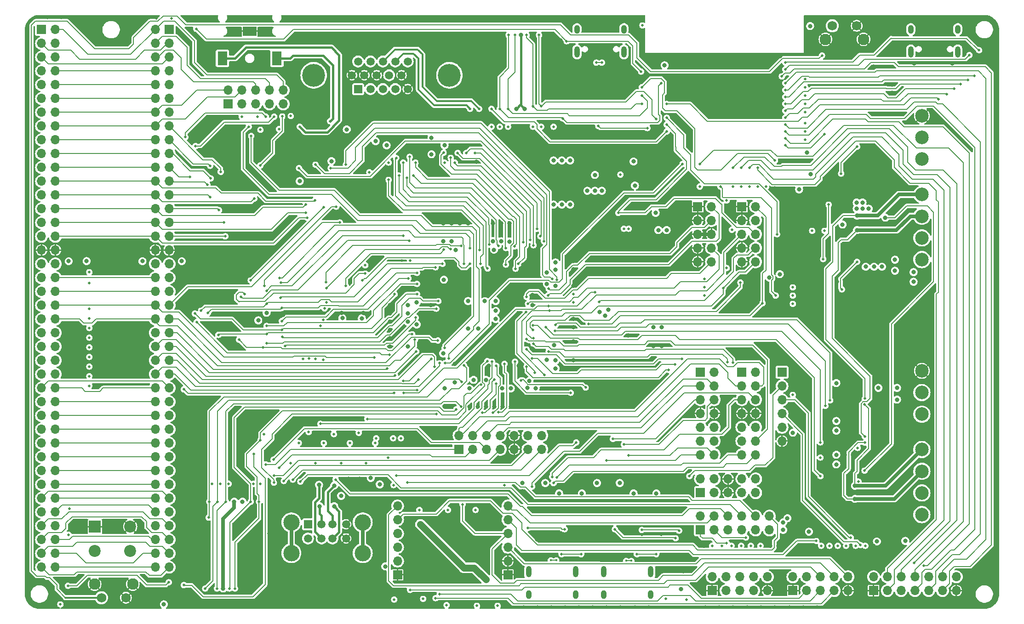
<source format=gbr>
%TF.GenerationSoftware,KiCad,Pcbnew,8.0.4*%
%TF.CreationDate,2024-07-29T15:07:11-07:00*%
%TF.ProjectId,PETER,50455445-522e-46b6-9963-61645f706362,0*%
%TF.SameCoordinates,Original*%
%TF.FileFunction,Copper,L4,Bot*%
%TF.FilePolarity,Positive*%
%FSLAX46Y46*%
G04 Gerber Fmt 4.6, Leading zero omitted, Abs format (unit mm)*
G04 Created by KiCad (PCBNEW 8.0.4) date 2024-07-29 15:07:11*
%MOMM*%
%LPD*%
G01*
G04 APERTURE LIST*
%TA.AperFunction,ComponentPad*%
%ADD10R,1.700000X1.700000*%
%TD*%
%TA.AperFunction,ComponentPad*%
%ADD11O,1.700000X1.700000*%
%TD*%
%TA.AperFunction,ComponentPad*%
%ADD12O,1.000000X2.100000*%
%TD*%
%TA.AperFunction,ComponentPad*%
%ADD13O,1.000000X1.600000*%
%TD*%
%TA.AperFunction,ComponentPad*%
%ADD14R,2.200000X2.200000*%
%TD*%
%TA.AperFunction,ComponentPad*%
%ADD15C,2.200000*%
%TD*%
%TA.AperFunction,ComponentPad*%
%ADD16C,1.750000*%
%TD*%
%TA.AperFunction,ComponentPad*%
%ADD17C,2.100000*%
%TD*%
%TA.AperFunction,ComponentPad*%
%ADD18R,2.500000X1.800000*%
%TD*%
%TA.AperFunction,ComponentPad*%
%ADD19R,1.800000X2.500000*%
%TD*%
%TA.AperFunction,ComponentPad*%
%ADD20R,1.500000X1.500000*%
%TD*%
%TA.AperFunction,ComponentPad*%
%ADD21C,1.500000*%
%TD*%
%TA.AperFunction,ComponentPad*%
%ADD22C,3.000000*%
%TD*%
%TA.AperFunction,ComponentPad*%
%ADD23R,1.508000X1.508000*%
%TD*%
%TA.AperFunction,ComponentPad*%
%ADD24C,1.508000*%
%TD*%
%TA.AperFunction,ComponentPad*%
%ADD25C,4.216000*%
%TD*%
%TA.AperFunction,ComponentPad*%
%ADD26C,2.500000*%
%TD*%
%TA.AperFunction,ViaPad*%
%ADD27C,0.800000*%
%TD*%
%TA.AperFunction,ViaPad*%
%ADD28C,0.500000*%
%TD*%
%TA.AperFunction,ViaPad*%
%ADD29C,0.450000*%
%TD*%
%TA.AperFunction,ViaPad*%
%ADD30C,0.635000*%
%TD*%
%TA.AperFunction,Conductor*%
%ADD31C,0.381000*%
%TD*%
%TA.AperFunction,Conductor*%
%ADD32C,0.635000*%
%TD*%
%TA.AperFunction,Conductor*%
%ADD33C,1.270000*%
%TD*%
%TA.AperFunction,Conductor*%
%ADD34C,0.152400*%
%TD*%
%TA.AperFunction,Conductor*%
%ADD35C,0.127000*%
%TD*%
%TA.AperFunction,Conductor*%
%ADD36C,0.304800*%
%TD*%
G04 APERTURE END LIST*
D10*
%TO.P,J1102,1,Pin_1*%
%TO.N,unconnected-(J1102-Pin_1-Pad1)*%
X136346800Y-63144000D03*
D11*
%TO.P,J1102,2,Pin_2*%
%TO.N,/USER IO\u002C SPI\u002C I2C/RTC_SQW_INT_N*%
X136346800Y-65684000D03*
%TO.P,J1102,3,Pin_3*%
%TO.N,USER_I2C_SCL*%
X136346800Y-68224000D03*
%TO.P,J1102,4,Pin_4*%
%TO.N,USER_I2C_SDA*%
X136346800Y-70764000D03*
%TO.P,J1102,5,Pin_5*%
%TO.N,+3.3V*%
X136346800Y-73304000D03*
%TO.P,J1102,6,Pin_6*%
%TO.N,GND*%
X136346800Y-75844000D03*
%TD*%
D10*
%TO.P,J1108,1,Pin_1*%
%TO.N,RCBUS_UART1_TX*%
X76880800Y-77348000D03*
D11*
%TO.P,J1108,2,Pin_2*%
%TO.N,FPGA_UART1_TX*%
X76880800Y-74808000D03*
%TO.P,J1108,3,Pin_3*%
%TO.N,RCBUS_UART1_RX*%
X79420800Y-77348000D03*
%TO.P,J1108,4,Pin_4*%
%TO.N,FPGA_UART1_RX*%
X79420800Y-74808000D03*
%TO.P,J1108,5,Pin_5*%
%TO.N,RCBUS_UART2_TX*%
X81960800Y-77348000D03*
%TO.P,J1108,6,Pin_6*%
%TO.N,FPGA_UART2_TX*%
X81960800Y-74808000D03*
%TO.P,J1108,7,Pin_7*%
%TO.N,RCBUS_UART2_RX*%
X84500800Y-77348000D03*
%TO.P,J1108,8,Pin_8*%
%TO.N,FPGA_UART2_RX*%
X84500800Y-74808000D03*
%TO.P,J1108,9,Pin_9*%
%TO.N,GND*%
X87040800Y-77348000D03*
%TO.P,J1108,10,Pin_10*%
X87040800Y-74808000D03*
%TO.P,J1108,11,Pin_11*%
%TO.N,RCBUS_I2C_SCL*%
X89580800Y-77348000D03*
%TO.P,J1108,12,Pin_12*%
%TO.N,USER_I2C_SCL*%
X89580800Y-74808000D03*
%TO.P,J1108,13,Pin_13*%
%TO.N,RCBUS_I2C_SDA*%
X92120800Y-77348000D03*
%TO.P,J1108,14,Pin_14*%
%TO.N,USER_I2C_SDA*%
X92120800Y-74808000D03*
%TD*%
D12*
%TO.P,J1005,S1,SHIELD*%
%TO.N,Net-(J1005-SHIELD)*%
X103553800Y-99917800D03*
D13*
X103553800Y-104097800D03*
D12*
X112193800Y-99917800D03*
D13*
X112193800Y-104097800D03*
%TD*%
D10*
%TO.P,J1001,1,Pin_1*%
%TO.N,ESP_UART2_TX*%
X121330800Y-63114000D03*
D11*
%TO.P,J1001,2,Pin_2*%
%TO.N,ESP_UART2_RX*%
X123870800Y-63114000D03*
%TO.P,J1001,3,Pin_3*%
%TO.N,FPGA_UART2_RX*%
X121330800Y-65654000D03*
%TO.P,J1001,4,Pin_4*%
%TO.N,FPGA_UART2_TX*%
X123870800Y-65654000D03*
%TO.P,J1001,5,Pin_5*%
%TO.N,/UART_FT230X/FT230X_UART2_TX*%
X121330800Y-68194000D03*
%TO.P,J1001,6,Pin_6*%
%TO.N,/UART_FT230X/FT230X_UART2_RX*%
X123870800Y-68194000D03*
%TO.P,J1001,7,Pin_7*%
%TO.N,GND*%
X121330800Y-70734000D03*
%TO.P,J1001,8,Pin_8*%
X123870800Y-70734000D03*
%TO.P,J1001,9,Pin_9*%
%TO.N,ESP_UART2_RTS*%
X121330800Y-73274000D03*
%TO.P,J1001,10,Pin_10*%
%TO.N,ESP_UART2_CTS*%
X123870800Y-73274000D03*
%TO.P,J1001,11,Pin_11*%
%TO.N,FPGA_GPIO0*%
X121330800Y-75814000D03*
%TO.P,J1001,12,Pin_12*%
%TO.N,FPGA_GPIO1*%
X123870800Y-75814000D03*
%TO.P,J1001,13,Pin_13*%
%TO.N,/UART_FT230X/FT230X_UART2_RTS*%
X121330800Y-78354000D03*
%TO.P,J1001,14,Pin_14*%
%TO.N,/UART_FT230X/FT230X_UART2_CTS*%
X123870800Y-78354000D03*
%TD*%
D10*
%TO.P,J303,1,Pin_1*%
%TO.N,CPU_DREQ1_N*%
X34345800Y-13721000D03*
D11*
%TO.P,J303,2,Pin_2*%
%TO.N,/RCBUS Connectors/RCBUS_DREQ1_N*%
X34345800Y-11181000D03*
%TO.P,J303,3,Pin_3*%
%TO.N,CPU_TEND1_N*%
X36885800Y-13721000D03*
%TO.P,J303,4,Pin_4*%
%TO.N,/RCBUS Connectors/RCBUS_TEND1_N*%
X36885800Y-11181000D03*
%TO.P,J303,5,Pin_5*%
%TO.N,MEM_WE_N*%
X39425800Y-13721000D03*
%TO.P,J303,6,Pin_6*%
%TO.N,/RCBUS Connectors/RCBUS_MEM_WE_N*%
X39425800Y-11181000D03*
%TO.P,J303,7,Pin_7*%
%TO.N,MEM_CE_N*%
X41965800Y-13721000D03*
%TO.P,J303,8,Pin_8*%
%TO.N,/RCBUS Connectors/RCBUS_MEM_CE_N*%
X41965800Y-11181000D03*
%TO.P,J303,9,Pin_9*%
%TO.N,MEM_OE_N*%
X44505800Y-13721000D03*
%TO.P,J303,10,Pin_10*%
%TO.N,/RCBUS Connectors/RCBUS_MEM_OE_N*%
X44505800Y-11181000D03*
%TD*%
D14*
%TO.P,S601,1*%
%TO.N,GND*%
X9829800Y-91603000D03*
D15*
%TO.P,S601,2*%
X16329800Y-91603000D03*
%TO.P,S601,3*%
%TO.N,unconnected-(S601-Pad3)*%
X9829800Y-96103000D03*
%TO.P,S601,4*%
%TO.N,SYS_RESET_N*%
X16329800Y-96103000D03*
%TD*%
D10*
%TO.P,J1004,1,Pin_1*%
%TO.N,ESP_UART1_TX*%
X128955800Y-63114000D03*
D11*
%TO.P,J1004,2,Pin_2*%
%TO.N,ESP_UART1_RX*%
X131495800Y-63114000D03*
%TO.P,J1004,3,Pin_3*%
%TO.N,FPGA_UART1_RX*%
X128955800Y-65654000D03*
%TO.P,J1004,4,Pin_4*%
%TO.N,FPGA_UART1_TX*%
X131495800Y-65654000D03*
%TO.P,J1004,5,Pin_5*%
%TO.N,/UART_FT230X/FT230X_UART1_TX*%
X128955800Y-68194000D03*
%TO.P,J1004,6,Pin_6*%
%TO.N,/UART_FT230X/FT230X_UART1_RX*%
X131495800Y-68194000D03*
%TO.P,J1004,7,Pin_7*%
%TO.N,GND*%
X128955800Y-70734000D03*
%TO.P,J1004,8,Pin_8*%
X131495800Y-70734000D03*
%TO.P,J1004,9,Pin_9*%
%TO.N,ESP_UART1_RTS*%
X128955800Y-73274000D03*
%TO.P,J1004,10,Pin_10*%
%TO.N,ESP_UART1_CTS*%
X131495800Y-73274000D03*
%TO.P,J1004,11,Pin_11*%
%TO.N,FPGA_GPIO2*%
X128955800Y-75814000D03*
%TO.P,J1004,12,Pin_12*%
%TO.N,FPGA_GPIO3*%
X131495800Y-75814000D03*
%TO.P,J1004,13,Pin_13*%
%TO.N,/UART_FT230X/FT230X_UART1_RTS*%
X128955800Y-78354000D03*
%TO.P,J1004,14,Pin_14*%
%TO.N,/UART_FT230X/FT230X_UART1_CTS*%
X131495800Y-78354000D03*
%TD*%
D16*
%TO.P,S201,1*%
%TO.N,GND*%
X15544800Y-104698800D03*
%TO.P,S201,2*%
%TO.N,/Power Supply/PWR_RESET_N*%
X11044800Y-104698800D03*
D17*
%TO.P,S201,SH1*%
%TO.N,GND*%
X16794800Y-102208800D03*
%TO.P,S201,SH2*%
X9784800Y-102208800D03*
%TD*%
D18*
%TO.P,CON801,1,S*%
%TO.N,GND*%
X38328600Y-306400D03*
D19*
%TO.P,CON801,2,T*%
%TO.N,/PS2 & Audio/AUDIO_LEFT*%
X33328600Y-5306400D03*
%TO.P,CON801,3,R*%
%TO.N,/PS2 & Audio/AUDIO_RIGHT*%
X43328600Y-5306400D03*
%TD*%
D10*
%TO.P,J1003,1,Pin_1*%
%TO.N,GPIO0*%
X121340800Y-85349000D03*
D11*
%TO.P,J1003,2,Pin_2*%
%TO.N,FPGA_GPIO0*%
X121340800Y-82809000D03*
%TO.P,J1003,3,Pin_3*%
%TO.N,GPIO1*%
X123880800Y-85349000D03*
%TO.P,J1003,4,Pin_4*%
%TO.N,FPGA_GPIO1*%
X123880800Y-82809000D03*
%TO.P,J1003,5,Pin_5*%
%TO.N,GND*%
X126420800Y-85349000D03*
%TO.P,J1003,6,Pin_6*%
X126420800Y-82809000D03*
%TO.P,J1003,7,Pin_7*%
%TO.N,GPIO2*%
X128960800Y-85349000D03*
%TO.P,J1003,8,Pin_8*%
%TO.N,FPGA_GPIO2*%
X128960800Y-82809000D03*
%TO.P,J1003,9,Pin_9*%
%TO.N,GPIO3*%
X131500800Y-85349000D03*
%TO.P,J1003,10,Pin_10*%
%TO.N,FPGA_GPIO3*%
X131500800Y-82809000D03*
%TD*%
D10*
%TO.P,J1101,1,Pin_1*%
%TO.N,GND*%
X138352450Y-103378420D03*
D11*
%TO.P,J1101,2,Pin_2*%
%TO.N,/USER IO\u002C SPI\u002C I2C/3V3_IO2*%
X138352450Y-100838420D03*
%TO.P,J1101,3,Pin_3*%
%TO.N,FPGA_CRESET_N*%
X140892450Y-103378420D03*
%TO.P,J1101,4,Pin_4*%
%TO.N,USER_SPI_CS_N*%
X140892450Y-100838420D03*
%TO.P,J1101,5,Pin_5*%
%TO.N,USER_I2C_SDA*%
X143432450Y-103378420D03*
%TO.P,J1101,6,Pin_6*%
%TO.N,USER_SPI_MISO*%
X143432450Y-100838420D03*
%TO.P,J1101,7,Pin_7*%
%TO.N,USER_I2C_SCL*%
X145972450Y-103378420D03*
%TO.P,J1101,8,Pin_8*%
%TO.N,USER_SPI_CLK*%
X145972450Y-100838420D03*
%TO.P,J1101,9,Pin_9*%
%TO.N,GND*%
X148512450Y-103378420D03*
%TO.P,J1101,10,Pin_10*%
%TO.N,USER_SPI_MOSI*%
X148512450Y-100838420D03*
%TD*%
D20*
%TO.P,J801,1,VBUS1*%
%TO.N,/PS2 & Audio/PWR_5V_PS2*%
X49072800Y-91164000D03*
D21*
%TO.P,J801,2,D1-*%
%TO.N,/PS2 & Audio/PS2_MOUSE_DAT_USB_D_N*%
X51572800Y-91164000D03*
%TO.P,J801,3,D1+*%
%TO.N,/PS2 & Audio/PS2_MOUSE_CLK_USB_D_P*%
X53572800Y-91164000D03*
%TO.P,J801,4,GND1*%
%TO.N,GND*%
X56072800Y-91164000D03*
%TO.P,J801,5,VBUS2*%
%TO.N,/PS2 & Audio/PWR_5V_PS2*%
X49072800Y-93784000D03*
%TO.P,J801,6,D2-*%
%TO.N,/PS2 & Audio/PS2_KEYB_DAT_USB_D_N*%
X51572800Y-93784000D03*
%TO.P,J801,7,D2+*%
%TO.N,/PS2 & Audio/PS2_KEYB_CLK_USB_D_P*%
X53572800Y-93784000D03*
%TO.P,J801,8,GND2*%
%TO.N,GND*%
X56072800Y-93784000D03*
D22*
%TO.P,J801,9,Shield*%
%TO.N,Net-(J801-Shield)*%
X46002800Y-90814000D03*
X46002800Y-96494000D03*
X59142800Y-90814000D03*
X59142800Y-96494000D03*
%TD*%
D12*
%TO.P,J201,S1,SHIELD*%
%TO.N,Net-(J201-SHIELD)*%
X168708800Y-4145292D03*
D13*
X168708800Y34708D03*
D12*
X160068800Y-4145292D03*
D13*
X160068800Y34708D03*
%TD*%
D10*
%TO.P,J1106,1,Pin_1*%
%TO.N,GND*%
X123497300Y-103378040D03*
D11*
%TO.P,J1106,2,Pin_2*%
%TO.N,/USER IO\u002C SPI\u002C I2C/3V3_IO1*%
X123497300Y-100838040D03*
%TO.P,J1106,3,Pin_3*%
%TO.N,GPIO0*%
X126037300Y-103378040D03*
%TO.P,J1106,4,Pin_4*%
%TO.N,FPGA_GPIO5*%
X126037300Y-100838040D03*
%TO.P,J1106,5,Pin_5*%
%TO.N,GPIO1*%
X128577300Y-103378040D03*
%TO.P,J1106,6,Pin_6*%
%TO.N,FPGA_GPIO4*%
X128577300Y-100838040D03*
%TO.P,J1106,7,Pin_7*%
%TO.N,GPIO2*%
X131117300Y-103378040D03*
%TO.P,J1106,8,Pin_8*%
%TO.N,GPIO3*%
X131117300Y-100838040D03*
%TO.P,J1106,9,Pin_9*%
%TO.N,GND*%
X133657300Y-103378040D03*
%TO.P,J1106,10,Pin_10*%
%TO.N,/USER IO\u002C SPI\u002C I2C/5V0_IO1*%
X133657300Y-100838040D03*
%TD*%
D10*
%TO.P,J301,1,Pin_1*%
%TO.N,CPU_A15*%
X2800Y0D03*
D11*
%TO.P,J301,2,Pin_2*%
%TO.N,CPU_A14*%
X2800Y-2540000D03*
%TO.P,J301,3,Pin_3*%
%TO.N,CPU_A13*%
X2800Y-5080000D03*
%TO.P,J301,4,Pin_4*%
%TO.N,CPU_A12*%
X2800Y-7620000D03*
%TO.P,J301,5,Pin_5*%
%TO.N,CPU_A11*%
X2800Y-10160000D03*
%TO.P,J301,6,Pin_6*%
%TO.N,CPU_A10*%
X2800Y-12700000D03*
%TO.P,J301,7,Pin_7*%
%TO.N,CPU_A9*%
X2800Y-15240000D03*
%TO.P,J301,8,Pin_8*%
%TO.N,CPU_A8*%
X2800Y-17780000D03*
%TO.P,J301,9,Pin_9*%
%TO.N,CPU_A7*%
X2800Y-20320000D03*
%TO.P,J301,10,Pin_10*%
%TO.N,CPU_A6*%
X2800Y-22860000D03*
%TO.P,J301,11,Pin_11*%
%TO.N,CPU_A5*%
X2800Y-25400000D03*
%TO.P,J301,12,Pin_12*%
%TO.N,CPU_A4*%
X2800Y-27940000D03*
%TO.P,J301,13,Pin_13*%
%TO.N,CPU_A3*%
X2800Y-30480000D03*
%TO.P,J301,14,Pin_14*%
%TO.N,CPU_A2*%
X2800Y-33020000D03*
%TO.P,J301,15,Pin_15*%
%TO.N,CPU_A1*%
X2800Y-35560000D03*
%TO.P,J301,16,Pin_16*%
%TO.N,CPU_A0*%
X2800Y-38100000D03*
%TO.P,J301,17,Pin_17*%
%TO.N,GND*%
X2800Y-40640000D03*
%TO.P,J301,18,Pin_18*%
%TO.N,+3.3V*%
X2800Y-43180000D03*
%TO.P,J301,19,Pin_19*%
%TO.N,CPU_M1_N*%
X2800Y-45720000D03*
%TO.P,J301,20,Pin_20*%
%TO.N,CPU_RESET_N*%
X2800Y-48260000D03*
%TO.P,J301,21,Pin_21*%
%TO.N,CPU_CLOCK_PHI*%
X2800Y-50800000D03*
%TO.P,J301,22,Pin_22*%
%TO.N,CPU_INT0_N*%
X2800Y-53340000D03*
%TO.P,J301,23,Pin_23*%
%TO.N,CPU_MREQ_N*%
X2800Y-55880000D03*
%TO.P,J301,24,Pin_24*%
%TO.N,CPU_WR_N*%
X2800Y-58420000D03*
%TO.P,J301,25,Pin_25*%
%TO.N,CPU_RD_N*%
X2800Y-60960000D03*
%TO.P,J301,26,Pin_26*%
%TO.N,CPU_IORQ_N*%
X2800Y-63500000D03*
%TO.P,J301,27,Pin_27*%
%TO.N,CPU_D0*%
X2800Y-66040000D03*
%TO.P,J301,28,Pin_28*%
%TO.N,CPU_D1*%
X2800Y-68580000D03*
%TO.P,J301,29,Pin_29*%
%TO.N,CPU_D2*%
X2800Y-71120000D03*
%TO.P,J301,30,Pin_30*%
%TO.N,CPU_D3*%
X2800Y-73660000D03*
%TO.P,J301,31,Pin_31*%
%TO.N,CPU_D4*%
X2800Y-76200000D03*
%TO.P,J301,32,Pin_32*%
%TO.N,CPU_D5*%
X2800Y-78740000D03*
%TO.P,J301,33,Pin_33*%
%TO.N,CPU_D6*%
X2800Y-81280000D03*
%TO.P,J301,34,Pin_34*%
%TO.N,CPU_D7*%
X2800Y-83820000D03*
%TO.P,J301,35,Pin_35*%
%TO.N,RCBUS_UART1_TX*%
X2800Y-86360000D03*
%TO.P,J301,36,Pin_36*%
%TO.N,RCBUS_UART1_RX*%
X2800Y-88900000D03*
%TO.P,J301,37,Pin_37*%
%TO.N,CPU_INT1_N*%
X2800Y-91440000D03*
%TO.P,J301,38,Pin_38*%
%TO.N,/RCBUS Connectors/USER2*%
X2800Y-93980000D03*
%TO.P,J301,39,Pin_39*%
%TO.N,/RCBUS Connectors/USER3*%
X2800Y-96520000D03*
%TO.P,J301,40,Pin_40*%
%TO.N,/RCBUS Connectors/USER4*%
X2800Y-99060000D03*
%TO.P,J301,41,Pin_41*%
%TO.N,/RCBUS Connectors/RCBUS_MEM_OE_N*%
X2542800Y0D03*
%TO.P,J301,42,Pin_42*%
%TO.N,/RCBUS Connectors/RCBUS_MEM_CE_N*%
X2542800Y-2540000D03*
%TO.P,J301,43,Pin_43*%
%TO.N,/RCBUS Connectors/RCBUS_MEM_WE_N*%
X2542800Y-5080000D03*
%TO.P,J301,44,Pin_44*%
%TO.N,/RCBUS Connectors/CUSTOM_44*%
X2542800Y-7620000D03*
%TO.P,J301,45,Pin_45*%
%TO.N,/RCBUS Connectors/CPU_DREQ0_N*%
X2542800Y-10160000D03*
%TO.P,J301,46,Pin_46*%
%TO.N,/RCBUS Connectors/CPU_TEND0_N*%
X2542800Y-12700000D03*
%TO.P,J301,47,Pin_47*%
%TO.N,/RCBUS Connectors/RCBUS_DREQ1_N*%
X2542800Y-15240000D03*
%TO.P,J301,48,Pin_48*%
%TO.N,/RCBUS Connectors/RCBUS_TEND1_N*%
X2542800Y-17780000D03*
%TO.P,J301,49,Pin_49*%
%TO.N,/RCBUS Connectors/CPU_A23*%
X2542800Y-20320000D03*
%TO.P,J301,50,Pin_50*%
%TO.N,/RCBUS Connectors/CPU_A22*%
X2542800Y-22860000D03*
%TO.P,J301,51,Pin_51*%
%TO.N,/RCBUS Connectors/CPU_A21*%
X2542800Y-25400000D03*
%TO.P,J301,52,Pin_52*%
%TO.N,CPU_A20*%
X2542800Y-27940000D03*
%TO.P,J301,53,Pin_53*%
%TO.N,CPU_A19*%
X2542800Y-30480000D03*
%TO.P,J301,54,Pin_54*%
%TO.N,CPU_A18*%
X2542800Y-33020000D03*
%TO.P,J301,55,Pin_55*%
%TO.N,CPU_A17*%
X2542800Y-35560000D03*
%TO.P,J301,56,Pin_56*%
%TO.N,CPU_A16*%
X2542800Y-38100000D03*
%TO.P,J301,57,Pin_57*%
%TO.N,GND*%
X2542800Y-40640000D03*
%TO.P,J301,58,Pin_58*%
%TO.N,+3.3V*%
X2542800Y-43180000D03*
%TO.P,J301,59,Pin_59*%
%TO.N,/RCBUS Connectors/CPU_RFSH_N*%
X2542800Y-45720000D03*
%TO.P,J301,60,Pin_60*%
%TO.N,/RCBUS Connectors/PAGE*%
X2542800Y-48260000D03*
%TO.P,J301,61,Pin_61*%
%TO.N,CPU_CLOCK_SRC*%
X2542800Y-50800000D03*
%TO.P,J301,62,Pin_62*%
%TO.N,CPU_BUSACK_N*%
X2542800Y-53340000D03*
%TO.P,J301,63,Pin_63*%
%TO.N,/RCBUS Connectors/CPU_HALT_N*%
X2542800Y-55880000D03*
%TO.P,J301,64,Pin_64*%
%TO.N,CPU_BUSREQ_N*%
X2542800Y-58420000D03*
%TO.P,J301,65,Pin_65*%
%TO.N,CPU_WAIT_N*%
X2542800Y-60960000D03*
%TO.P,J301,66,Pin_66*%
%TO.N,CPU_NMI_N*%
X2542800Y-63500000D03*
%TO.P,J301,67,Pin_67*%
%TO.N,/RCBUS Connectors/CPU_D8*%
X2542800Y-66040000D03*
%TO.P,J301,68,Pin_68*%
%TO.N,/RCBUS Connectors/CPU_D9*%
X2542800Y-68580000D03*
%TO.P,J301,69,Pin_69*%
%TO.N,/RCBUS Connectors/CPU_D10*%
X2542800Y-71120000D03*
%TO.P,J301,70,Pin_70*%
%TO.N,/RCBUS Connectors/CPU_D11*%
X2542800Y-73660000D03*
%TO.P,J301,71,Pin_71*%
%TO.N,/RCBUS Connectors/CPU_D12*%
X2542800Y-76200000D03*
%TO.P,J301,72,Pin_72*%
%TO.N,/RCBUS Connectors/CPU_D13*%
X2542800Y-78740000D03*
%TO.P,J301,73,Pin_73*%
%TO.N,/RCBUS Connectors/CPU_D14*%
X2542800Y-81280000D03*
%TO.P,J301,74,Pin_74*%
%TO.N,/RCBUS Connectors/CPU_D15*%
X2542800Y-83820000D03*
%TO.P,J301,75,Pin_75*%
%TO.N,RCBUS_UART2_TX*%
X2542800Y-86360000D03*
%TO.P,J301,76,Pin_76*%
%TO.N,RCBUS_UART2_RX*%
X2542800Y-88900000D03*
%TO.P,J301,77,Pin_77*%
%TO.N,/RCBUS Connectors/CPU_INT2_N*%
X2542800Y-91440000D03*
%TO.P,J301,78,Pin_78*%
%TO.N,RCBUS_I2C_SCL*%
X2542800Y-93980000D03*
%TO.P,J301,79,Pin_79*%
%TO.N,RCBUS_I2C_SDA*%
X2542800Y-96520000D03*
%TO.P,J301,80,Pin_80*%
%TO.N,/RCBUS Connectors/USER8*%
X2542800Y-99060000D03*
%TD*%
D16*
%TO.P,S1201,1*%
%TO.N,/ESP32-S3/BOOT_N*%
X145603800Y679100D03*
%TO.P,S1201,2*%
%TO.N,GND*%
X150103800Y679100D03*
D17*
%TO.P,S1201,SH1*%
X144353800Y-1810900D03*
%TO.P,S1201,SH2*%
X151363800Y-1810900D03*
%TD*%
D23*
%TO.P,J701,1*%
%TO.N,/RGB VGA/VGA_RED*%
X58306000Y-10972800D03*
D24*
%TO.P,J701,2*%
%TO.N,/RGB VGA/VGA_GRN*%
X60586000Y-10972800D03*
%TO.P,J701,3*%
%TO.N,/RGB VGA/VGA_BLU*%
X62866000Y-10972800D03*
%TO.P,J701,4*%
%TO.N,unconnected-(J701-Pad4)*%
X65146000Y-10972800D03*
%TO.P,J701,5*%
%TO.N,GND*%
X67426000Y-10972800D03*
%TO.P,J701,6*%
X57166000Y-8432800D03*
%TO.P,J701,7*%
X59446000Y-8432800D03*
%TO.P,J701,8*%
X61726000Y-8432800D03*
%TO.P,J701,9*%
%TO.N,unconnected-(J701-Pad9)*%
X64006000Y-8432800D03*
%TO.P,J701,10*%
%TO.N,GND*%
X66286000Y-8432800D03*
%TO.P,J701,11*%
%TO.N,unconnected-(J701-Pad11)*%
X58306000Y-5892800D03*
%TO.P,J701,12*%
%TO.N,unconnected-(J701-Pad12)*%
X60586000Y-5892800D03*
%TO.P,J701,13*%
%TO.N,/RGB VGA/VGA_HSYNC*%
X62866000Y-5892800D03*
%TO.P,J701,14*%
%TO.N,/RGB VGA/VGA_VSYNC*%
X65146000Y-5892800D03*
%TO.P,J701,15*%
%TO.N,unconnected-(J701-Pad15)*%
X67426000Y-5892800D03*
D25*
%TO.P,J701,S1,SH1*%
%TO.N,/RGB VGA/SHEILD_GND*%
X75106000Y-8432800D03*
%TO.P,J701,S2,SH2*%
X50116000Y-8432800D03*
%TD*%
D10*
%TO.P,J601,1,Pin_1*%
%TO.N,GND*%
X120822800Y-32644000D03*
D11*
%TO.P,J601,2,Pin_2*%
%TO.N,/FPGA Config/FPGA_TDI*%
X123362800Y-32644000D03*
%TO.P,J601,3,Pin_3*%
%TO.N,GND*%
X120822800Y-35184000D03*
%TO.P,J601,4,Pin_4*%
%TO.N,/FPGA Config/FPGA_TMS*%
X123362800Y-35184000D03*
%TO.P,J601,5,Pin_5*%
%TO.N,GND*%
X120822800Y-37724000D03*
%TO.P,J601,6,Pin_6*%
X123362800Y-37724000D03*
%TO.P,J601,7,Pin_7*%
X120822800Y-40264000D03*
%TO.P,J601,8,Pin_8*%
%TO.N,/FPGA Config/FPGA_TCK*%
X123362800Y-40264000D03*
%TO.P,J601,9,Pin_9*%
%TO.N,GND*%
X120822800Y-42804000D03*
%TO.P,J601,10,Pin_10*%
%TO.N,/FPGA Config/FPGA_TDO*%
X123362800Y-42804000D03*
%TD*%
D10*
%TO.P,J1107,1,Pin_1*%
%TO.N,FPGA_GPIO5*%
X121335800Y-92202000D03*
D11*
%TO.P,J1107,2,Pin_2*%
%TO.N,/USER IO\u002C SPI\u002C I2C/RTC_SQW_INT_N*%
X121335800Y-89662000D03*
%TO.P,J1107,3,Pin_3*%
%TO.N,FPGA_GPIO4*%
X123875800Y-92202000D03*
%TO.P,J1107,4,Pin_4*%
%TO.N,/USER IO\u002C SPI\u002C I2C/W5500_INT_N*%
X123875800Y-89662000D03*
%TO.P,J1107,5,Pin_5*%
%TO.N,GPIO0*%
X126415800Y-92202000D03*
%TO.P,J1107,6,Pin_6*%
%TO.N,PS2_MOUSE_CLK*%
X126415800Y-89662000D03*
%TO.P,J1107,7,Pin_7*%
%TO.N,GPIO1*%
X128955800Y-92202000D03*
%TO.P,J1107,8,Pin_8*%
%TO.N,PS2_MOUSE_DAT*%
X128955800Y-89662000D03*
%TO.P,J1107,9,Pin_9*%
%TO.N,GPIO2*%
X131495800Y-92202000D03*
%TO.P,J1107,10,Pin_10*%
%TO.N,CPU_RESET_N*%
X131495800Y-89662000D03*
%TO.P,J1107,11,Pin_11*%
%TO.N,GPIO3*%
X134035800Y-92202000D03*
%TO.P,J1107,12,Pin_12*%
%TO.N,/USER IO\u002C SPI\u002C I2C/W5500_RESET_N*%
X134035800Y-89662000D03*
%TD*%
D10*
%TO.P,J602,1,Pin_1*%
%TO.N,GND*%
X128950800Y-32644000D03*
D11*
%TO.P,J602,2,Pin_2*%
%TO.N,FPGA_SPI_MOSI*%
X131490800Y-32644000D03*
%TO.P,J602,3,Pin_3*%
%TO.N,GND*%
X128950800Y-35184000D03*
%TO.P,J602,4,Pin_4*%
%TO.N,FPGA_SPI_CS_N*%
X131490800Y-35184000D03*
%TO.P,J602,5,Pin_5*%
%TO.N,FPGA_CDONE*%
X128950800Y-37724000D03*
%TO.P,J602,6,Pin_6*%
%TO.N,FPGA_RESET_N*%
X131490800Y-37724000D03*
%TO.P,J602,7,Pin_7*%
%TO.N,GND*%
X128950800Y-40264000D03*
%TO.P,J602,8,Pin_8*%
%TO.N,FPGA_SPI_CLK*%
X131490800Y-40264000D03*
%TO.P,J602,9,Pin_9*%
%TO.N,GND*%
X128950800Y-42804000D03*
%TO.P,J602,10,Pin_10*%
%TO.N,FPGA_SPI_MISO*%
X131490800Y-42804000D03*
%TD*%
D26*
%TO.P,J901,1,5V*%
%TO.N,/SNES Connectors/5V_SNES1*%
X162102800Y-89391998D03*
%TO.P,J901,2,CLOCK*%
%TO.N,/SNES Connectors/SNES1_5V_CLOCK*%
X162102800Y-85391998D03*
%TO.P,J901,3,LATCH*%
%TO.N,/SNES Connectors/SNES1_5V_LATCH*%
X162102800Y-81391998D03*
%TO.P,J901,4,DATA*%
%TO.N,/SNES Connectors/SNES1_5V_DATA_N*%
X162102800Y-77391998D03*
%TO.P,J901,5,N/C*%
%TO.N,unconnected-(J901-N{slash}C-Pad5)*%
X162102800Y-70891998D03*
%TO.P,J901,6,N/C*%
%TO.N,unconnected-(J901-N{slash}C-Pad6)*%
X162102800Y-66891998D03*
%TO.P,J901,7,GND*%
%TO.N,GND*%
X162102800Y-62891998D03*
%TD*%
D10*
%TO.P,J1103,1,Pin_1*%
%TO.N,GND*%
X85877800Y-100482800D03*
D11*
%TO.P,J1103,2,Pin_2*%
X85877800Y-97942800D03*
%TO.P,J1103,3,Pin_3*%
%TO.N,USER_SPI_MOSI*%
X85877800Y-95402800D03*
%TO.P,J1103,4,Pin_4*%
%TO.N,USER_SPI_CLK*%
X85877800Y-92862800D03*
%TO.P,J1103,5,Pin_5*%
%TO.N,USER_SPI_CS_N*%
X85877800Y-90322800D03*
%TO.P,J1103,6,Pin_6*%
%TO.N,/USER IO\u002C SPI\u002C I2C/W5500_INT_N*%
X85877800Y-87782800D03*
%TD*%
D12*
%TO.P,J1002,S1,SHIELD*%
%TO.N,Net-(J1002-SHIELD)*%
X89710800Y-99917800D03*
D13*
X89710800Y-104097800D03*
D12*
X98350800Y-99917800D03*
D13*
X98350800Y-104097800D03*
%TD*%
D26*
%TO.P,J902,1,5V*%
%TO.N,/SNES Connectors/5V_SNES2*%
X162102800Y-42402000D03*
%TO.P,J902,2,CLOCK*%
%TO.N,/SNES Connectors/SNES2_5V_CLOCK*%
X162102800Y-38402000D03*
%TO.P,J902,3,LATCH*%
%TO.N,/SNES Connectors/SNES2_5V_LATCH*%
X162102800Y-34402000D03*
%TO.P,J902,4,DATA*%
%TO.N,/SNES Connectors/SNES2_5V_DATA_N*%
X162102800Y-30402000D03*
%TO.P,J902,5,N/C*%
%TO.N,unconnected-(J902-N{slash}C-Pad5)*%
X162102800Y-23902000D03*
%TO.P,J902,6,N/C*%
%TO.N,unconnected-(J902-N{slash}C-Pad6)*%
X162102800Y-19902000D03*
%TO.P,J902,7,GND*%
%TO.N,GND*%
X162102800Y-15902000D03*
%TD*%
D10*
%TO.P,J302,1,Pin_1*%
%TO.N,CPU_A15*%
X23495000Y0D03*
D11*
%TO.P,J302,2,Pin_2*%
%TO.N,CPU_A14*%
X23495000Y-2540000D03*
%TO.P,J302,3,Pin_3*%
%TO.N,CPU_A13*%
X23495000Y-5080000D03*
%TO.P,J302,4,Pin_4*%
%TO.N,CPU_A12*%
X23495000Y-7620000D03*
%TO.P,J302,5,Pin_5*%
%TO.N,CPU_A11*%
X23495000Y-10160000D03*
%TO.P,J302,6,Pin_6*%
%TO.N,CPU_A10*%
X23495000Y-12700000D03*
%TO.P,J302,7,Pin_7*%
%TO.N,CPU_A9*%
X23495000Y-15240000D03*
%TO.P,J302,8,Pin_8*%
%TO.N,CPU_A8*%
X23495000Y-17780000D03*
%TO.P,J302,9,Pin_9*%
%TO.N,CPU_A7*%
X23495000Y-20320000D03*
%TO.P,J302,10,Pin_10*%
%TO.N,CPU_A6*%
X23495000Y-22860000D03*
%TO.P,J302,11,Pin_11*%
%TO.N,CPU_A5*%
X23495000Y-25400000D03*
%TO.P,J302,12,Pin_12*%
%TO.N,CPU_A4*%
X23495000Y-27940000D03*
%TO.P,J302,13,Pin_13*%
%TO.N,CPU_A3*%
X23495000Y-30480000D03*
%TO.P,J302,14,Pin_14*%
%TO.N,CPU_A2*%
X23495000Y-33020000D03*
%TO.P,J302,15,Pin_15*%
%TO.N,CPU_A1*%
X23495000Y-35560000D03*
%TO.P,J302,16,Pin_16*%
%TO.N,CPU_A0*%
X23495000Y-38100000D03*
%TO.P,J302,17,Pin_17*%
%TO.N,GND*%
X23495000Y-40640000D03*
%TO.P,J302,18,Pin_18*%
%TO.N,+3.3V*%
X23495000Y-43180000D03*
%TO.P,J302,19,Pin_19*%
%TO.N,CPU_M1_N*%
X23495000Y-45720000D03*
%TO.P,J302,20,Pin_20*%
%TO.N,CPU_RESET_N*%
X23495000Y-48260000D03*
%TO.P,J302,21,Pin_21*%
%TO.N,CPU_CLOCK_PHI*%
X23495000Y-50800000D03*
%TO.P,J302,22,Pin_22*%
%TO.N,CPU_INT0_N*%
X23495000Y-53340000D03*
%TO.P,J302,23,Pin_23*%
%TO.N,CPU_MREQ_N*%
X23495000Y-55880000D03*
%TO.P,J302,24,Pin_24*%
%TO.N,CPU_WR_N*%
X23495000Y-58420000D03*
%TO.P,J302,25,Pin_25*%
%TO.N,CPU_RD_N*%
X23495000Y-60960000D03*
%TO.P,J302,26,Pin_26*%
%TO.N,CPU_IORQ_N*%
X23495000Y-63500000D03*
%TO.P,J302,27,Pin_27*%
%TO.N,CPU_D0*%
X23495000Y-66040000D03*
%TO.P,J302,28,Pin_28*%
%TO.N,CPU_D1*%
X23495000Y-68580000D03*
%TO.P,J302,29,Pin_29*%
%TO.N,CPU_D2*%
X23495000Y-71120000D03*
%TO.P,J302,30,Pin_30*%
%TO.N,CPU_D3*%
X23495000Y-73660000D03*
%TO.P,J302,31,Pin_31*%
%TO.N,CPU_D4*%
X23495000Y-76200000D03*
%TO.P,J302,32,Pin_32*%
%TO.N,CPU_D5*%
X23495000Y-78740000D03*
%TO.P,J302,33,Pin_33*%
%TO.N,CPU_D6*%
X23495000Y-81280000D03*
%TO.P,J302,34,Pin_34*%
%TO.N,CPU_D7*%
X23495000Y-83820000D03*
%TO.P,J302,35,Pin_35*%
%TO.N,RCBUS_UART1_TX*%
X23495000Y-86360000D03*
%TO.P,J302,36,Pin_36*%
%TO.N,RCBUS_UART1_RX*%
X23495000Y-88900000D03*
%TO.P,J302,37,Pin_37*%
%TO.N,CPU_INT1_N*%
X23495000Y-91440000D03*
%TO.P,J302,38,Pin_38*%
%TO.N,/RCBUS Connectors/USER2*%
X23495000Y-93980000D03*
%TO.P,J302,39,Pin_39*%
%TO.N,/RCBUS Connectors/USER3*%
X23495000Y-96520000D03*
%TO.P,J302,40,Pin_40*%
%TO.N,/RCBUS Connectors/USER4*%
X23495000Y-99060000D03*
%TO.P,J302,41,Pin_41*%
%TO.N,/RCBUS Connectors/RCBUS_MEM_OE_N*%
X20955000Y0D03*
%TO.P,J302,42,Pin_42*%
%TO.N,/RCBUS Connectors/RCBUS_MEM_CE_N*%
X20955000Y-2540000D03*
%TO.P,J302,43,Pin_43*%
%TO.N,/RCBUS Connectors/RCBUS_MEM_WE_N*%
X20955000Y-5080000D03*
%TO.P,J302,44,Pin_44*%
%TO.N,/RCBUS Connectors/CUSTOM_44*%
X20955000Y-7620000D03*
%TO.P,J302,45,Pin_45*%
%TO.N,/RCBUS Connectors/CPU_DREQ0_N*%
X20955000Y-10160000D03*
%TO.P,J302,46,Pin_46*%
%TO.N,/RCBUS Connectors/CPU_TEND0_N*%
X20955000Y-12700000D03*
%TO.P,J302,47,Pin_47*%
%TO.N,/RCBUS Connectors/RCBUS_DREQ1_N*%
X20955000Y-15240000D03*
%TO.P,J302,48,Pin_48*%
%TO.N,/RCBUS Connectors/RCBUS_TEND1_N*%
X20955000Y-17780000D03*
%TO.P,J302,49,Pin_49*%
%TO.N,/RCBUS Connectors/CPU_A23*%
X20955000Y-20320000D03*
%TO.P,J302,50,Pin_50*%
%TO.N,/RCBUS Connectors/CPU_A22*%
X20955000Y-22860000D03*
%TO.P,J302,51,Pin_51*%
%TO.N,/RCBUS Connectors/CPU_A21*%
X20955000Y-25400000D03*
%TO.P,J302,52,Pin_52*%
%TO.N,CPU_A20*%
X20955000Y-27940000D03*
%TO.P,J302,53,Pin_53*%
%TO.N,CPU_A19*%
X20955000Y-30480000D03*
%TO.P,J302,54,Pin_54*%
%TO.N,CPU_A18*%
X20955000Y-33020000D03*
%TO.P,J302,55,Pin_55*%
%TO.N,CPU_A17*%
X20955000Y-35560000D03*
%TO.P,J302,56,Pin_56*%
%TO.N,CPU_A16*%
X20955000Y-38100000D03*
%TO.P,J302,57,Pin_57*%
%TO.N,GND*%
X20955000Y-40640000D03*
%TO.P,J302,58,Pin_58*%
%TO.N,+3.3V*%
X20955000Y-43180000D03*
%TO.P,J302,59,Pin_59*%
%TO.N,/RCBUS Connectors/CPU_RFSH_N*%
X20955000Y-45720000D03*
%TO.P,J302,60,Pin_60*%
%TO.N,/RCBUS Connectors/PAGE*%
X20955000Y-48260000D03*
%TO.P,J302,61,Pin_61*%
%TO.N,CPU_CLOCK_SRC*%
X20955000Y-50800000D03*
%TO.P,J302,62,Pin_62*%
%TO.N,CPU_BUSACK_N*%
X20955000Y-53340000D03*
%TO.P,J302,63,Pin_63*%
%TO.N,/RCBUS Connectors/CPU_HALT_N*%
X20955000Y-55880000D03*
%TO.P,J302,64,Pin_64*%
%TO.N,CPU_BUSREQ_N*%
X20955000Y-58420000D03*
%TO.P,J302,65,Pin_65*%
%TO.N,CPU_WAIT_N*%
X20955000Y-60960000D03*
%TO.P,J302,66,Pin_66*%
%TO.N,CPU_NMI_N*%
X20955000Y-63500000D03*
%TO.P,J302,67,Pin_67*%
%TO.N,/RCBUS Connectors/CPU_D8*%
X20955000Y-66040000D03*
%TO.P,J302,68,Pin_68*%
%TO.N,/RCBUS Connectors/CPU_D9*%
X20955000Y-68580000D03*
%TO.P,J302,69,Pin_69*%
%TO.N,/RCBUS Connectors/CPU_D10*%
X20955000Y-71120000D03*
%TO.P,J302,70,Pin_70*%
%TO.N,/RCBUS Connectors/CPU_D11*%
X20955000Y-73660000D03*
%TO.P,J302,71,Pin_71*%
%TO.N,/RCBUS Connectors/CPU_D12*%
X20955000Y-76200000D03*
%TO.P,J302,72,Pin_72*%
%TO.N,/RCBUS Connectors/CPU_D13*%
X20955000Y-78740000D03*
%TO.P,J302,73,Pin_73*%
%TO.N,/RCBUS Connectors/CPU_D14*%
X20955000Y-81280000D03*
%TO.P,J302,74,Pin_74*%
%TO.N,/RCBUS Connectors/CPU_D15*%
X20955000Y-83820000D03*
%TO.P,J302,75,Pin_75*%
%TO.N,RCBUS_UART2_TX*%
X20955000Y-86360000D03*
%TO.P,J302,76,Pin_76*%
%TO.N,RCBUS_UART2_RX*%
X20955000Y-88900000D03*
%TO.P,J302,77,Pin_77*%
%TO.N,/RCBUS Connectors/CPU_INT2_N*%
X20955000Y-91440000D03*
%TO.P,J302,78,Pin_78*%
%TO.N,RCBUS_I2C_SCL*%
X20955000Y-93980000D03*
%TO.P,J302,79,Pin_79*%
%TO.N,RCBUS_I2C_SDA*%
X20955000Y-96520000D03*
%TO.P,J302,80,Pin_80*%
%TO.N,/RCBUS Connectors/USER8*%
X20955000Y-99060000D03*
%TD*%
D12*
%TO.P,J1202,S1,SHIELD*%
%TO.N,Net-(J1202-SHIELD)*%
X107240800Y-4145292D03*
D13*
X107240800Y34708D03*
D12*
X98600800Y-4145292D03*
D13*
X98600800Y34708D03*
%TD*%
D10*
%TO.P,J1105,1,Pin_1*%
%TO.N,GND*%
X153207800Y-103378000D03*
D11*
%TO.P,J1105,2,Pin_2*%
%TO.N,/USER IO\u002C SPI\u002C I2C/3V3_IO3*%
X153207800Y-100838000D03*
%TO.P,J1105,3,Pin_3*%
%TO.N,ESP_USER_IO7*%
X155747800Y-103378000D03*
%TO.P,J1105,4,Pin_4*%
%TO.N,ESP_USER_IO0*%
X155747800Y-100838000D03*
%TO.P,J1105,5,Pin_5*%
%TO.N,ESP_USER_IO6*%
X158287800Y-103378000D03*
%TO.P,J1105,6,Pin_6*%
%TO.N,ESP_USER_IO1*%
X158287800Y-100838000D03*
%TO.P,J1105,7,Pin_7*%
%TO.N,ESP_USER_IO5*%
X160827800Y-103378000D03*
%TO.P,J1105,8,Pin_8*%
%TO.N,ESP_USER_IO2*%
X160827800Y-100838000D03*
%TO.P,J1105,9,Pin_9*%
%TO.N,ESP_USER_IO4*%
X163367800Y-103378000D03*
%TO.P,J1105,10,Pin_10*%
%TO.N,ESP_USER_IO3*%
X163367800Y-100838000D03*
%TO.P,J1105,11,Pin_11*%
%TO.N,ESP_UART0_TX*%
X165907800Y-103378000D03*
%TO.P,J1105,12,Pin_12*%
%TO.N,ESP_UART0_RX*%
X165907800Y-100838000D03*
%TO.P,J1105,13,Pin_13*%
%TO.N,GND*%
X168447800Y-103378000D03*
%TO.P,J1105,14,Pin_14*%
%TO.N,/USER IO\u002C SPI\u002C I2C/3V3_IO4*%
X168447800Y-100838000D03*
%TD*%
D10*
%TO.P,J1104,1,Pin_1*%
%TO.N,GND*%
X65557800Y-100482800D03*
D11*
%TO.P,J1104,2,Pin_2*%
%TO.N,+3.3V*%
X65557800Y-97942800D03*
%TO.P,J1104,3,Pin_3*%
X65557800Y-95402800D03*
%TO.P,J1104,4,Pin_4*%
%TO.N,unconnected-(J1104-Pin_4-Pad4)*%
X65557800Y-92862800D03*
%TO.P,J1104,5,Pin_5*%
%TO.N,/USER IO\u002C SPI\u002C I2C/W5500_RESET_N*%
X65557800Y-90322800D03*
%TO.P,J1104,6,Pin_6*%
%TO.N,USER_SPI_MISO*%
X65557800Y-87782800D03*
%TD*%
D27*
%TO.N,+3.3V*%
X74218800Y-66141600D03*
X114223800Y-54864000D03*
X153821800Y-94335000D03*
D28*
X138353800Y-47498000D03*
X53834800Y-74549000D03*
X8813800Y-65659000D03*
X94284800Y-17907000D03*
X108127800Y-36703000D03*
X122097800Y-47498000D03*
X110667800Y762000D03*
X140639800Y-17272000D03*
X122097800Y-49022000D03*
D27*
X58978800Y-53213000D03*
D28*
X107238800Y-36703000D03*
X70281800Y-104902000D03*
X74853800Y-88519000D03*
D27*
X140969300Y-22694600D03*
D28*
X121208800Y-28930600D03*
X133400800Y-28956000D03*
X146608800Y-95123000D03*
D27*
X94284800Y-24130000D03*
D28*
X138353800Y-49022000D03*
X149910800Y-95123000D03*
D27*
X146354800Y-73914000D03*
X139496800Y-29464000D03*
D28*
X140639800Y-9144000D03*
D27*
X92760800Y-83566000D03*
D28*
X114985800Y-104902000D03*
X143433800Y-78867000D03*
D27*
X35483800Y-86995000D03*
X83108800Y-39014400D03*
X135940800Y-45085000D03*
X88569800Y-83566000D03*
D28*
X128828800Y-28930600D03*
X60375800Y-26289000D03*
D27*
X89458800Y-66040000D03*
D28*
X8813800Y-44704000D03*
X66153800Y-75311000D03*
X122097800Y-45974000D03*
D27*
X117773400Y-103124000D03*
X25831800Y-42685000D03*
X22529800Y-105918000D03*
X141655800Y-26676400D03*
D28*
X74218800Y-24511000D03*
D27*
X71805800Y-22987000D03*
D28*
X39039800Y-83693000D03*
X63931800Y-24511000D03*
X140639800Y-10668000D03*
X140639800Y-13690600D03*
X79933800Y-88519000D03*
D27*
X94411800Y-58159600D03*
X78790800Y-66141600D03*
D28*
X31419800Y-83693000D03*
D27*
X67487800Y-58420000D03*
D28*
X8813800Y-56769000D03*
X56755800Y-76200000D03*
X8813800Y-53213000D03*
X8813800Y-63881000D03*
D27*
X63550800Y-21336000D03*
X76123800Y-65024000D03*
X69088000Y-50292000D03*
X88950800Y-14605000D03*
D28*
X140639800Y-20294600D03*
X39801800Y-16065000D03*
X61454800Y-76200000D03*
X43738800Y-18351000D03*
X140639800Y-12192000D03*
D27*
X97332800Y-24130000D03*
X87426800Y-14605000D03*
X146354800Y-65151000D03*
X151180800Y-31877000D03*
D28*
X40309800Y-18478000D03*
X125272800Y-95118040D03*
X47357800Y-76200000D03*
X141909800Y-37084000D03*
X130352800Y-28930600D03*
X74599800Y-106045000D03*
X8813800Y-60325000D03*
D27*
X74218800Y-21336000D03*
X88315800Y-1016000D03*
D28*
X51993800Y-76200000D03*
D27*
X90982800Y-66141600D03*
D28*
X5003800Y-93091000D03*
X143560800Y-95123000D03*
D27*
X109016800Y-85471000D03*
D28*
X45897800Y-15938000D03*
X5130800Y-88265000D03*
D27*
X56197800Y-18415000D03*
X109270800Y-28761000D03*
D28*
X8813800Y-58547000D03*
D27*
X53390800Y-24257000D03*
D28*
X140639800Y-15214600D03*
D27*
X106476800Y-83566000D03*
X95808800Y-24130000D03*
X114731800Y-6604000D03*
X33451800Y-102997000D03*
X146354800Y-80137000D03*
D28*
X97967800Y-48768000D03*
D27*
X79552800Y-64566800D03*
D28*
X80187800Y-106172000D03*
X59613800Y-43434000D03*
D27*
X75488800Y-39014400D03*
X94640400Y-42926000D03*
X94640400Y-44246800D03*
X150088600Y-33020000D03*
X99491800Y-85471000D03*
X73964800Y-39014400D03*
D28*
X49199800Y-74168000D03*
X61645800Y-75311000D03*
D27*
X115112800Y-36957000D03*
D28*
X8813800Y-46736000D03*
X8813800Y-54991000D03*
X69583800Y-88518500D03*
X40944800Y-74549000D03*
D27*
X109003800Y-24316000D03*
X5003800Y-42685000D03*
X39915800Y-53594000D03*
X61518800Y-20574000D03*
D28*
X123494800Y-95118040D03*
X82854800Y-17907000D03*
D27*
X41452800Y-52197000D03*
X76301600Y-40589200D03*
D28*
X90474800Y-17907000D03*
X132384800Y-95123000D03*
D27*
X8305800Y-42672000D03*
X71805800Y-19939000D03*
D28*
X148132800Y-95123000D03*
X106603800Y-26729000D03*
X144195800Y-37084000D03*
D27*
X152323800Y-33020000D03*
X83312000Y-40589200D03*
X47548800Y-27940000D03*
X89826800Y-64763600D03*
D28*
X64756800Y-75311000D03*
X83997800Y-106172000D03*
X145084800Y-95123000D03*
X64947800Y-105029000D03*
X8813800Y-51435000D03*
X138353800Y-67310000D03*
X91998800Y-17907000D03*
D27*
X92985233Y-44797374D03*
D28*
X127304800Y-28930600D03*
D27*
X113588800Y-36957000D03*
D28*
X150418800Y-83312000D03*
D27*
X55394965Y-53161965D03*
X37007800Y-86995000D03*
X138353800Y-74295000D03*
D28*
X127050800Y-95118040D03*
D27*
X102285800Y-83566000D03*
D28*
X32943800Y-83693000D03*
D27*
X159054800Y-94234000D03*
D28*
X85902800Y-17907000D03*
X84378800Y-17907000D03*
D27*
X113207800Y-85471000D03*
D28*
X58422800Y-74311000D03*
D27*
X95300800Y-85471000D03*
X141312600Y-92532200D03*
D28*
X118795800Y-105029000D03*
X36880800Y-16065000D03*
D27*
X146354800Y-72136000D03*
X63303200Y-98933000D03*
D28*
X131876800Y-28930600D03*
D27*
X134035800Y-45720000D03*
D28*
X126161800Y-43942000D03*
D27*
X67487800Y-50800000D03*
D28*
X40309800Y-83693000D03*
D27*
X150088600Y-31877000D03*
X146354800Y-78359000D03*
D28*
X138353800Y-50546000D03*
X97967800Y-50292000D03*
D27*
X112699800Y-54864000D03*
X141528800Y635000D03*
X113080800Y-33782000D03*
D28*
X150291800Y-77089000D03*
X140639800Y-18796000D03*
X126161800Y-31496000D03*
D27*
X151180800Y-33020000D03*
D28*
X130606800Y-95123000D03*
X85267800Y-83947000D03*
X151688800Y-95123000D03*
D27*
X18592800Y-42698000D03*
D28*
X128826300Y-95118040D03*
X34467800Y-83693000D03*
X8813800Y-62103000D03*
X127114300Y-36893500D03*
X3479800Y-105918000D03*
X64820800Y-83947000D03*
D27*
%TO.N,+1V1*%
X69088000Y-54356000D03*
X86410800Y-66141600D03*
X93065600Y-46888400D03*
X93064126Y-60856926D03*
X84632800Y-39014400D03*
X74091800Y-46101000D03*
X104368600Y-51663600D03*
X84836000Y-66141600D03*
X67487800Y-53848000D03*
X81838800Y-64566800D03*
X102793800Y-52070000D03*
D28*
X67868800Y-42545000D03*
D27*
X103809800Y-52705000D03*
X94640400Y-60960000D03*
X94640400Y-47244000D03*
X67487800Y-52324000D03*
X86156800Y-39065200D03*
X94640400Y-62433200D03*
X73964800Y-59690000D03*
%TO.N,+2V5*%
X83616800Y-50038000D03*
X100507800Y-29718000D03*
X83616800Y-53328000D03*
X78536800Y-50038000D03*
X101904800Y-26797000D03*
X101904800Y-29718000D03*
X94284800Y-32258000D03*
X80441800Y-55118000D03*
X81635600Y-50038000D03*
X78536800Y-55118000D03*
X95808800Y-32258000D03*
X103174800Y-29718000D03*
X97332800Y-32258000D03*
X83667600Y-51841400D03*
D28*
%TO.N,+5V*%
X45897800Y-79883000D03*
D27*
X154762200Y-43713400D03*
D28*
X55168800Y-79883000D03*
D27*
X136575800Y-90805000D03*
D28*
X59740800Y-79883000D03*
D27*
X153289000Y-43713400D03*
X157149800Y-42418000D03*
X147497800Y-35941000D03*
D28*
X147370800Y-47879000D03*
D27*
X157530800Y-68199000D03*
D28*
X150164800Y-21590000D03*
X150164800Y-42799000D03*
D27*
X70472100Y-91884700D03*
X136575800Y-92202000D03*
X157149800Y-44450000D03*
X157530800Y-66040000D03*
D28*
X50469800Y-79883000D03*
D27*
X160578800Y-44704000D03*
X80759300Y-100266500D03*
X160578800Y-46482000D03*
X137337800Y-90043000D03*
X151765000Y-43713400D03*
X81838800Y-101346000D03*
D28*
X147243800Y-26543000D03*
D27*
X60629800Y-82649750D03*
X62280800Y-83820000D03*
X69773800Y-91186400D03*
X154101800Y-66040000D03*
%TO.N,/PS2 & Audio/PWR_5V_PS2*%
X55168800Y-85925750D03*
D28*
%TO.N,/PS2 & Audio/AUDIO_RIGHT*%
X53136800Y-16891000D03*
%TO.N,/PS2 & Audio/AUDIO_LEFT*%
X47548800Y-17907000D03*
%TO.N,/ESP32-S3/BOOT_N*%
X136956800Y-21310600D03*
X144195800Y-19304000D03*
%TO.N,Net-(Q201-C)*%
X23418800Y-101854000D03*
X4876800Y-102489000D03*
D27*
%TO.N,/PS2 & Audio/PS2_MOUSE_DAT_USB_D_N*%
X51231800Y-87830750D03*
%TO.N,/PS2 & Audio/PS2_KEYB_CLK_USB_D_P*%
X53898800Y-87830750D03*
%TO.N,/PS2 & Audio/PS2_KEYB_DAT_USB_D_N*%
X51104800Y-83893750D03*
%TO.N,/PS2 & Audio/PS2_MOUSE_CLK_USB_D_P*%
X53898800Y-84020750D03*
D28*
%TO.N,/SNES Connectors/SNES1_5V_DATA_N*%
X151561800Y-69088000D03*
D27*
X149783800Y-84074000D03*
%TO.N,/SNES Connectors/SNES1_5V_LATCH*%
X149783800Y-86487000D03*
D28*
X151625300Y-76136500D03*
%TO.N,/SNES Connectors/SNES2_5V_LATCH*%
X151625300Y-74993500D03*
D27*
X150164800Y-36957000D03*
%TO.N,/SNES Connectors/SNES2_5V_DATA_N*%
X150164800Y-34290000D03*
D28*
X151625300Y-68008500D03*
%TO.N,/SNES Connectors/SNES2_5V_CLOCK*%
X151561800Y-81280000D03*
D27*
X155371800Y-34671000D03*
D29*
%TO.N,/UART_FT230X/UART1_S_USB_D_P*%
X93776800Y-97790000D03*
X94792800Y-97790000D03*
D28*
%TO.N,Net-(D1002-Pad1)*%
X89585800Y-91821000D03*
X96316800Y-92075000D03*
D29*
%TO.N,/UART_FT230X/UART2_S_USB_D_P*%
X107645200Y-97891600D03*
X108610400Y-97891600D03*
D28*
%TO.N,Net-(D1005-Pad1)*%
X110540800Y-92202000D03*
X117398800Y-92329000D03*
%TO.N,/ESP32-S3/USB_OTG_DP*%
X103174800Y-6096000D03*
X102158800Y-6096000D03*
%TO.N,Net-(D1006-Pad1)*%
X116763800Y-93726000D03*
X105587800Y-92075000D03*
%TO.N,/FPGA Config/FPGA_TDI*%
X93268800Y-49022000D03*
%TO.N,/FPGA Config/FPGA_TMS*%
X93395800Y-47752000D03*
%TO.N,/FPGA Config/FPGA_TCK*%
X89585800Y-50546000D03*
%TO.N,/FPGA Config/FPGA_TDO*%
X89331800Y-49276000D03*
%TO.N,FPGA_CDONE*%
X92633800Y-63627000D03*
X93510800Y-51828000D03*
X135432800Y-37719000D03*
X115112800Y-16256000D03*
%TO.N,FPGA_SPI_CLK*%
X135178800Y-49022000D03*
X125018800Y-28930600D03*
X102666800Y-50165000D03*
%TO.N,FPGA_SPI_MOSI*%
X100761800Y-54229000D03*
X132765800Y-50419000D03*
%TO.N,FPGA_SPI_MISO*%
X90601800Y-56896000D03*
X125526800Y-47625000D03*
%TO.N,FPGA_SPI_CS_N*%
X90474800Y-55372000D03*
X128701800Y-46609000D03*
%TO.N,MEM_WE_N*%
X65011800Y-48768000D03*
X44246800Y-55372000D03*
X26466800Y-19812000D03*
X41325800Y-16065000D03*
X28244800Y-52324000D03*
%TO.N,CPU_A15*%
X56057800Y-47244000D03*
X74091800Y-40513000D03*
%TO.N,CPU_D0*%
X72567800Y-43815000D03*
X41452800Y-50546000D03*
X29387800Y-51816000D03*
%TO.N,CPU_A9*%
X68249800Y-56134000D03*
X40817800Y-58547000D03*
X36372800Y-57150000D03*
%TO.N,CPU_A18*%
X48691800Y-32258000D03*
X78917800Y-43180000D03*
X59105800Y-46228000D03*
%TO.N,CPU_BUSREQ_N*%
X69011800Y-59309000D03*
%TO.N,CPU_A6*%
X31165800Y-27432000D03*
X44373800Y-56642000D03*
X73075800Y-50038000D03*
%TO.N,CPU_NMI_N*%
X73326800Y-61468000D03*
%TO.N,CPU_A0*%
X33832800Y-38100000D03*
X78917800Y-40259000D03*
X43865800Y-45778000D03*
%TO.N,CPU_A8*%
X68884800Y-53086000D03*
X44881800Y-58293000D03*
X33007300Y-26225500D03*
%TO.N,CPU_A19*%
X39166800Y-31178500D03*
%TO.N,CPU_D1*%
X69138800Y-44831000D03*
X30657800Y-52197000D03*
X44246800Y-51308000D03*
%TO.N,CPU_WAIT_N*%
X72326800Y-62103000D03*
%TO.N,CPU_A5*%
X69138800Y-48768000D03*
X32562800Y-56261000D03*
X27355800Y-27178000D03*
X41452800Y-56134000D03*
%TO.N,CPU_A16*%
X48945800Y-34671000D03*
X75326800Y-40478000D03*
X52438300Y-47688500D03*
%TO.N,MEM_CE_N*%
X42849800Y-16065000D03*
X28371800Y-21463000D03*
%TO.N,CPU_A1*%
X44119800Y-46609000D03*
X77774800Y-43180000D03*
X33578800Y-35560000D03*
%TO.N,CPU_D3*%
X69138800Y-46863000D03*
X41452800Y-54610000D03*
%TO.N,CPU_A2*%
X54914800Y-35560000D03*
X32689800Y-33274000D03*
X41071800Y-47244000D03*
%TO.N,CPU_IORQ_N*%
X69138800Y-66421000D03*
%TO.N,CPU_TEND1_N*%
X38150800Y-17907000D03*
X74218800Y-58674000D03*
%TO.N,CPU_D7*%
X52501800Y-50292000D03*
X51866800Y-60833000D03*
%TO.N,CPU_A7*%
X41452800Y-57785000D03*
X31038800Y-25101894D03*
X72694800Y-51435000D03*
%TO.N,CPU_RD_N*%
X69392800Y-64516000D03*
%TO.N,CPU_D4*%
X48183800Y-60706000D03*
X51358800Y-54578000D03*
%TO.N,CPU_INT0_N*%
X72999600Y-57302400D03*
%TO.N,CPU_INT1_N*%
X42786300Y-83502500D03*
X74345800Y-61468000D03*
X118033800Y-24765000D03*
X72694800Y-70866000D03*
%TO.N,CPU_A3*%
X31038800Y-30861000D03*
X41452800Y-48133000D03*
X66598800Y-37973000D03*
%TO.N,MEM_OE_N*%
X44310800Y-16002000D03*
X40309800Y-25019000D03*
%TO.N,CPU_WR_N*%
X65074800Y-63754000D03*
%TO.N,CPU_D5*%
X51866800Y-53467000D03*
X49263300Y-60642500D03*
%TO.N,CPU_MREQ_N*%
X63677800Y-62484000D03*
%TO.N,CPU_BUSACK_N*%
X68757800Y-57150000D03*
%TO.N,CPU_D6*%
X52120800Y-51378000D03*
X50469800Y-60706000D03*
%TO.N,CPU_DREQ1_N*%
X74980800Y-60579000D03*
X38620326Y-19596474D03*
%TO.N,CPU_M1_N*%
X28562300Y-53911500D03*
X64058800Y-59944000D03*
%TO.N,CPU_D2*%
X44246800Y-53721000D03*
X67564000Y-45847000D03*
%TO.N,CPU_A17*%
X48691800Y-33782000D03*
X77266800Y-39878000D03*
X52345400Y-46511400D03*
%TO.N,CPU_A4*%
X30530800Y-28575000D03*
X73837800Y-43180000D03*
X43992800Y-49403000D03*
%TO.N,CPU_RESET_N*%
X64947800Y-66929000D03*
X26212800Y-66294000D03*
X67360800Y-83439000D03*
%TO.N,/FPGA IO/SD_SPI_MOSI*%
X76377800Y-69977000D03*
X38531800Y-86995000D03*
X34594800Y-102997000D03*
%TO.N,/FPGA IO/SD_SPI_CLK*%
X32308800Y-102997000D03*
X33959800Y-86995000D03*
X77266800Y-69469000D03*
%TO.N,/FPGA IO/SD_SPI_MISO*%
X30149800Y-102997000D03*
X77774800Y-61849000D03*
X32435800Y-86995000D03*
%TO.N,/FPGA IO/SD_SPI_CS_N*%
X40309800Y-75692000D03*
X35620800Y-103007000D03*
X80949800Y-65405000D03*
X40055800Y-86995000D03*
%TO.N,/FPGA IO/SD_DET_N*%
X30911800Y-86995000D03*
X77393800Y-64897000D03*
X30784800Y-89916000D03*
%TO.N,/RGB VGA/VGA_HSYNC*%
X80568800Y-14605000D03*
%TO.N,CPU_A20*%
X50342800Y-31496000D03*
%TO.N,/RGB VGA/VGA_VSYNC*%
X78917800Y-14605000D03*
%TO.N,ESP_UART1_RX*%
X171754800Y-8509000D03*
X136956800Y-11150600D03*
%TO.N,/UART_FT230X/FT230X_UART1_RTS*%
X94919800Y-82550000D03*
%TO.N,ESP_UART1_TX*%
X170584000Y-9298800D03*
X136956800Y-12420600D03*
%TO.N,ESP_UART1_CTS*%
X136956800Y-7340600D03*
X170865800Y-4699000D03*
%TO.N,FPGA_UART1_RX*%
X81203800Y-70612000D03*
X83743800Y-65278000D03*
%TO.N,FPGA_GPIO1*%
X126257050Y-61245750D03*
X93395800Y-59309000D03*
%TO.N,FPGA_UART1_TX*%
X83362800Y-64516000D03*
%TO.N,FPGA_GPIO0*%
X89331800Y-58928000D03*
X117906800Y-60706000D03*
%TO.N,ESP_UART1_RTS*%
X172643800Y-3810000D03*
X136956800Y-6070600D03*
%TO.N,/UART_FT230X/FT230X_UART1_CTS*%
X94284800Y-83566000D03*
%TO.N,/UART_FT230X/FT230X_UART1_TX*%
X94030800Y-82423000D03*
%TO.N,/UART_FT230X/FT230X_UART1_RX*%
X90347800Y-84201000D03*
%TO.N,/UART_FT230X/UART1_CC2*%
X95758000Y-96672400D03*
X99364800Y-96672400D03*
%TO.N,FPGA_GPIO3*%
X89331800Y-57023000D03*
%TO.N,FPGA_GPIO2*%
X127304800Y-61341000D03*
X90601800Y-57912000D03*
%TO.N,FPGA_UART2_TX*%
X83743800Y-61976000D03*
X83108787Y-70611987D03*
%TO.N,FPGA_UART2_RX*%
X85267800Y-61595000D03*
X84124800Y-70485000D03*
%TO.N,ESP_UART2_CTS*%
X136956800Y-13690600D03*
X169214800Y-10033000D03*
%TO.N,ESP_UART2_RTS*%
X165150800Y-12827000D03*
X115112800Y-13716000D03*
%TO.N,ESP_UART2_RX*%
X136956800Y-14960600D03*
X168071800Y-10922000D03*
%TO.N,/UART_FT230X/FT230X_UART2_RTS*%
X104063800Y-79375000D03*
%TO.N,/UART_FT230X/FT230X_UART2_TX*%
X105223000Y-75438000D03*
%TO.N,ESP_UART2_TX*%
X166674800Y-11938000D03*
X136956800Y-16230600D03*
%TO.N,/UART_FT230X/FT230X_UART2_CTS*%
X108127800Y-78486000D03*
%TO.N,/UART_FT230X/FT230X_UART2_RX*%
X107238800Y-76454000D03*
%TO.N,/UART_FT230X/UART2_CC2*%
X113182400Y-96672400D03*
X109626400Y-96672400D03*
%TO.N,USER_I2C_SDA*%
X73329800Y-104013000D03*
X150799800Y-94996000D03*
%TO.N,USER_I2C_SCL*%
X72567800Y-104775000D03*
X149021800Y-93599000D03*
%TO.N,ESP_UART0_RX*%
X136956800Y-9880600D03*
%TO.N,ESP_UART0_TX*%
X136321800Y-8636000D03*
%TO.N,USER_SPI_MOSI*%
X100190300Y-65976500D03*
X88315800Y-64643000D03*
%TO.N,FPGA_CRESET_N*%
X66725800Y-66929000D03*
X67868800Y-103251000D03*
X101904800Y-48387000D03*
X93395800Y-50927000D03*
%TO.N,USER_SPI_MISO*%
X97459800Y-66929000D03*
X65328800Y-82169000D03*
X98475800Y-76073000D03*
X87172800Y-61214000D03*
%TO.N,USER_SPI_CLK*%
X77520800Y-87503000D03*
%TO.N,USER_SPI_CS_N*%
X142671800Y-94234000D03*
%TO.N,ESP_USER_IO7*%
X130352800Y-25501600D03*
%TO.N,ESP_USER_IO5*%
X136956800Y-18770600D03*
%TO.N,ESP_USER_IO6*%
X136956800Y-20040600D03*
X162483800Y-98806000D03*
%TO.N,ESP_USER_IO4*%
X136956800Y-17500600D03*
%TO.N,ESP_USER_IO2*%
X121208800Y-24765000D03*
%TO.N,ESP_USER_IO1*%
X128828800Y-25501600D03*
%TO.N,ESP_USER_IO3*%
X160705800Y-98298000D03*
X127304800Y-25501600D03*
%TO.N,ESP_USER_IO0*%
X131876800Y-25501600D03*
%TO.N,PS2_MOUSE_CLK*%
X54152800Y-82931000D03*
%TO.N,PS2_MOUSE_DAT*%
X47675800Y-83312000D03*
%TO.N,FPGA_GPIO4*%
X129717800Y-93599000D03*
X115493800Y-62738000D03*
X89326800Y-62103000D03*
%TO.N,FPGA_GPIO5*%
X126161800Y-94615000D03*
X116636800Y-61722000D03*
X90347800Y-60579000D03*
%TO.N,/USER IO\u002C SPI\u002C I2C/RTC_SQW_INT_N*%
X119303800Y-82296000D03*
%TO.N,/ESP32-S3/ESP_SD_SPI_MISO*%
X113207800Y-16510000D03*
X91617800Y-1016000D03*
X91998800Y-14097000D03*
%TO.N,/ESP32-S3/ESP_SD_SPI_CLK*%
X110540800Y-13690600D03*
X89331800Y-1016000D03*
X90474800Y-14097000D03*
%TO.N,/ESP32-S3/ESP_SD_DET_N*%
X82854800Y-14605000D03*
X115112800Y-18789600D03*
%TO.N,/ESP32-S3/ESP_SD_SPI_CS_N*%
X86029800Y-1016000D03*
X114090400Y-9899600D03*
X95998800Y-16383000D03*
X84378800Y-14605000D03*
%TO.N,/ESP32-S3/ESP_SD_SPI_MOSI*%
X85902800Y-14605000D03*
X87172800Y-1016000D03*
X110540800Y-12166600D03*
%TO.N,SYS_RESET_N*%
X96697800Y-2159000D03*
X28498800Y127000D03*
X110413800Y-7747000D03*
%TO.N,PS2_KEYB_CLK*%
X59994800Y-71755000D03*
X82092800Y-61087000D03*
%TO.N,PS2_KEYB_DAT*%
X82981800Y-61214000D03*
X51358800Y-72644000D03*
%TO.N,/Power Supply/PWR_RESET_N*%
X144957800Y-32258000D03*
X143715600Y-4798200D03*
X143941800Y-42291000D03*
%TO.N,RGB_RED0*%
X80695800Y-40640000D03*
X63931800Y-27686000D03*
%TO.N,RGB_BLUE2*%
X76123800Y-24511000D03*
X87807800Y-43180000D03*
%TO.N,RGB_RED1*%
X65303400Y-23672800D03*
X80822800Y-43180000D03*
%TO.N,AUDIO_DATA*%
X92506800Y-38989000D03*
X50469800Y-24892000D03*
%TO.N,SNES_CLOCK*%
X90474800Y-54483000D03*
X143433800Y-82296000D03*
%TO.N,RGB_GREEN0*%
X84124800Y-39878000D03*
X67297300Y-27368500D03*
%TO.N,RGB_BLUE3*%
X89966800Y-38798500D03*
X76619100Y-22720300D03*
%TO.N,RGB_RED3*%
X66598800Y-24511000D03*
X82473800Y-39624000D03*
%TO.N,RGB_RED2*%
X82143600Y-44043600D03*
X65836800Y-26924000D03*
%TO.N,AUDIO_MCLK*%
X56057800Y-24892000D03*
X94919800Y-46101000D03*
%TO.N,SNES2_DATA_N*%
X145211800Y-68326000D03*
X94665800Y-54419500D03*
%TO.N,RGB_GREEN2*%
X68503800Y-26924000D03*
X85521800Y-43307000D03*
%TO.N,RGB_GREEN1*%
X85521800Y-40259000D03*
X67792600Y-23469600D03*
%TO.N,AUDIO_LRCLK*%
X47421800Y-25527000D03*
X91871800Y-38100000D03*
%TO.N,RGB_BLUE1*%
X75361800Y-23622000D03*
X88747600Y-39192200D03*
%TO.N,RGB_BLUE0*%
X87299800Y-44069000D03*
X74041000Y-22707600D03*
%TO.N,SNES1_DATA_N*%
X144322800Y-69342000D03*
X94538800Y-55499000D03*
%TO.N,RGB_GREEN3*%
X68884800Y-24511000D03*
X87096600Y-39954200D03*
%TO.N,RGB_HSYNC*%
X90601800Y-39751000D03*
X79806800Y-22733000D03*
%TO.N,AUDIO_BCLK*%
X53263800Y-25527000D03*
X94030800Y-45974000D03*
%TO.N,RGB_VSYNC*%
X91236800Y-36703000D03*
X78219300Y-22733000D03*
%TO.N,SNES_LATCH*%
X92887800Y-54828000D03*
X143433800Y-76073000D03*
%TO.N,/FPGA IO/CPU_RESET*%
X66598800Y-64770000D03*
X71805800Y-60706000D03*
%TO.N,Net-(Q1201-B)*%
X135051800Y-24130000D03*
X110540800Y-10642600D03*
%TO.N,MEM_A20_CE2_N*%
X38531800Y-46228000D03*
X51993800Y-32766000D03*
X59613800Y-44958000D03*
X37388800Y-48717200D03*
%TO.N,Net-(Q502-C)*%
X26212800Y-102362000D03*
X39097300Y-78232000D03*
%TO.N,/FPGA Config/FPGA_STATUS*%
X90855800Y-63246000D03*
X89204800Y-52070000D03*
%TO.N,MEM_CE_CE2_N*%
X36753800Y-49225200D03*
X67678300Y-38925500D03*
D27*
%TO.N,GND*%
X59232800Y-52197000D03*
D28*
X-1854200Y1651000D03*
D27*
X113207800Y-83947000D03*
D28*
X49326800Y2032000D03*
D27*
X114477800Y-96901000D03*
X74218800Y-69469000D03*
D28*
X106603800Y-106299000D03*
X-2616200Y-5588000D03*
X79806800Y2032000D03*
X148767800Y-24892000D03*
D27*
X122859800Y-15087600D03*
D28*
X51866800Y2032000D03*
X70535800Y-100711000D03*
X19862800Y-103759000D03*
D27*
X105079800Y-93980000D03*
D28*
X67106800Y2032000D03*
X8686800Y2159000D03*
D27*
X147878800Y-90551000D03*
X71932800Y-54864000D03*
D28*
X26593800Y-1651000D03*
D27*
X114674600Y-5080000D03*
D28*
X175691800Y-3683000D03*
X-2616200Y-46228000D03*
X60248800Y-27686000D03*
D27*
X97967800Y-54864000D03*
X90424000Y-58801000D03*
D28*
X106222800Y-12090400D03*
X147751800Y-106299000D03*
D27*
X95808800Y-27432000D03*
X106222800Y-6223000D03*
D28*
X-2616200Y-64008000D03*
D27*
X145592800Y-82804000D03*
X149402800Y-78359000D03*
D28*
X104063800Y-106299000D03*
D27*
X86410800Y-69469000D03*
D28*
X91363800Y-93091000D03*
X6146800Y2159000D03*
D27*
X138734800Y-91694000D03*
D28*
X175691800Y-84963000D03*
X109270800Y-106299000D03*
D27*
X26847800Y-92964000D03*
D28*
X-2616200Y-36068000D03*
D27*
X97332800Y-28956000D03*
X46151800Y-9144000D03*
X104190800Y-26670000D03*
X148640800Y-85471000D03*
D28*
X88823800Y-106299000D03*
D27*
X95300800Y-84201000D03*
D28*
X52501800Y-105918000D03*
D27*
X25831800Y-41161000D03*
X90474800Y-1016000D03*
X64185800Y-50800000D03*
D28*
X175564800Y-100838000D03*
X155879800Y-50292000D03*
X64566800Y2032000D03*
X175691800Y-49403000D03*
D27*
X134162800Y-95123000D03*
X56819800Y-20574000D03*
D28*
X151815800Y-47117000D03*
D27*
X18592800Y-41161000D03*
X82854800Y-43230800D03*
X112051800Y-24316000D03*
D28*
X-2616200Y-69088000D03*
X10591800Y-65786000D03*
D27*
X61264800Y-42672000D03*
D28*
X72948800Y-74295000D03*
X129971800Y-106299000D03*
D27*
X125526800Y-10007600D03*
D28*
X-2616200Y-30988000D03*
X175691800Y-8763000D03*
X-2616200Y-66548000D03*
X21132800Y2032000D03*
D27*
X105460800Y-24638000D03*
X113588800Y-40259000D03*
X114223800Y-58293000D03*
D28*
X72186800Y2032000D03*
D27*
X112699800Y-58293000D03*
X64185800Y-55372000D03*
D28*
X-2616200Y-99568000D03*
X27101800Y-105918000D03*
X155879800Y-48133000D03*
X114096800Y-93091000D03*
X26466800Y2032000D03*
X147853400Y-24917400D03*
D27*
X5003800Y-41161000D03*
D28*
X175691800Y-72263000D03*
D27*
X128193800Y-50419000D03*
X136004312Y-4889512D03*
D28*
X74726800Y2032000D03*
D27*
X122859800Y-10007600D03*
X64185800Y-53848000D03*
X143052800Y-33782000D03*
X115112800Y-40259000D03*
D28*
X150291800Y-70231000D03*
D27*
X54406800Y-34290000D03*
D28*
X105206800Y2032000D03*
D27*
X145592800Y-69596000D03*
X57835800Y-14605000D03*
X153212800Y-15576600D03*
D28*
X155879800Y-51435000D03*
X29641800Y-105918000D03*
D27*
X158419800Y-77470000D03*
D28*
X161086800Y2032000D03*
X49961800Y-105918000D03*
X111810800Y-106299000D03*
D27*
X103784400Y-12242800D03*
X100888800Y-96901000D03*
X99491800Y-83947000D03*
X147370800Y-30988000D03*
X77012800Y-35687000D03*
D28*
X-2616200Y-91948000D03*
D27*
X173913800Y-99949000D03*
D28*
X82346800Y2032000D03*
D27*
X71729600Y-50800000D03*
D28*
X-2634451Y-76698338D03*
D27*
X147497800Y-52070000D03*
D28*
X175691800Y-16383000D03*
D27*
X87832784Y-61976000D03*
D28*
X149910800Y-24892000D03*
X155879800Y-49276000D03*
X155879800Y-52578000D03*
D27*
X78790800Y-69469000D03*
D28*
X84886800Y2032000D03*
D27*
X90424000Y-48895000D03*
X145592800Y-76581000D03*
X35356800Y-48387000D03*
X156768800Y-15576600D03*
D28*
X175691800Y-54483000D03*
X156514800Y1143000D03*
D27*
X154990800Y-26162000D03*
D28*
X-2616200Y-58928000D03*
D27*
X64185800Y-56896000D03*
X75488800Y-35687000D03*
D28*
X3606800Y2159000D03*
D27*
X103936800Y-97536000D03*
X156641800Y-11684000D03*
D28*
X54406800Y2032000D03*
X70535800Y-76581000D03*
X62661800Y-105918000D03*
D27*
X102285800Y-85090000D03*
X64185800Y-58420000D03*
X49834800Y-85925750D03*
D28*
X36816800Y-77470000D03*
X153339800Y-25781000D03*
X132511800Y-106299000D03*
X175691800Y-11303000D03*
X118033800Y-39497000D03*
X175691800Y-41783000D03*
X37007800Y-42291000D03*
X154736800Y-106299000D03*
X175691800Y-97663000D03*
X158038800Y-32258000D03*
D27*
X125526800Y-15087600D03*
D28*
X66344800Y-42545000D03*
X175691800Y-64643000D03*
X127050800Y-38735000D03*
X29006800Y2032000D03*
X42722800Y-78232000D03*
D27*
X97967800Y-53340000D03*
X71729600Y-58293000D03*
D28*
X-2634451Y-79238338D03*
X145211800Y-106299000D03*
X32181800Y-105918000D03*
X151815800Y-25781000D03*
X175691800Y-79883000D03*
D27*
X145211800Y-26670000D03*
D28*
X105206800Y-93091000D03*
D27*
X49072800Y-27940000D03*
D28*
X175691800Y-87503000D03*
X149021800Y-28194000D03*
X175691800Y-69723000D03*
X-2616200Y-97028000D03*
D27*
X139496800Y-31115000D03*
D28*
X175691800Y-57023000D03*
X92506800Y2032000D03*
X157276800Y-106299000D03*
X155117800Y-76327000D03*
X162356800Y-106299000D03*
X140258800Y-106299000D03*
X5130800Y-101346000D03*
D27*
X148386800Y-40894000D03*
X90424000Y-47371000D03*
D28*
X97586800Y2032000D03*
D27*
X108000800Y-56388000D03*
D28*
X175691800Y-44323000D03*
D27*
X43611800Y-20447000D03*
D28*
X-2616200Y-86868000D03*
X175691800Y-39243000D03*
D27*
X87426800Y-17907000D03*
X146481800Y-46482000D03*
X126796800Y-12547600D03*
X94284800Y-28956000D03*
X97967800Y-62484000D03*
D28*
X20116800Y-105918000D03*
X1066800Y2159000D03*
X78790800Y-24384000D03*
X46786800Y2032000D03*
X89966800Y2032000D03*
D27*
X106476800Y-84836000D03*
X149783800Y-85344000D03*
D28*
X175691800Y-13843000D03*
X-2616200Y-23368000D03*
D27*
X71805800Y-21463000D03*
X31292800Y-102997000D03*
X124256800Y-10007600D03*
D28*
X150291800Y-106299000D03*
X-2616200Y-508000D03*
X77647800Y-24384000D03*
D27*
X121589800Y-11150600D03*
D28*
X7670800Y-91694000D03*
D27*
X156006800Y-24638000D03*
D28*
X100189800Y-18034000D03*
X55041800Y-105918000D03*
D27*
X50088800Y-17018000D03*
D28*
X-2616200Y-38608000D03*
D27*
X154609800Y-31623000D03*
X149402800Y-72136000D03*
D28*
X37388800Y-38227000D03*
X-2616200Y-10668000D03*
X175691800Y-82423000D03*
X175691800Y-21463000D03*
D27*
X155244800Y-79502000D03*
D28*
X175691800Y-95123000D03*
D27*
X34340800Y-57404000D03*
D28*
X150926800Y-24892000D03*
D27*
X60121800Y-23241000D03*
D28*
X175691800Y-51943000D03*
X29768800Y-19685000D03*
X-2616200Y-53848000D03*
X17068800Y-57150000D03*
D27*
X88696800Y-43307000D03*
D28*
X111683800Y-88773000D03*
X124764800Y-106299000D03*
D27*
X51612800Y-17018000D03*
D28*
X163626800Y2032000D03*
D27*
X43611800Y-25527000D03*
D28*
X97840800Y-88773000D03*
X150799800Y-46101000D03*
X31546800Y-54610000D03*
D27*
X50342800Y-22987000D03*
D28*
X34721800Y-105918000D03*
D27*
X32308800Y-41275000D03*
D28*
X142798800Y-106299000D03*
X164896800Y-106299000D03*
D27*
X71932800Y-53828000D03*
X124256800Y-15087600D03*
X62534800Y-97663000D03*
D28*
X17576800Y-105918000D03*
X57581800Y-105918000D03*
D27*
X121589800Y-13944600D03*
X56565800Y-82763750D03*
D28*
X75361800Y-21336000D03*
X175691800Y-46863000D03*
D27*
X121970800Y-95118040D03*
D28*
X87426800Y2032000D03*
D27*
X90982800Y-69469000D03*
X75869800Y-43230800D03*
X142097300Y-46292500D03*
X97967800Y-42672000D03*
X79298800Y-61925200D03*
D28*
X68630800Y-105918000D03*
D27*
X137464800Y-45085000D03*
D28*
X77266800Y2032000D03*
D27*
X60121800Y-24898400D03*
D28*
X147751800Y-46101000D03*
D27*
X105587800Y-25908000D03*
D28*
X37261800Y-105918000D03*
X56946800Y2032000D03*
D27*
X54660800Y-18415000D03*
D28*
X42341800Y-105918000D03*
X175691800Y-77343000D03*
D27*
X53390800Y-22987000D03*
X88569800Y-85090000D03*
D28*
X138226800Y-24384000D03*
X156006800Y-27178000D03*
D27*
X71805800Y-24511000D03*
X44500800Y-52578000D03*
X155117800Y-89916000D03*
D28*
X96443800Y-106299000D03*
D27*
X147878800Y-78359000D03*
X37007800Y-83706000D03*
X158800800Y1524000D03*
X88950800Y-17907000D03*
X40055800Y-42291000D03*
D28*
X152196800Y-106299000D03*
X-2616200Y-13208000D03*
D27*
X69773800Y-24384000D03*
D28*
X175691800Y-31623000D03*
D27*
X154863800Y-47244000D03*
X167690800Y-6229400D03*
D28*
X78409800Y-94996000D03*
X68948800Y-95631000D03*
D27*
X107479800Y-24316000D03*
X47796400Y-14605000D03*
D28*
X107746800Y2032000D03*
D27*
X41833800Y-104140000D03*
X97967800Y-60960000D03*
X153212800Y-95123000D03*
D28*
X175691800Y-6223000D03*
X175691800Y-29083000D03*
D27*
X79679800Y-11049000D03*
D28*
X39166800Y2032000D03*
X154228800Y1905000D03*
X64566800Y-21209000D03*
D27*
X35483800Y-83706000D03*
X147497800Y-49784000D03*
D28*
X35864800Y-33020000D03*
X98983800Y-106299000D03*
X95046800Y2032000D03*
D27*
X141008400Y-24219200D03*
D28*
X108381800Y-35814000D03*
D27*
X76123800Y-61595000D03*
D28*
X175691800Y-74803000D03*
X156006800Y-28448000D03*
D27*
X118158300Y-99822000D03*
D28*
X175691800Y-24003000D03*
X96570800Y-93091000D03*
X-2616200Y-18288000D03*
X175691800Y-67183000D03*
D27*
X99364800Y-92202000D03*
X147370800Y-29845000D03*
D28*
X41706800Y2032000D03*
X175691800Y-34163000D03*
X135051800Y-29083000D03*
D27*
X81838800Y-69469000D03*
X97840800Y-97536000D03*
X126796800Y-11150600D03*
X73964800Y-35687000D03*
D28*
X47421800Y-105918000D03*
D27*
X95554800Y-2032000D03*
X62534800Y-101981000D03*
X153212800Y-6858000D03*
D28*
X13131800Y-105918000D03*
X110540800Y-93091000D03*
D27*
X156641800Y-10160000D03*
X64185800Y-52324000D03*
X138988800Y-70739000D03*
D28*
X122224800Y-106299000D03*
D27*
X138353800Y-75819000D03*
D28*
X175691800Y-18923000D03*
D27*
X144322800Y-72263000D03*
D28*
X168706800Y2032000D03*
X166166800Y2032000D03*
X39801800Y-105918000D03*
X149783800Y-46101000D03*
X82473800Y-91313000D03*
X-2616200Y-33528000D03*
X-2616200Y-28448000D03*
D27*
X61518800Y-22098000D03*
D28*
X156006800Y-30988000D03*
D27*
X149021800Y-35941000D03*
X8305800Y-41148000D03*
X80314800Y-69469000D03*
D28*
X-2616200Y-25908000D03*
X-2616200Y-41148000D03*
D27*
X97967800Y-47244000D03*
X83362800Y-69469000D03*
X86156800Y-35687000D03*
D28*
X-2616200Y-74168000D03*
X-2616200Y-43688000D03*
X127304800Y-106299000D03*
D27*
X97967800Y-57483153D03*
D28*
X23926800Y2032000D03*
D27*
X26720800Y-103759000D03*
D28*
X-2616200Y-8128000D03*
X91363800Y-106299000D03*
X95998800Y-18034000D03*
X137718800Y-106299000D03*
D27*
X113080800Y-35306000D03*
D28*
X175691800Y-90043000D03*
X8686800Y-105918000D03*
X159435800Y-106299000D03*
X-2616200Y-3048000D03*
D27*
X150164800Y-35687000D03*
X83870800Y-43230800D03*
D28*
X155117800Y-74803000D03*
D27*
X92887800Y-84963000D03*
D28*
X-2616200Y-61468000D03*
D27*
X126796800Y-13944600D03*
X121589800Y-12547600D03*
D28*
X175691800Y-92583000D03*
D27*
X43611800Y-24003000D03*
D28*
X18846800Y2032000D03*
D30*
X153339800Y-47117000D03*
D28*
X175691800Y-26543000D03*
X-2616200Y-94488000D03*
D27*
X101041200Y-12242800D03*
X111683800Y-97536000D03*
X84632800Y-35687000D03*
X135686800Y-95123000D03*
X90093800Y-97536000D03*
X58597800Y-82763750D03*
X158800800Y-87376000D03*
D28*
X167436800Y-106299000D03*
X36626800Y2032000D03*
X75742800Y-94869000D03*
D27*
X95808800Y-28956000D03*
D28*
X169976800Y-106299000D03*
D27*
X97967800Y-44196000D03*
D28*
X63804800Y-78867000D03*
X148767800Y-46101000D03*
X175691800Y-36703000D03*
X103809800Y-92329000D03*
X59486800Y2032000D03*
X93903800Y-106299000D03*
D27*
X60121800Y-21717000D03*
D28*
X128955800Y-59309000D03*
D27*
X147878800Y-65151000D03*
D28*
X-2616200Y-71628000D03*
D27*
X39547800Y-71755000D03*
D28*
X-2616200Y-81788000D03*
X44881800Y-105918000D03*
D27*
X82346800Y-61925200D03*
D28*
X98602800Y-12039600D03*
D27*
X109016800Y-38481000D03*
X155879800Y-46228000D03*
X110286800Y-32199000D03*
X109016800Y-84201000D03*
D28*
X60121800Y-105918000D03*
X62026800Y2032000D03*
D27*
X41960800Y-92837000D03*
X94284800Y-27432000D03*
X91236800Y-93980000D03*
X82092800Y-13843000D03*
D28*
X102666800Y2032000D03*
D27*
X99745800Y-10414000D03*
D28*
X135051800Y-106299000D03*
D27*
X80060800Y-24384000D03*
X84886800Y-69469000D03*
X147497800Y-50927000D03*
X90424000Y-50800000D03*
D28*
X175691800Y-62103000D03*
D27*
X89458800Y-69469000D03*
D28*
X98602800Y-76962000D03*
X-2616200Y-20828000D03*
D27*
X154305000Y-52705000D03*
D28*
X31546800Y2032000D03*
D27*
X97332800Y-27432000D03*
D28*
X16306800Y2032000D03*
D27*
X139750800Y-63627000D03*
X38531800Y-90043000D03*
X141782800Y-95118420D03*
D28*
X143306800Y2032000D03*
X-2616200Y-56388000D03*
D27*
X31292800Y-2667000D03*
X83108800Y-35687000D03*
X79171800Y-1143000D03*
D28*
X101523800Y-106299000D03*
X-2616200Y-51308000D03*
D27*
X99618800Y-6223000D03*
D28*
X-2616200Y-89408000D03*
X-2616200Y-48768000D03*
X148767800Y-49403000D03*
D27*
X154355800Y-40894000D03*
D28*
X156006800Y-29718000D03*
D27*
X55295800Y-52197000D03*
X147370800Y-28702000D03*
D28*
X69773800Y-86868000D03*
X32689800Y-22606000D03*
D27*
X38391800Y-53594000D03*
D28*
X69646800Y2032000D03*
X-2616200Y-84328000D03*
X175691800Y-59563000D03*
D27*
X104190800Y-23749000D03*
D28*
X-2616200Y-15748000D03*
D27*
X96062800Y2159000D03*
D28*
X100126800Y2032000D03*
D27*
X160705800Y-6223000D03*
X78536800Y-35687000D03*
X147878800Y-72136000D03*
X94919800Y-11049000D03*
X31292800Y-6604000D03*
X149402800Y-65144600D03*
D28*
%TO.N,RCBUS_UART2_TX*%
X42722800Y-79248000D03*
%TO.N,RCBUS_UART1_RX*%
X43738800Y-80772000D03*
%TO.N,RCBUS_I2C_SCL*%
X44627800Y-83185000D03*
%TO.N,RCBUS_I2C_SDA*%
X46278800Y-82931000D03*
%TO.N,RCBUS_UART1_TX*%
X41325800Y-80137000D03*
%TO.N,RCBUS_UART2_RX*%
X42849800Y-82169000D03*
%TO.N,Net-(Q1202-C)*%
X102539800Y-17780000D03*
X111556800Y-18161000D03*
%TO.N,FPGA_RESET_N*%
X106222800Y-33782000D03*
X115112800Y-17526000D03*
%TO.N,CPU_CLOCK_PHI*%
X54279800Y-32639000D03*
%TO.N,CPU_CLOCK_SRC*%
X61264800Y-60452000D03*
%TD*%
D31*
%TO.N,+3.3V*%
X88315800Y-1016000D02*
X88315800Y-13716000D01*
D32*
X33451800Y-102997000D02*
X33451800Y-90170000D01*
X33451800Y-90170000D02*
X35483800Y-88138000D01*
D31*
X88315800Y-13716000D02*
X87426800Y-14605000D01*
D32*
X35483800Y-88138000D02*
X35483800Y-86995000D01*
D31*
X88315800Y-13970000D02*
X88950800Y-14605000D01*
X88315800Y-13716000D02*
X88315800Y-13970000D01*
D33*
%TO.N,+5V*%
X79679800Y-99187000D02*
X81838800Y-101346000D01*
D34*
X147370800Y-47879000D02*
X147116800Y-47625000D01*
X150164800Y-21590000D02*
X147243800Y-24511000D01*
X147116800Y-45847000D02*
X150164800Y-42799000D01*
D33*
X77774400Y-99187000D02*
X79679800Y-99187000D01*
X69773800Y-91186400D02*
X77774400Y-99187000D01*
D34*
X147116800Y-47625000D02*
X147116800Y-45847000D01*
X147243800Y-24511000D02*
X147243800Y-26543000D01*
D31*
%TO.N,/PS2 & Audio/AUDIO_RIGHT*%
X46278800Y-4826000D02*
X51866800Y-4826000D01*
X53644800Y-16383000D02*
X53136800Y-16891000D01*
X45798400Y-5306400D02*
X46278800Y-4826000D01*
X43328600Y-5306400D02*
X45798400Y-5306400D01*
X51866800Y-4826000D02*
X53644800Y-6604000D01*
X53644800Y-6604000D02*
X53644800Y-16383000D01*
%TO.N,/PS2 & Audio/AUDIO_LEFT*%
X54787800Y-4699000D02*
X54787800Y-16744900D01*
X52609700Y-18923000D02*
X48564800Y-18923000D01*
X33328600Y-5306400D02*
X35638400Y-5306400D01*
X54787800Y-16744900D02*
X52609700Y-18923000D01*
X53390800Y-3302000D02*
X54787800Y-4699000D01*
X37642800Y-3302000D02*
X53390800Y-3302000D01*
X35638400Y-5306400D02*
X37642800Y-3302000D01*
X48564800Y-18923000D02*
X47548800Y-17907000D01*
D34*
%TO.N,/ESP32-S3/BOOT_N*%
X141655800Y-21844000D02*
X137490200Y-21844000D01*
X144195800Y-19304000D02*
X141655800Y-21844000D01*
X137490200Y-21844000D02*
X136956800Y-21310600D01*
%TO.N,Net-(Q201-C)*%
X19354800Y-102362000D02*
X22910800Y-102362000D01*
X6527800Y-102489000D02*
X8432800Y-100584000D01*
X22910800Y-102362000D02*
X23418800Y-101854000D01*
X8432800Y-100584000D02*
X17576800Y-100584000D01*
X17576800Y-100584000D02*
X19354800Y-102362000D01*
X4876800Y-102489000D02*
X6527800Y-102489000D01*
D31*
%TO.N,/PS2 & Audio/PS2_MOUSE_DAT_USB_D_N*%
X51572800Y-89535000D02*
X51572800Y-91164000D01*
X51231800Y-87830750D02*
X51231800Y-89194000D01*
X51231800Y-89194000D02*
X51572800Y-89535000D01*
%TO.N,/PS2 & Audio/PS2_KEYB_CLK_USB_D_P*%
X54787800Y-88773000D02*
X54787800Y-92583000D01*
X53715300Y-93655500D02*
X54787800Y-92583000D01*
X53701300Y-93655500D02*
X53715300Y-93655500D01*
X53898800Y-87884000D02*
X54787800Y-88773000D01*
X53898800Y-87830750D02*
X53898800Y-87884000D01*
X53572800Y-93784000D02*
X53701300Y-93655500D01*
%TO.N,/PS2 & Audio/PS2_KEYB_DAT_USB_D_N*%
X50342800Y-87122000D02*
X51104800Y-86360000D01*
X50342800Y-92554000D02*
X50342800Y-87122000D01*
X51572800Y-93784000D02*
X50342800Y-92554000D01*
X51104800Y-86360000D02*
X51104800Y-83893750D01*
%TO.N,/PS2 & Audio/PS2_MOUSE_CLK_USB_D_P*%
X52692300Y-88709500D02*
X53572800Y-89590000D01*
X53572800Y-89590000D02*
X53572800Y-91164000D01*
X52692300Y-85227250D02*
X53898800Y-84020750D01*
X52692300Y-88709500D02*
X52692300Y-85227250D01*
D34*
%TO.N,/SNES Connectors/SNES1_5V_DATA_N*%
X151561800Y-69088000D02*
X152323800Y-69850000D01*
X149783800Y-81788000D02*
X149783800Y-84074000D01*
D32*
X155420798Y-84074000D02*
X149783800Y-84074000D01*
X162102800Y-77391998D02*
X155420798Y-84074000D01*
D34*
X152323800Y-77216000D02*
X150164800Y-79375000D01*
X150164800Y-79375000D02*
X150164800Y-81407000D01*
X152323800Y-69850000D02*
X152323800Y-77216000D01*
X150164800Y-81407000D02*
X149783800Y-81788000D01*
D32*
%TO.N,/SNES Connectors/SNES1_5V_LATCH*%
X157007798Y-86487000D02*
X162102800Y-81391998D01*
D34*
X147751800Y-85852000D02*
X148386800Y-86487000D01*
D32*
X149783800Y-86487000D02*
X157007798Y-86487000D01*
D34*
X147751800Y-81788000D02*
X147751800Y-85852000D01*
X148640800Y-80899000D02*
X147751800Y-81788000D01*
X150355300Y-76136500D02*
X148640800Y-77851000D01*
X148640800Y-77851000D02*
X148640800Y-80899000D01*
X148386800Y-86487000D02*
X149783800Y-86487000D01*
X151625300Y-76136500D02*
X150355300Y-76136500D01*
%TO.N,/SNES Connectors/SNES2_5V_LATCH*%
X145592800Y-56896000D02*
X152577800Y-63881000D01*
X150926800Y-68961000D02*
X150926800Y-74295000D01*
D32*
X162102800Y-34402000D02*
X159958800Y-34402000D01*
X159958800Y-34402000D02*
X157403800Y-36957000D01*
D34*
X147243800Y-38735000D02*
X146735800Y-39243000D01*
X151307800Y-68580000D02*
X150926800Y-68961000D01*
X152577800Y-63881000D02*
X152577800Y-67945000D01*
X152577800Y-67945000D02*
X151942800Y-68580000D01*
X148386800Y-38735000D02*
X147243800Y-38735000D01*
X146735800Y-39243000D02*
X146735800Y-44323000D01*
X150926800Y-74295000D02*
X151625300Y-74993500D01*
X151942800Y-68580000D02*
X151307800Y-68580000D01*
X145592800Y-45466000D02*
X145592800Y-56896000D01*
D32*
X157403800Y-36957000D02*
X150164800Y-36957000D01*
D34*
X150164800Y-36957000D02*
X148386800Y-38735000D01*
X146735800Y-44323000D02*
X145592800Y-45466000D01*
%TO.N,/SNES Connectors/SNES2_5V_DATA_N*%
X145719800Y-42799000D02*
X145719800Y-36195000D01*
X144449800Y-44069000D02*
X145719800Y-42799000D01*
D32*
X162102800Y-30402000D02*
X157862800Y-30402000D01*
D34*
X151625300Y-64325500D02*
X144449800Y-57150000D01*
D32*
X151180800Y-34290000D02*
X150164800Y-34290000D01*
D34*
X147624800Y-34290000D02*
X151180800Y-34290000D01*
X144449800Y-57150000D02*
X144449800Y-44069000D01*
X151625300Y-68008500D02*
X151625300Y-64325500D01*
D32*
X157862800Y-30402000D02*
X153974800Y-34290000D01*
D34*
X145719800Y-36195000D02*
X147624800Y-34290000D01*
D32*
X153974800Y-34290000D02*
X151180800Y-34290000D01*
D34*
%TO.N,/SNES Connectors/SNES2_5V_CLOCK*%
X157149800Y-34671000D02*
X155371800Y-34671000D01*
X156514800Y-76327000D02*
X156514800Y-54229000D01*
X163118800Y-32512000D02*
X159308800Y-32512000D01*
X159308800Y-32512000D02*
X157149800Y-34671000D01*
X164261800Y-46482000D02*
X164261800Y-33655000D01*
X164261800Y-33655000D02*
X163118800Y-32512000D01*
X156514800Y-54229000D02*
X164261800Y-46482000D01*
X151561800Y-81280000D02*
X156514800Y-76327000D01*
D35*
%TO.N,/UART_FT230X/UART1_S_USB_D_P*%
X93776800Y-97790000D02*
X94792800Y-97790000D01*
D34*
%TO.N,Net-(D1002-Pad1)*%
X89585800Y-91821000D02*
X89649300Y-91884500D01*
X89649300Y-91884500D02*
X95618300Y-91884500D01*
X95808800Y-92075000D02*
X96316800Y-92075000D01*
X95618300Y-91884500D02*
X95808800Y-92075000D01*
%TO.N,/UART_FT230X/UART2_S_USB_D_P*%
X107645200Y-97891600D02*
X108610400Y-97891600D01*
%TO.N,Net-(D1005-Pad1)*%
X110540800Y-92202000D02*
X117271800Y-92202000D01*
X117271800Y-92202000D02*
X117398800Y-92329000D01*
D35*
%TO.N,/ESP32-S3/USB_OTG_DP*%
X102158800Y-6096000D02*
X103174800Y-6096000D01*
D34*
%TO.N,Net-(D1006-Pad1)*%
X116763800Y-93726000D02*
X116636800Y-93599000D01*
X107111800Y-93599000D02*
X105587800Y-92075000D01*
X116636800Y-93599000D02*
X107111800Y-93599000D01*
D32*
%TO.N,Net-(J801-Shield)*%
X46002800Y-96494000D02*
X46002800Y-90814000D01*
X59142800Y-96494000D02*
X59142800Y-90814000D01*
D34*
%TO.N,/FPGA Config/FPGA_TDI*%
X93649800Y-48641000D02*
X95681800Y-48641000D01*
X115493800Y-43307000D02*
X119811800Y-38989000D01*
X124764800Y-38481000D02*
X124764800Y-34046000D01*
X95808775Y-48514025D02*
X95808800Y-48514025D01*
X119811800Y-38989000D02*
X124256800Y-38989000D01*
X124256800Y-38989000D02*
X124764800Y-38481000D01*
X95681800Y-48641000D02*
X95808775Y-48514025D01*
X124764800Y-34046000D02*
X123362800Y-32644000D01*
X93268800Y-49022000D02*
X93649800Y-48641000D01*
X95808800Y-48514025D02*
X97332800Y-46990025D01*
X97332800Y-46990025D02*
X97332800Y-46101000D01*
X97332800Y-46101000D02*
X100126800Y-43307000D01*
X100126800Y-43307000D02*
X115493800Y-43307000D01*
%TO.N,/FPGA Config/FPGA_TMS*%
X122097800Y-36449000D02*
X123362800Y-35184000D01*
X115747800Y-41275000D02*
X117017800Y-40005000D01*
X97840825Y-43434000D02*
X98729800Y-43434000D01*
X93649800Y-48006000D02*
X95300800Y-48006000D01*
X95300800Y-48006000D02*
X96697800Y-46609000D01*
X119811800Y-36449000D02*
X122097800Y-36449000D01*
X93395800Y-47752000D02*
X93649800Y-48006000D01*
X100888800Y-41275000D02*
X115747800Y-41275000D01*
X96697800Y-46609000D02*
X96697800Y-44577025D01*
X117017800Y-40005000D02*
X117017800Y-39243000D01*
X98729800Y-43434000D02*
X100888800Y-41275000D01*
X117017800Y-39243000D02*
X119811800Y-36449000D01*
X96697800Y-44577025D02*
X97840825Y-43434000D01*
%TO.N,/FPGA Config/FPGA_TCK*%
X98771247Y-49361553D02*
X100507800Y-47625000D01*
X96676400Y-50171400D02*
X96683900Y-50178900D01*
X89585800Y-50546000D02*
X89960400Y-50171400D01*
X124764800Y-44196000D02*
X124764800Y-41666000D01*
X122478800Y-46482000D02*
X124764800Y-44196000D01*
X124764800Y-41666000D02*
X123362800Y-40264000D01*
X89960400Y-50171400D02*
X96676400Y-50171400D01*
X116509800Y-47625000D02*
X117652800Y-46482000D01*
X117652800Y-46482000D02*
X122478800Y-46482000D01*
X100507800Y-47625000D02*
X116509800Y-47625000D01*
X97236006Y-50178900D02*
X98053353Y-49361553D01*
X98053353Y-49361553D02*
X98771247Y-49361553D01*
X96683900Y-50178900D02*
X97236006Y-50178900D01*
%TO.N,/FPGA Config/FPGA_TDO*%
X91503600Y-48266400D02*
X89833400Y-48266400D01*
X98602800Y-48006000D02*
X97834400Y-48006000D01*
X97834400Y-48006000D02*
X96316800Y-49523600D01*
X92760800Y-49523600D02*
X91503600Y-48266400D01*
X121208800Y-44958000D02*
X116001800Y-44958000D01*
X96316800Y-49523600D02*
X92760800Y-49523600D01*
X89833400Y-48266400D02*
X89331800Y-48768000D01*
X100761800Y-45847000D02*
X98602800Y-48006000D01*
X89331800Y-48768000D02*
X89331800Y-49276000D01*
X116001800Y-44958000D02*
X115112800Y-45847000D01*
X115112800Y-45847000D02*
X100761800Y-45847000D01*
X123362800Y-42804000D02*
X121208800Y-44958000D01*
%TO.N,FPGA_CDONE*%
X92633800Y-63627000D02*
X88442800Y-59436000D01*
X117525800Y-48133000D02*
X116763800Y-48895000D01*
X118287800Y-19431000D02*
X115112800Y-16256000D01*
X90347800Y-51816000D02*
X93498800Y-51816000D01*
X88442800Y-59436000D02*
X88442800Y-53721000D01*
X122478800Y-48133000D02*
X117525800Y-48133000D01*
X118287800Y-19431000D02*
X118287800Y-21844000D01*
X99491800Y-51562000D02*
X95935800Y-51562000D01*
X102158800Y-48895000D02*
X99491800Y-51562000D01*
X119557800Y-25908000D02*
X122100200Y-28450400D01*
X119557800Y-23114000D02*
X119557800Y-25908000D01*
X93498800Y-51816000D02*
X93510800Y-51828000D01*
X116763800Y-48895000D02*
X102158800Y-48895000D01*
X135432800Y-31750000D02*
X135432800Y-37719000D01*
X125653800Y-41021000D02*
X125653800Y-44958000D01*
X122100200Y-28450400D02*
X132133200Y-28450400D01*
X132133200Y-28450400D02*
X135432800Y-31750000D01*
X118287800Y-21844000D02*
X119557800Y-23114000D01*
X88442800Y-53721000D02*
X90347800Y-51816000D01*
X95935800Y-51562000D02*
X95669800Y-51828000D01*
X125653800Y-44958000D02*
X122478800Y-48133000D01*
X128950800Y-37724000D02*
X125653800Y-41021000D01*
X95669800Y-51828000D02*
X93510800Y-51828000D01*
%TO.N,FPGA_SPI_CLK*%
X125399800Y-29311600D02*
X125018800Y-28930600D01*
X135178800Y-49022000D02*
X134416800Y-48260000D01*
X134664400Y-45459625D02*
X134416800Y-45212025D01*
X127431800Y-44577000D02*
X127431800Y-42164000D01*
X134416800Y-32893000D02*
X132511800Y-30988000D01*
X130098800Y-41529000D02*
X131363800Y-40264000D01*
X122097800Y-49911000D02*
X127431800Y-44577000D01*
X102666800Y-50165000D02*
X102920800Y-49911000D01*
X102920800Y-49911000D02*
X122097800Y-49911000D01*
X134664400Y-45980375D02*
X134664400Y-45459625D01*
X134416800Y-46227975D02*
X134664400Y-45980375D01*
X125399800Y-30861000D02*
X125399800Y-29311600D01*
X128066800Y-41529000D02*
X130098800Y-41529000D01*
X131363800Y-40264000D02*
X131490800Y-40264000D01*
X132511800Y-30988000D02*
X125526800Y-30988000D01*
X125526800Y-30988000D02*
X125399800Y-30861000D01*
X134416800Y-45212025D02*
X134416800Y-32893000D01*
X127431800Y-42164000D02*
X128066800Y-41529000D01*
X134416800Y-48260000D02*
X134416800Y-46227975D01*
%TO.N,FPGA_SPI_MOSI*%
X132765800Y-44958000D02*
X133400800Y-44323000D01*
X106603800Y-52705000D02*
X130479800Y-52705000D01*
X105079800Y-54229000D02*
X106603800Y-52705000D01*
X132765800Y-50419000D02*
X132765800Y-44958000D01*
X133400800Y-34554000D02*
X131490800Y-32644000D01*
X130479800Y-52705000D02*
X132765800Y-50419000D01*
X133400800Y-44323000D02*
X133400800Y-34554000D01*
X100761800Y-54229000D02*
X105079800Y-54229000D01*
%TO.N,FPGA_SPI_MISO*%
X128447800Y-44704000D02*
X129590800Y-44704000D01*
X89331800Y-56007000D02*
X89331800Y-53848000D01*
X102539800Y-50927000D02*
X123367800Y-50927000D01*
X89331800Y-53848000D02*
X90347800Y-52832000D01*
X96443800Y-52197000D02*
X101269800Y-52197000D01*
X123367800Y-50927000D02*
X125526800Y-48768000D01*
X90347800Y-52832000D02*
X95808800Y-52832000D01*
X101269800Y-52197000D02*
X102539800Y-50927000D01*
X95808800Y-52832000D02*
X96443800Y-52197000D01*
X129590800Y-44704000D02*
X131490800Y-42804000D01*
X90601800Y-56896000D02*
X90220800Y-56896000D01*
X125526800Y-48768000D02*
X125526800Y-47625000D01*
X125526800Y-47625000D02*
X128447800Y-44704000D01*
X90220800Y-56896000D02*
X89331800Y-56007000D01*
%TO.N,FPGA_SPI_CS_N*%
X97332800Y-52705000D02*
X96443800Y-53594000D01*
X99999800Y-53594000D02*
X99110800Y-52705000D01*
X124256800Y-51943000D02*
X106222800Y-51943000D01*
X89966800Y-54102000D02*
X89966800Y-54864000D01*
X96443800Y-53594000D02*
X90474800Y-53594000D01*
X128701800Y-47498000D02*
X124256800Y-51943000D01*
X128701800Y-46609000D02*
X128701800Y-47498000D01*
X99110800Y-52705000D02*
X97332800Y-52705000D01*
X104571800Y-53594000D02*
X99999800Y-53594000D01*
X106222800Y-51943000D02*
X104571800Y-53594000D01*
X90474800Y-53594000D02*
X89966800Y-54102000D01*
X89966800Y-54864000D02*
X90474800Y-55372000D01*
%TO.N,MEM_WE_N*%
X62712600Y-53162200D02*
X60756800Y-55118000D01*
X62712600Y-51258200D02*
X62712600Y-53162200D01*
X37178906Y-55372000D02*
X44246800Y-55372000D01*
X40627800Y-15367000D02*
X41325800Y-16065000D01*
X30149800Y-15367000D02*
X40627800Y-15367000D01*
X44500800Y-55118000D02*
X44246800Y-55372000D01*
X65011800Y-48768000D02*
X65011800Y-48959000D01*
X28244800Y-52324000D02*
X29260800Y-53340000D01*
X26466800Y-19812000D02*
X26466800Y-19050000D01*
X65011800Y-48959000D02*
X62712600Y-51258200D01*
X60756800Y-55118000D02*
X44500800Y-55118000D01*
X35146906Y-53340000D02*
X37178906Y-55372000D01*
X29260800Y-53340000D02*
X35146906Y-53340000D01*
X26466800Y-19050000D02*
X30149800Y-15367000D01*
%TO.N,CPU_A15*%
X60629800Y-41275000D02*
X73456800Y-41275000D01*
X56057800Y-45847000D02*
X60629800Y-41275000D01*
X56057800Y-47244000D02*
X56057800Y-45847000D01*
X74091800Y-40640000D02*
X74091800Y-40513000D01*
X73456800Y-41275000D02*
X74091800Y-40640000D01*
%TO.N,CPU_D0*%
X53390800Y-50165000D02*
X53009800Y-49784000D01*
X41706800Y-50292000D02*
X41452800Y-50546000D01*
X64376300Y-44005500D02*
X58216800Y-50165000D01*
X2800Y-66040000D02*
X1272800Y-64770000D01*
X30099000Y-51104800D02*
X40894000Y-51104800D01*
X70091300Y-44005500D02*
X64376300Y-44005500D01*
X58216800Y-50165000D02*
X53390800Y-50165000D01*
X51485800Y-49784000D02*
X50977800Y-50292000D01*
X22225000Y-64770000D02*
X23495000Y-66040000D01*
X1272800Y-64770000D02*
X22225000Y-64770000D01*
X70281800Y-43815000D02*
X70091300Y-44005500D01*
X53009800Y-49784000D02*
X51485800Y-49784000D01*
X40894000Y-51104800D02*
X41452800Y-50546000D01*
X29387800Y-51816000D02*
X30099000Y-51104800D01*
X72567800Y-43815000D02*
X70281800Y-43815000D01*
X50977800Y-50292000D02*
X41706800Y-50292000D01*
%TO.N,CPU_A9*%
X44373800Y-58801000D02*
X63423800Y-58801000D01*
X63804800Y-59182000D02*
X64566800Y-59182000D01*
X64566800Y-59182000D02*
X67614800Y-56134000D01*
X40817800Y-58547000D02*
X44119800Y-58547000D01*
X63423800Y-58801000D02*
X63804800Y-59182000D01*
X67614800Y-56134000D02*
X68249800Y-56134000D01*
X37769800Y-58547000D02*
X36372800Y-57150000D01*
X40817800Y-58547000D02*
X37769800Y-58547000D01*
X44119800Y-58547000D02*
X44373800Y-58801000D01*
%TO.N,CPU_A18*%
X76123800Y-42037000D02*
X76885800Y-42799000D01*
X22225000Y-34290000D02*
X20955000Y-33020000D01*
X40817800Y-32766000D02*
X39293800Y-34290000D01*
X77393800Y-43942000D02*
X78155800Y-43942000D01*
X2542800Y-33020000D02*
X20955000Y-33020000D01*
X48691800Y-32258000D02*
X48183800Y-32766000D01*
X59486800Y-45847000D02*
X59740800Y-45847000D01*
X76885800Y-42799000D02*
X76885800Y-43434000D01*
X59105800Y-46228000D02*
X59486800Y-45847000D01*
X63550800Y-42037000D02*
X76123800Y-42037000D01*
X78155800Y-43942000D02*
X78917800Y-43180000D01*
X76885800Y-43434000D02*
X77393800Y-43942000D01*
X48183800Y-32766000D02*
X40817800Y-32766000D01*
X39293800Y-34290000D02*
X22225000Y-34290000D01*
X59740800Y-45847000D02*
X63550800Y-42037000D01*
%TO.N,CPU_BUSREQ_N*%
X30911800Y-63246000D02*
X65074800Y-63246000D01*
X65074800Y-63246000D02*
X69011800Y-59309000D01*
X24815800Y-57150000D02*
X30911800Y-63246000D01*
X22225000Y-57150000D02*
X24815800Y-57150000D01*
X20955000Y-58420000D02*
X22225000Y-57150000D01*
%TO.N,CPU_A6*%
X64566800Y-54610000D02*
X66344800Y-52832000D01*
X67678313Y-49530000D02*
X69722975Y-49530000D01*
X29768800Y-26035000D02*
X27355800Y-26035000D01*
X24180800Y-22860000D02*
X23495000Y-22860000D01*
X61899800Y-56769000D02*
X64058800Y-54610000D01*
X44500800Y-56769000D02*
X61899800Y-56769000D01*
X66344800Y-50863513D02*
X67678313Y-49530000D01*
X66344800Y-52832000D02*
X66344800Y-50863513D01*
X44373800Y-56642000D02*
X44500800Y-56769000D01*
X70230975Y-50038000D02*
X73075800Y-50038000D01*
X64058800Y-54610000D02*
X64566800Y-54610000D01*
X31165800Y-27432000D02*
X29768800Y-26035000D01*
X27355800Y-26035000D02*
X24180800Y-22860000D01*
X69722975Y-49530000D02*
X70230975Y-50038000D01*
%TO.N,CPU_NMI_N*%
X73326800Y-61468000D02*
X73326800Y-61979000D01*
X22225000Y-62230000D02*
X20955000Y-63500000D01*
X28371800Y-65786000D02*
X24815800Y-62230000D01*
X73326800Y-61979000D02*
X69519800Y-65786000D01*
X24815800Y-62230000D02*
X22225000Y-62230000D01*
X69519800Y-65786000D02*
X28371800Y-65786000D01*
%TO.N,CPU_A0*%
X69773800Y-37592000D02*
X68249800Y-36068000D01*
X78917800Y-38354000D02*
X78155800Y-37592000D01*
X54025800Y-36068000D02*
X44315800Y-45778000D01*
X23495000Y-38100000D02*
X33832800Y-38100000D01*
X68249800Y-36068000D02*
X54025800Y-36068000D01*
X78917800Y-40259000D02*
X78917800Y-38354000D01*
X78155800Y-37592000D02*
X69773800Y-37592000D01*
X44315800Y-45778000D02*
X43865800Y-45778000D01*
%TO.N,CPU_A8*%
X63544400Y-57791400D02*
X64687425Y-57791400D01*
X44881800Y-58293000D02*
X45008800Y-58166000D01*
X68884800Y-53594025D02*
X68884800Y-53086000D01*
X64687425Y-57791400D02*
X68884800Y-53594025D01*
X45008800Y-58166000D02*
X63169800Y-58166000D01*
X33007300Y-26225500D02*
X33007300Y-25590500D01*
X31419800Y-24003000D02*
X29718000Y-24003000D01*
X33007300Y-25590500D02*
X31419800Y-24003000D01*
X63169800Y-58166000D02*
X63544400Y-57791400D01*
X29718000Y-24003000D02*
X23495000Y-17780000D01*
%TO.N,CPU_A19*%
X39166800Y-31178500D02*
X38595300Y-31750000D01*
X2542800Y-30480000D02*
X20955000Y-30480000D01*
X22225000Y-31750000D02*
X20955000Y-30480000D01*
X38595300Y-31750000D02*
X22225000Y-31750000D01*
%TO.N,CPU_D1*%
X69138800Y-44831000D02*
X65328800Y-44831000D01*
X31286400Y-51568400D02*
X43986400Y-51568400D01*
X59232800Y-50927000D02*
X54787800Y-50927000D01*
X30657800Y-52197000D02*
X31286400Y-51568400D01*
X54787800Y-50927000D02*
X54758600Y-50897800D01*
X54758600Y-50897800D02*
X51388000Y-50897800D01*
X65328800Y-44831000D02*
X59232800Y-50927000D01*
X51388000Y-50897800D02*
X50977800Y-51308000D01*
X50977800Y-51308000D02*
X44246800Y-51308000D01*
X43986400Y-51568400D02*
X44246800Y-51308000D01*
%TO.N,CPU_A14*%
X7035800Y-5461000D02*
X17322800Y-5461000D01*
X18973800Y-3810000D02*
X21894800Y-3810000D01*
X23164800Y-2540000D02*
X23495000Y-2540000D01*
X17322800Y-5461000D02*
X18973800Y-3810000D01*
X21894800Y-3810000D02*
X23164800Y-2540000D01*
X1272800Y-3810000D02*
X5384800Y-3810000D01*
X2800Y-2540000D02*
X1272800Y-3810000D01*
X5384800Y-3810000D02*
X7035800Y-5461000D01*
%TO.N,CPU_WAIT_N*%
X70268800Y-59957000D02*
X71958800Y-59957000D01*
X71958800Y-59957000D02*
X72326800Y-60325000D01*
X29641800Y-64516000D02*
X65709800Y-64516000D01*
X22225000Y-59690000D02*
X24815800Y-59690000D01*
X20955000Y-60960000D02*
X22225000Y-59690000D01*
X72326800Y-60325000D02*
X72326800Y-62103000D01*
X65709800Y-64516000D02*
X70268800Y-59957000D01*
X24815800Y-59690000D02*
X29641800Y-64516000D01*
%TO.N,CPU_A5*%
X41706800Y-55880000D02*
X61137800Y-55880000D01*
X61137800Y-55880000D02*
X63931800Y-53086000D01*
X27355800Y-27178000D02*
X25273000Y-27178000D01*
X64395400Y-53086000D02*
X65455800Y-52025600D01*
X41452800Y-56134000D02*
X41706800Y-55880000D01*
X65455800Y-50546000D02*
X67233800Y-48768000D01*
X63931800Y-53086000D02*
X64395400Y-53086000D01*
X32689800Y-56134000D02*
X41452800Y-56134000D01*
X67233800Y-48768000D02*
X69138800Y-48768000D01*
X32562800Y-56261000D02*
X32689800Y-56134000D01*
X25273000Y-27178000D02*
X23495000Y-25400000D01*
X65455800Y-52025600D02*
X65455800Y-50546000D01*
%TO.N,CPU_A16*%
X73202800Y-40513000D02*
X59613800Y-40513000D01*
X59613800Y-40513000D02*
X52438300Y-47688500D01*
X75149247Y-40427447D02*
X74726800Y-40005000D01*
X2542800Y-38100000D02*
X20955000Y-38100000D01*
X22225000Y-39370000D02*
X20955000Y-38100000D01*
X48945800Y-34671000D02*
X47421800Y-34671000D01*
X47421800Y-34671000D02*
X42722800Y-39370000D01*
X73710800Y-40005000D02*
X73202800Y-40513000D01*
X75320353Y-40427447D02*
X75149247Y-40427447D01*
X74726800Y-40005000D02*
X73710800Y-40005000D01*
X42722800Y-39370000D02*
X22225000Y-39370000D01*
%TO.N,MEM_CE_N*%
X29260800Y-21463000D02*
X33642300Y-17081500D01*
X41833300Y-17081500D02*
X42849800Y-16065000D01*
X33642300Y-17081500D02*
X41833300Y-17081500D01*
X28371800Y-21463000D02*
X29260800Y-21463000D01*
%TO.N,CPU_A1*%
X77393800Y-38227000D02*
X77647800Y-38481000D01*
X44119800Y-46609000D02*
X45235000Y-46609000D01*
X33578800Y-35560000D02*
X23495000Y-35560000D01*
X77647800Y-39579894D02*
X77774800Y-39706894D01*
X77647800Y-38481000D02*
X77647800Y-39579894D01*
X67614800Y-37084000D02*
X68757800Y-38227000D01*
X68757800Y-38227000D02*
X77393800Y-38227000D01*
X45235000Y-46609000D02*
X54760000Y-37084000D01*
X54760000Y-37084000D02*
X67614800Y-37084000D01*
X77774800Y-39706894D02*
X77774800Y-43180000D01*
%TO.N,CPU_D3*%
X41452800Y-54610000D02*
X44627800Y-54610000D01*
X66090800Y-46863000D02*
X69138800Y-46863000D01*
X44627800Y-54610000D02*
X45262800Y-53975000D01*
X59867800Y-53975000D02*
X61137800Y-52705000D01*
X61137800Y-51816000D02*
X66090800Y-46863000D01*
X61137800Y-52705000D02*
X61137800Y-51816000D01*
X45262800Y-53975000D02*
X59867800Y-53975000D01*
%TO.N,CPU_A2*%
X54914800Y-35560000D02*
X51739800Y-35560000D01*
X51739800Y-35560000D02*
X41071800Y-46228000D01*
X41071800Y-46228000D02*
X41071800Y-47244000D01*
X32435800Y-33020000D02*
X23495000Y-33020000D01*
X32689800Y-33274000D02*
X32435800Y-33020000D01*
%TO.N,CPU_IORQ_N*%
X69138800Y-66421000D02*
X27482800Y-66421000D01*
X24561800Y-63500000D02*
X23495000Y-63500000D01*
X27482800Y-66421000D02*
X24561800Y-63500000D01*
%TO.N,CPU_TEND1_N*%
X70789800Y-36957000D02*
X78790800Y-36957000D01*
X37134800Y-18923000D02*
X37134800Y-25654000D01*
X41861600Y-30380800D02*
X53418600Y-30380800D01*
X79552800Y-37719000D02*
X79552800Y-52832000D01*
X58216800Y-35179000D02*
X69011800Y-35179000D01*
X78790800Y-36957000D02*
X79552800Y-37719000D01*
X69011800Y-35179000D02*
X70789800Y-36957000D01*
X79552800Y-52832000D02*
X74218800Y-58166000D01*
X53418600Y-30380800D02*
X58216800Y-35179000D01*
X37134800Y-25654000D02*
X41861600Y-30380800D01*
X74218800Y-58166000D02*
X74218800Y-58674000D01*
X38150800Y-17907000D02*
X37134800Y-18923000D01*
%TO.N,CPU_A7*%
X67741800Y-53086000D02*
X67360825Y-53086000D01*
X31038800Y-25101894D02*
X30701906Y-24765000D01*
X27940000Y-24765000D02*
X23495000Y-20320000D01*
X62280800Y-57531000D02*
X44678600Y-57531000D01*
X44399200Y-57810400D02*
X41478200Y-57810400D01*
X44678600Y-57531000D02*
X44399200Y-57810400D01*
X41478200Y-57810400D02*
X41452800Y-57785000D01*
X67360825Y-53086000D02*
X64179425Y-56267400D01*
X30701906Y-24765000D02*
X27940000Y-24765000D01*
X69392800Y-51435000D02*
X67741800Y-53086000D01*
X72694800Y-51435000D02*
X69392800Y-51435000D01*
X64179425Y-56267400D02*
X63544400Y-56267400D01*
X63544400Y-56267400D02*
X62280800Y-57531000D01*
%TO.N,CPU_RD_N*%
X24942800Y-60960000D02*
X23495000Y-60960000D01*
X29133800Y-65151000D02*
X24942800Y-60960000D01*
X66399894Y-65250200D02*
X66300694Y-65151000D01*
X66300694Y-65151000D02*
X29133800Y-65151000D01*
X69392800Y-64516000D02*
X68658600Y-65250200D01*
X68658600Y-65250200D02*
X66399894Y-65250200D01*
%TO.N,CPU_INT0_N*%
X71325600Y-56669800D02*
X68095000Y-56669800D01*
X23495000Y-53340000D02*
X25196800Y-53340000D01*
X25196800Y-53340000D02*
X33197800Y-61341000D01*
X68095000Y-56669800D02*
X63423800Y-61341000D01*
X33197800Y-61341000D02*
X61772800Y-61341000D01*
X71958200Y-57302400D02*
X71325600Y-56669800D01*
X72999600Y-57302400D02*
X71958200Y-57302400D01*
X61772800Y-61341000D02*
X63423800Y-61341000D01*
%TO.N,CPU_INT1_N*%
X19989800Y-90170000D02*
X22225000Y-90170000D01*
X93395800Y-46228000D02*
X86156800Y-46228000D01*
X107238800Y-30099000D02*
X95935800Y-41402000D01*
X22225000Y-90170000D02*
X23495000Y-91440000D01*
X46151800Y-70866000D02*
X42468800Y-74549000D01*
X75234800Y-61468000D02*
X74345800Y-61468000D01*
X42468800Y-74549000D02*
X42468800Y-75438000D01*
X112699800Y-30099000D02*
X107238800Y-30099000D01*
X3733800Y-90170000D02*
X5031600Y-88872200D01*
X5031600Y-88872200D02*
X18692000Y-88872200D01*
X82473800Y-54229000D02*
X75234800Y-61468000D01*
X18692000Y-88872200D02*
X19989800Y-90170000D01*
X82473800Y-49911000D02*
X82473800Y-54229000D01*
X95935800Y-45974000D02*
X95328600Y-46581200D01*
X118033800Y-24765000D02*
X112699800Y-30099000D01*
X42786300Y-82994500D02*
X42786300Y-83502500D01*
X42468800Y-75438000D02*
X40563800Y-77343000D01*
X95935800Y-41402000D02*
X95935800Y-45974000D01*
X86156800Y-46228000D02*
X82473800Y-49911000D01*
X40563800Y-80772000D02*
X42786300Y-82994500D01*
X95328600Y-46581200D02*
X93749000Y-46581200D01*
X93749000Y-46581200D02*
X93395800Y-46228000D01*
X1272800Y-90170000D02*
X3733800Y-90170000D01*
X2800Y-91440000D02*
X1272800Y-90170000D01*
X72694800Y-70866000D02*
X46151800Y-70866000D01*
X40563800Y-77343000D02*
X40563800Y-80772000D01*
%TO.N,CPU_A3*%
X31038800Y-30861000D02*
X30657800Y-30480000D01*
X55422800Y-37973000D02*
X46151800Y-47244000D01*
X66598800Y-37973000D02*
X55422800Y-37973000D01*
X30657800Y-30480000D02*
X23495000Y-30480000D01*
X42341800Y-47244000D02*
X41452800Y-48133000D01*
X46151800Y-47244000D02*
X42341800Y-47244000D01*
%TO.N,CPU_A13*%
X22225000Y-6350000D02*
X23495000Y-5080000D01*
X1272800Y-6350000D02*
X22225000Y-6350000D01*
X2800Y-5080000D02*
X1272800Y-6350000D01*
%TO.N,MEM_OE_N*%
X44310800Y-18732000D02*
X44310800Y-16002000D01*
X42595800Y-20447000D02*
X44310800Y-18732000D01*
X42595800Y-22733000D02*
X42595800Y-20447000D01*
X40309800Y-25019000D02*
X42595800Y-22733000D01*
%TO.N,CPU_WR_N*%
X24815800Y-58420000D02*
X23495000Y-58420000D01*
X64947800Y-63881000D02*
X30276800Y-63881000D01*
X65074800Y-63754000D02*
X64947800Y-63881000D01*
X30276800Y-63881000D02*
X24815800Y-58420000D01*
%TO.N,CPU_MREQ_N*%
X24942800Y-55880000D02*
X23495000Y-55880000D01*
X31673800Y-62611000D02*
X24942800Y-55880000D01*
X63677800Y-62484000D02*
X63550800Y-62611000D01*
X63550800Y-62611000D02*
X31673800Y-62611000D01*
%TO.N,CPU_BUSACK_N*%
X7035800Y-53340000D02*
X7797800Y-54102000D01*
X7797800Y-54102000D02*
X9321800Y-54102000D01*
X66090800Y-60960000D02*
X68757800Y-58293000D01*
X10083800Y-53340000D02*
X20955000Y-53340000D01*
X32435800Y-61976000D02*
X64058800Y-61976000D01*
X2542800Y-53340000D02*
X7035800Y-53340000D01*
X20955000Y-53797200D02*
X21767800Y-54610000D01*
X64058800Y-61976000D02*
X65074800Y-60960000D01*
X20955000Y-53340000D02*
X20955000Y-53797200D01*
X25069800Y-54610000D02*
X32435800Y-61976000D01*
X9321800Y-54102000D02*
X10083800Y-53340000D01*
X21767800Y-54610000D02*
X25069800Y-54610000D01*
X68757800Y-58293000D02*
X68757800Y-57150000D01*
X65074800Y-60960000D02*
X66090800Y-60960000D01*
%TO.N,/RCBUS Connectors/CPU_RFSH_N*%
X2542800Y-45720000D02*
X20955000Y-45720000D01*
%TO.N,CPU_DREQ1_N*%
X80568800Y-44196000D02*
X80060800Y-43688000D01*
X79552800Y-55245013D02*
X79552800Y-54737000D01*
X80060800Y-43688000D02*
X80060800Y-37084000D01*
X80060800Y-37084000D02*
X79292400Y-36315600D01*
X79552800Y-54737000D02*
X80568800Y-53721000D01*
X74980800Y-60579000D02*
X74980800Y-59817013D01*
X71926400Y-36315600D02*
X69900800Y-34290000D01*
X80568800Y-53721000D02*
X80568800Y-44196000D01*
X74980800Y-59817013D02*
X79552800Y-55245013D01*
X58597800Y-34290000D02*
X53949600Y-29641800D01*
X43789600Y-29641800D02*
X38620326Y-24472526D01*
X79292400Y-36315600D02*
X71926400Y-36315600D01*
X69900800Y-34290000D02*
X58597800Y-34290000D01*
X38620326Y-24472526D02*
X38620326Y-19596474D01*
X53949600Y-29641800D02*
X43789600Y-29641800D01*
%TO.N,CPU_M1_N*%
X34213800Y-59563000D02*
X28562300Y-53911500D01*
X62280800Y-59563000D02*
X34213800Y-59563000D01*
X64058800Y-59944000D02*
X62661800Y-59944000D01*
X62661800Y-59944000D02*
X62280800Y-59563000D01*
%TO.N,CPU_D2*%
X52374800Y-52959000D02*
X53765400Y-51568400D01*
X60115400Y-51568400D02*
X65836800Y-45847000D01*
X45008800Y-52959000D02*
X52374800Y-52959000D01*
X65836800Y-45847000D02*
X67564000Y-45847000D01*
X53765400Y-51568400D02*
X60115400Y-51568400D01*
X44246800Y-53721000D02*
X45008800Y-52959000D01*
%TO.N,CPU_A17*%
X72605800Y-39751000D02*
X57327800Y-39751000D01*
X48691800Y-33782000D02*
X45389800Y-33782000D01*
X57327800Y-39751000D02*
X52345400Y-44733400D01*
X22225000Y-36830000D02*
X20955000Y-35560000D01*
X77266800Y-39878000D02*
X75361800Y-39878000D01*
X42341800Y-36830000D02*
X22225000Y-36830000D01*
X75126800Y-39643000D02*
X72713800Y-39643000D01*
X52345400Y-44733400D02*
X52345400Y-46511400D01*
X45389800Y-33782000D02*
X42341800Y-36830000D01*
X72713800Y-39643000D02*
X72605800Y-39751000D01*
X2542800Y-35560000D02*
X20955000Y-35560000D01*
X75361800Y-39878000D02*
X75126800Y-39643000D01*
%TO.N,CPU_A4*%
X30022800Y-28067000D02*
X23622000Y-28067000D01*
X57581800Y-49276000D02*
X63677800Y-43180000D01*
X23622000Y-28067000D02*
X23495000Y-27940000D01*
X44119800Y-49276000D02*
X57581800Y-49276000D01*
X63677800Y-43180000D02*
X73837800Y-43180000D01*
X43992800Y-49403000D02*
X44119800Y-49276000D01*
X30530800Y-28575000D02*
X30022800Y-28067000D01*
%TO.N,CPU_RESET_N*%
X119811800Y-86741000D02*
X128574800Y-86741000D01*
X67360800Y-83439000D02*
X87299800Y-83439000D01*
X88188800Y-84328000D02*
X89141287Y-84328000D01*
X64820800Y-67056000D02*
X26974800Y-67056000D01*
X26974800Y-67056000D02*
X26212800Y-66294000D01*
X87299800Y-83439000D02*
X88188800Y-84328000D01*
X89141287Y-84328000D02*
X90912887Y-86099600D01*
X119170400Y-86099600D02*
X119811800Y-86741000D01*
X64947800Y-66929000D02*
X64820800Y-67056000D01*
X128574800Y-86741000D02*
X131495800Y-89662000D01*
X90912887Y-86099600D02*
X119170400Y-86099600D01*
%TO.N,/FPGA IO/SD_SPI_MOSI*%
X35483800Y-71501000D02*
X37388800Y-69596000D01*
X37388800Y-69596000D02*
X73329800Y-69596000D01*
X34721800Y-102870000D02*
X34721800Y-90805000D01*
X73329800Y-69596000D02*
X74091800Y-70358000D01*
X34594800Y-102997000D02*
X34721800Y-102870000D01*
X35483800Y-80645000D02*
X35483800Y-71501000D01*
X38531800Y-86995000D02*
X38531800Y-83693000D01*
X38531800Y-83693000D02*
X35483800Y-80645000D01*
X74091800Y-70358000D02*
X75996800Y-70358000D01*
X75996800Y-70358000D02*
X76377800Y-69977000D01*
X34721800Y-90805000D02*
X38531800Y-86995000D01*
%TO.N,/FPGA IO/SD_SPI_CLK*%
X73964800Y-68580000D02*
X73583800Y-68961000D01*
X33959800Y-70358000D02*
X33959800Y-86995000D01*
X32308800Y-88646000D02*
X32308800Y-102997000D01*
X33959800Y-86995000D02*
X32308800Y-88646000D01*
X73583800Y-68961000D02*
X35356800Y-68961000D01*
X76377800Y-68580000D02*
X73964800Y-68580000D01*
X77266800Y-69469000D02*
X76377800Y-68580000D01*
X35356800Y-68961000D02*
X33959800Y-70358000D01*
%TO.N,/FPGA IO/SD_SPI_MISO*%
X32435800Y-86995000D02*
X32435800Y-70358000D01*
X73329800Y-68326000D02*
X75488800Y-66167000D01*
X78326800Y-64726000D02*
X78326800Y-62401000D01*
X31546800Y-87884000D02*
X31546800Y-101600000D01*
X78326800Y-62401000D02*
X77774800Y-61849000D01*
X75488800Y-66167000D02*
X76885800Y-66167000D01*
X31546800Y-101600000D02*
X30149800Y-102997000D01*
X76885800Y-66167000D02*
X78326800Y-64726000D01*
X32435800Y-70358000D02*
X34467800Y-68326000D01*
X34467800Y-68326000D02*
X73329800Y-68326000D01*
X32435800Y-86995000D02*
X31546800Y-87884000D01*
%TO.N,/FPGA IO/SD_SPI_CS_N*%
X40055800Y-90043000D02*
X35620800Y-94478000D01*
X35620800Y-94478000D02*
X35620800Y-103007000D01*
X78282800Y-67056000D02*
X79044800Y-67056000D01*
X37769800Y-80518000D02*
X39674800Y-82423000D01*
X77774800Y-69640106D02*
X77774800Y-67564000D01*
X40055800Y-85852000D02*
X40055800Y-90043000D01*
X72948800Y-70231000D02*
X73710800Y-70993000D01*
X40309800Y-75692000D02*
X37769800Y-78232000D01*
X76421906Y-70993000D02*
X77774800Y-69640106D01*
X80695800Y-65405000D02*
X80949800Y-65405000D01*
X73710800Y-70993000D02*
X76421906Y-70993000D01*
X77774800Y-67564000D02*
X78282800Y-67056000D01*
X44373800Y-70231000D02*
X72948800Y-70231000D01*
X40309800Y-75692000D02*
X40309800Y-74295000D01*
X39674800Y-85471000D02*
X40055800Y-85852000D01*
X39674800Y-82423000D02*
X39674800Y-85471000D01*
X37769800Y-78232000D02*
X37769800Y-80518000D01*
X40309800Y-74295000D02*
X44373800Y-70231000D01*
X79044800Y-67056000D02*
X80695800Y-65405000D01*
%TO.N,/FPGA IO/SD_DET_N*%
X30911800Y-89789000D02*
X30784800Y-89916000D01*
X74345800Y-64389000D02*
X76885800Y-64389000D01*
X76885800Y-64389000D02*
X77393800Y-64897000D01*
X30911800Y-86995000D02*
X30911800Y-70358000D01*
X71043800Y-67691000D02*
X74345800Y-64389000D01*
X30911800Y-70358000D02*
X33578800Y-67691000D01*
X33578800Y-67691000D02*
X71043800Y-67691000D01*
X30911800Y-86995000D02*
X30911800Y-89789000D01*
D36*
%TO.N,/RGB VGA/VGA_HSYNC*%
X80568800Y-14605000D02*
X79171800Y-13208000D01*
X70154800Y-4572000D02*
X69265800Y-3683000D01*
X69265800Y-3683000D02*
X65075800Y-3683000D01*
X79171800Y-13208000D02*
X72821800Y-13208000D01*
X70154800Y-10541000D02*
X70154800Y-4572000D01*
X72821800Y-13208000D02*
X70154800Y-10541000D01*
X65075800Y-3683000D02*
X62866000Y-5892800D01*
D34*
%TO.N,CPU_A20*%
X2542800Y-27940000D02*
X20955000Y-27940000D01*
X33039050Y-30162500D02*
X32086550Y-29210000D01*
X32086550Y-29210000D02*
X22225000Y-29210000D01*
X39865300Y-30162500D02*
X33039050Y-30162500D01*
X50342800Y-31496000D02*
X50215800Y-31623000D01*
X41325800Y-31623000D02*
X39865300Y-30162500D01*
X22225000Y-29210000D02*
X20955000Y-27940000D01*
X50215800Y-31623000D02*
X41325800Y-31623000D01*
D36*
%TO.N,/RGB VGA/VGA_VSYNC*%
X69392800Y-5334000D02*
X68503800Y-4445000D01*
X78282800Y-13970000D02*
X72313800Y-13970000D01*
X68503800Y-4445000D02*
X66593800Y-4445000D01*
X72313800Y-13970000D02*
X69392800Y-11049000D01*
X69392800Y-11049000D02*
X69392800Y-5334000D01*
X78917800Y-14605000D02*
X78282800Y-13970000D01*
X66593800Y-4445000D02*
X65146000Y-5892800D01*
D34*
%TO.N,ESP_UART1_RX*%
X141401800Y-8763000D02*
X154101800Y-8763000D01*
X141274800Y-8636000D02*
X141401800Y-8763000D01*
X140004800Y-8636000D02*
X141274800Y-8636000D01*
X154355800Y-8509000D02*
X171754800Y-8509000D01*
X137490200Y-11150600D02*
X140004800Y-8636000D01*
X136956800Y-11150600D02*
X137490200Y-11150600D01*
X154101800Y-8763000D02*
X154355800Y-8509000D01*
%TO.N,/UART_FT230X/FT230X_UART1_RTS*%
X118160800Y-79883000D02*
X124891800Y-79883000D01*
X126415800Y-78359000D02*
X126796800Y-78359000D01*
X126801800Y-78354000D02*
X128955800Y-78354000D01*
X124891800Y-79883000D02*
X126415800Y-78359000D01*
X97205800Y-80264000D02*
X117779800Y-80264000D01*
X126796800Y-78359000D02*
X126801800Y-78354000D01*
X117779800Y-80264000D02*
X118160800Y-79883000D01*
X94919800Y-82550000D02*
X97205800Y-80264000D01*
%TO.N,ESP_UART1_TX*%
X140385800Y-9652000D02*
X154736800Y-9652000D01*
X154736800Y-9652000D02*
X155090000Y-9298800D01*
X137617200Y-12420600D02*
X140385800Y-9652000D01*
X155090000Y-9298800D02*
X170584000Y-9298800D01*
X136956800Y-12420600D02*
X137617200Y-12420600D01*
%TO.N,ESP_UART1_CTS*%
X170103800Y-5461000D02*
X151561800Y-5461000D01*
X137693400Y-6604000D02*
X136956800Y-7340600D01*
X150418800Y-6604000D02*
X137693400Y-6604000D01*
X170865800Y-4699000D02*
X170103800Y-5461000D01*
X151561800Y-5461000D02*
X150418800Y-6604000D01*
%TO.N,FPGA_UART1_RX*%
X86283800Y-71374000D02*
X85521800Y-72136000D01*
X109778800Y-71374000D02*
X86283800Y-71374000D01*
X82092800Y-72136000D02*
X79420800Y-74808000D01*
X128955800Y-65654000D02*
X127807800Y-65654000D01*
X82600800Y-68326000D02*
X82600800Y-69723000D01*
X126415800Y-64262000D02*
X126415800Y-63246000D01*
X124764800Y-61595000D02*
X119557800Y-61595000D01*
X126415800Y-63246000D02*
X124764800Y-61595000D01*
X85521800Y-72136000D02*
X82092800Y-72136000D01*
X83743800Y-65278000D02*
X83743800Y-67183000D01*
X82600800Y-69723000D02*
X81711800Y-70612000D01*
X119557800Y-61595000D02*
X109778800Y-71374000D01*
X81711800Y-70612000D02*
X81203800Y-70612000D01*
X127807800Y-65654000D02*
X126415800Y-64262000D01*
X83743800Y-67183000D02*
X82600800Y-68326000D01*
%TO.N,FPGA_GPIO1*%
X96316800Y-60325000D02*
X95427800Y-59436000D01*
X112064800Y-59817000D02*
X111556800Y-60325000D01*
X93522800Y-59436000D02*
X93395800Y-59309000D01*
X126257050Y-61245750D02*
X126257050Y-60674250D01*
X126257050Y-60674250D02*
X125399800Y-59817000D01*
X95427800Y-59436000D02*
X93522800Y-59436000D01*
X111556800Y-60325000D02*
X96316800Y-60325000D01*
X125399800Y-59817000D02*
X112064800Y-59817000D01*
%TO.N,FPGA_UART1_TX*%
X77520800Y-73279000D02*
X81076800Y-69723000D01*
X82981800Y-66675000D02*
X82981800Y-64897000D01*
X81076800Y-68580000D02*
X82981800Y-66675000D01*
X133019800Y-65278000D02*
X132643800Y-65654000D01*
X77139800Y-73279000D02*
X77520800Y-73279000D01*
X76880800Y-73538000D02*
X77139800Y-73279000D01*
X109270800Y-70358000D02*
X118922800Y-60706000D01*
X76880800Y-74808000D02*
X76880800Y-73538000D01*
X86156800Y-70358000D02*
X109270800Y-70358000D01*
X126288800Y-62103000D02*
X127431800Y-62103000D01*
X128193800Y-61341000D02*
X132130800Y-61341000D01*
X124891800Y-60706000D02*
X126288800Y-62103000D01*
X132130800Y-61341000D02*
X133019800Y-62230000D01*
X81076800Y-69723000D02*
X81076800Y-68580000D01*
X77261800Y-74808000D02*
X80695800Y-71374000D01*
X80695800Y-71374000D02*
X85140800Y-71374000D01*
X133019800Y-62230000D02*
X133019800Y-65278000D01*
X127431800Y-62103000D02*
X128193800Y-61341000D01*
X76880800Y-74808000D02*
X77261800Y-74808000D01*
X82981800Y-64897000D02*
X83362800Y-64516000D01*
X118922800Y-60706000D02*
X124891800Y-60706000D01*
X85140800Y-71374000D02*
X86156800Y-70358000D01*
X132643800Y-65654000D02*
X131495800Y-65654000D01*
%TO.N,FPGA_GPIO0*%
X112699800Y-61595000D02*
X113588800Y-60706000D01*
X112693400Y-61588600D02*
X112699800Y-61595000D01*
X113588800Y-60706000D02*
X117906800Y-60706000D01*
X94792800Y-59944000D02*
X96437400Y-61588600D01*
X90347800Y-59944000D02*
X94792800Y-59944000D01*
X89331800Y-58928000D02*
X90347800Y-59944000D01*
X96437400Y-61588600D02*
X112693400Y-61588600D01*
%TO.N,ESP_UART1_RTS*%
X149402800Y-5969000D02*
X150672800Y-4699000D01*
X137058400Y-5969000D02*
X149402800Y-5969000D01*
X136956800Y-6070600D02*
X137058400Y-5969000D01*
X150672800Y-4699000D02*
X153339800Y-4699000D01*
X156514800Y-1651000D02*
X170357800Y-1651000D01*
X153339800Y-4699000D02*
X156451300Y-1587500D01*
X170357800Y-1651000D02*
X172516800Y-3810000D01*
X172516800Y-3810000D02*
X172643800Y-3810000D01*
X156451300Y-1587500D02*
X156514800Y-1651000D01*
%TO.N,/UART_FT230X/FT230X_UART1_CTS*%
X125526800Y-80645000D02*
X126161800Y-80010000D01*
X94665800Y-83185000D02*
X96062800Y-83185000D01*
X118160800Y-81407000D02*
X118922800Y-80645000D01*
X129839800Y-80010000D02*
X131495800Y-78354000D01*
X96062800Y-83185000D02*
X97840800Y-81407000D01*
X118922800Y-80645000D02*
X125526800Y-80645000D01*
X97840800Y-81407000D02*
X118160800Y-81407000D01*
X126161800Y-80010000D02*
X129839800Y-80010000D01*
X94284800Y-83566000D02*
X94665800Y-83185000D01*
%TO.N,/UART_FT230X/FT230X_UART1_TX*%
X117525800Y-74549000D02*
X114604800Y-77470000D01*
X94030800Y-81788000D02*
X94030800Y-82423000D01*
X126542800Y-69215000D02*
X126542800Y-73279000D01*
X128955800Y-68194000D02*
X127563800Y-68194000D01*
X126542800Y-73279000D02*
X125272800Y-74549000D01*
X114604800Y-77470000D02*
X103047800Y-77470000D01*
X125272800Y-74549000D02*
X117525800Y-74549000D01*
X96951800Y-78867000D02*
X94030800Y-81788000D01*
X101650800Y-78867000D02*
X96951800Y-78867000D01*
X103047800Y-77470000D02*
X101650800Y-78867000D01*
X127563800Y-68194000D02*
X126542800Y-69215000D01*
%TO.N,/UART_FT230X/FT230X_UART1_RX*%
X102412800Y-74422000D02*
X110858300Y-74422000D01*
X130230800Y-66929000D02*
X131495800Y-68194000D01*
X90347800Y-84201000D02*
X90347800Y-83566000D01*
X110858300Y-74422000D02*
X118351300Y-66929000D01*
X99110800Y-77724000D02*
X102412800Y-74422000D01*
X90347800Y-83566000D02*
X96189800Y-77724000D01*
X118351300Y-66929000D02*
X130230800Y-66929000D01*
X96189800Y-77724000D02*
X99110800Y-77724000D01*
%TO.N,/UART_FT230X/UART1_CC2*%
X95758000Y-96672400D02*
X99364800Y-96672400D01*
%TO.N,FPGA_GPIO3*%
X133705600Y-60883800D02*
X130987800Y-58166000D01*
X89685000Y-57376200D02*
X89331800Y-57023000D01*
X111683800Y-57404000D02*
X111048800Y-58039000D01*
X98983800Y-58039000D02*
X98729800Y-58293000D01*
X130987800Y-58166000D02*
X116636800Y-58166000D01*
X98729800Y-58293000D02*
X96189800Y-58293000D01*
X131495800Y-75814000D02*
X133705600Y-73604200D01*
X96189800Y-58293000D02*
X95427800Y-57531000D01*
X115874800Y-57404000D02*
X111683800Y-57404000D01*
X111048800Y-58039000D02*
X98983800Y-58039000D01*
X133705600Y-73604200D02*
X133705600Y-60883800D01*
X116636800Y-58166000D02*
X115874800Y-57404000D01*
X92733000Y-57376200D02*
X89685000Y-57376200D01*
X95427800Y-57531000D02*
X92887800Y-57531000D01*
X92887800Y-57531000D02*
X92733000Y-57376200D01*
%TO.N,FPGA_GPIO2*%
X96443800Y-59182000D02*
X111048800Y-59182000D01*
X93903800Y-58928000D02*
X96189800Y-58928000D01*
X111302800Y-58928000D02*
X125526800Y-58928000D01*
X93395800Y-58420000D02*
X93903800Y-58928000D01*
X125526800Y-58928000D02*
X127304800Y-60706000D01*
X111048800Y-59182000D02*
X111302800Y-58928000D01*
X91109800Y-58420000D02*
X93395800Y-58420000D01*
X96189800Y-58928000D02*
X96443800Y-59182000D01*
X90601800Y-57912000D02*
X91109800Y-58420000D01*
X127304800Y-60706000D02*
X127304800Y-61341000D01*
%TO.N,FPGA_UART2_TX*%
X84478000Y-65476906D02*
X84478000Y-64262000D01*
X84124800Y-65830106D02*
X84478000Y-65476906D01*
X84478000Y-64262000D02*
X83843000Y-63627000D01*
X118160800Y-64389000D02*
X122605800Y-64389000D01*
X86537800Y-72390000D02*
X110159800Y-72390000D01*
X83843000Y-63627000D02*
X83843000Y-62075200D01*
X81960800Y-74808000D02*
X83997800Y-72771000D01*
X86156800Y-72771000D02*
X86537800Y-72390000D01*
X122605800Y-64389000D02*
X123870800Y-65654000D01*
X83997800Y-72771000D02*
X86156800Y-72771000D01*
X83108787Y-70611987D02*
X83235813Y-70611987D01*
X84124800Y-69723000D02*
X84124800Y-65830106D01*
X83235813Y-70611987D02*
X84124800Y-69723000D01*
X83843000Y-62075200D02*
X83743800Y-61976000D01*
X110159800Y-72390000D02*
X118160800Y-64389000D01*
%TO.N,FPGA_UART2_RX*%
X85648800Y-69659488D02*
X84823288Y-70485000D01*
X110413800Y-73406000D02*
X118165800Y-65654000D01*
X84823288Y-70485000D02*
X84124800Y-70485000D01*
X85267800Y-61595000D02*
X85267800Y-63119000D01*
X85267800Y-63119000D02*
X85648800Y-63500000D01*
X85902800Y-73406000D02*
X110413800Y-73406000D01*
X85648800Y-63500000D02*
X85648800Y-69659488D01*
X84500800Y-74808000D02*
X85902800Y-73406000D01*
X118165800Y-65654000D02*
X121330800Y-65654000D01*
%TO.N,ESP_UART2_CTS*%
X157276800Y-10922000D02*
X158165800Y-10033000D01*
X140258800Y-11430000D02*
X141147800Y-11430000D01*
X155498800Y-10795000D02*
X155625800Y-10922000D01*
X136956800Y-13690600D02*
X136982200Y-13716000D01*
X136982200Y-13716000D02*
X137972800Y-13716000D01*
X155625800Y-10922000D02*
X157276800Y-10922000D01*
X158165800Y-10033000D02*
X169214800Y-10033000D01*
X141147800Y-11430000D02*
X141782800Y-10795000D01*
X137972800Y-13716000D02*
X140258800Y-11430000D01*
X141782800Y-10795000D02*
X155498800Y-10795000D01*
%TO.N,ESP_UART2_RTS*%
X158800800Y-13843000D02*
X143306800Y-13843000D01*
X119430800Y-13716000D02*
X114985800Y-13716000D01*
X143306800Y-13843000D02*
X141020800Y-16129000D01*
X122605800Y-16891000D02*
X119430800Y-13716000D01*
X141020800Y-16129000D02*
X140131800Y-16129000D01*
X140131800Y-16129000D02*
X139369800Y-16891000D01*
X164896800Y-12573000D02*
X160070800Y-12573000D01*
X160070800Y-12573000D02*
X158800800Y-13843000D01*
X165150800Y-12827000D02*
X164896800Y-12573000D01*
X139369800Y-16891000D02*
X122605800Y-16891000D01*
%TO.N,ESP_UART2_RX*%
X155117800Y-11811000D02*
X155879800Y-12573000D01*
X136956800Y-14960600D02*
X137312400Y-14605000D01*
X137312400Y-14605000D02*
X138353800Y-14605000D01*
X142417800Y-11811000D02*
X155117800Y-11811000D01*
X138353800Y-14605000D02*
X140004800Y-12954000D01*
X141274800Y-12954000D02*
X142417800Y-11811000D01*
X140004800Y-12954000D02*
X141274800Y-12954000D01*
X159054800Y-10922000D02*
X168071800Y-10922000D01*
X155879800Y-12573000D02*
X157403800Y-12573000D01*
X157403800Y-12573000D02*
X159054800Y-10922000D01*
%TO.N,/UART_FT230X/FT230X_UART2_RTS*%
X116763800Y-79375000D02*
X117784800Y-78354000D01*
X104063800Y-79375000D02*
X116763800Y-79375000D01*
X117784800Y-78354000D02*
X121330800Y-78354000D01*
%TO.N,/UART_FT230X/FT230X_UART2_TX*%
X120324800Y-68194000D02*
X121330800Y-68194000D01*
X105223000Y-75438000D02*
X113080800Y-75438000D01*
X113080800Y-75438000D02*
X120324800Y-68194000D01*
%TO.N,ESP_UART2_TX*%
X159562800Y-11811000D02*
X166547800Y-11811000D01*
X158165800Y-13208000D02*
X159562800Y-11811000D01*
X166547800Y-11811000D02*
X166674800Y-11938000D01*
X136982200Y-16230600D02*
X137718800Y-15494000D01*
X139242800Y-15494000D02*
X140258800Y-14478000D01*
X137718800Y-15494000D02*
X139242800Y-15494000D01*
X154990800Y-13208000D02*
X158165800Y-13208000D01*
X143052800Y-12827000D02*
X154609800Y-12827000D01*
X136956800Y-16230600D02*
X136982200Y-16230600D01*
X154609800Y-12827000D02*
X154990800Y-13208000D01*
X140258800Y-14478000D02*
X141401800Y-14478000D01*
X141401800Y-14478000D02*
X143052800Y-12827000D01*
%TO.N,/UART_FT230X/FT230X_UART2_CTS*%
X108127800Y-78486000D02*
X115747800Y-78486000D01*
X122605800Y-77089000D02*
X123870800Y-78354000D01*
X117144800Y-77089000D02*
X122605800Y-77089000D01*
X115747800Y-78486000D02*
X117144800Y-77089000D01*
%TO.N,/UART_FT230X/FT230X_UART2_RX*%
X122224800Y-72009000D02*
X122605800Y-71628000D01*
X122605800Y-71628000D02*
X122605800Y-69459000D01*
X118160800Y-72009000D02*
X122224800Y-72009000D01*
X107238800Y-76454000D02*
X113715800Y-76454000D01*
X113715800Y-76454000D02*
X118160800Y-72009000D01*
X122605800Y-69459000D02*
X123870800Y-68194000D01*
%TO.N,/UART_FT230X/UART2_CC2*%
X113182400Y-96672400D02*
X109626400Y-96672400D01*
%TO.N,USER_I2C_SDA*%
X119430800Y-104267000D02*
X114477800Y-104267000D01*
X143432450Y-103378420D02*
X141527870Y-105283000D01*
X87680800Y-105283000D02*
X86410800Y-104013000D01*
X113461800Y-105283000D02*
X87680800Y-105283000D01*
X86410800Y-104013000D02*
X73329800Y-104013000D01*
X140131800Y-86741000D02*
X140131800Y-74549000D01*
X150164800Y-94361000D02*
X147751800Y-94361000D01*
X120446800Y-105283000D02*
X119430800Y-104267000D01*
X140131800Y-74549000D02*
X136346800Y-70764000D01*
X150799800Y-94996000D02*
X150164800Y-94361000D01*
X114477800Y-104267000D02*
X113461800Y-105283000D01*
X141527870Y-105283000D02*
X120446800Y-105283000D01*
X147751800Y-94361000D02*
X140131800Y-86741000D01*
%TO.N,USER_I2C_SCL*%
X86918800Y-105791000D02*
X143559870Y-105791000D01*
X149021800Y-93599000D02*
X148767800Y-93599000D01*
X138759800Y-68224000D02*
X136346800Y-68224000D01*
X141211300Y-70675500D02*
X138759800Y-68224000D01*
X148767800Y-93599000D02*
X141211300Y-86042500D01*
X72567800Y-104775000D02*
X85902800Y-104775000D01*
X143559870Y-105791000D02*
X145972450Y-103378420D01*
X141211300Y-86042500D02*
X141211300Y-70675500D01*
X85902800Y-104775000D02*
X86918800Y-105791000D01*
%TO.N,ESP_UART0_RX*%
X153720800Y-7620000D02*
X172516800Y-7620000D01*
X136956800Y-9880600D02*
X138963400Y-7874000D01*
X173913800Y-93980000D02*
X170294300Y-97599500D01*
X165912800Y-99695000D02*
X165912800Y-100833000D01*
X165912800Y-100833000D02*
X165907800Y-100838000D01*
X172516800Y-7620000D02*
X173913800Y-9017000D01*
X168008300Y-97599500D02*
X165912800Y-99695000D01*
X153466800Y-7874000D02*
X153720800Y-7620000D01*
X170294300Y-97599500D02*
X168008300Y-97599500D01*
X173913800Y-9017000D02*
X173913800Y-93980000D01*
X138963400Y-7874000D02*
X153466800Y-7874000D01*
%TO.N,ESP_UART0_TX*%
X152679400Y-6096000D02*
X157022800Y-6096000D01*
X174929800Y-94996000D02*
X170992800Y-98933000D01*
X138607800Y-7239000D02*
X151536400Y-7239000D01*
X170992800Y-98933000D02*
X168071800Y-98933000D01*
X151536400Y-7239000D02*
X152679400Y-6096000D01*
X136906000Y-8051800D02*
X137795000Y-8051800D01*
X157784800Y-6858000D02*
X173786800Y-6858000D01*
X167182800Y-102103000D02*
X165907800Y-103378000D01*
X167182800Y-99822000D02*
X167182800Y-102103000D01*
X157022800Y-6096000D02*
X157784800Y-6858000D01*
X136321800Y-8636000D02*
X136906000Y-8051800D01*
X168071800Y-98933000D02*
X167182800Y-99822000D01*
X137795000Y-8051800D02*
X138607800Y-7239000D01*
X174929800Y-8001000D02*
X174929800Y-94996000D01*
X173786800Y-6858000D02*
X174929800Y-8001000D01*
%TO.N,USER_SPI_MOSI*%
X121462800Y-97536000D02*
X145210030Y-97536000D01*
X88696800Y-64516000D02*
X89198200Y-65017400D01*
X85877800Y-95402800D02*
X88900000Y-98425000D01*
X89198200Y-65023975D02*
X89579225Y-65405000D01*
X99618800Y-65405000D02*
X100190300Y-65976500D01*
X89198200Y-65017400D02*
X89198200Y-65023975D01*
X120510300Y-98488500D02*
X121462800Y-97536000D01*
X145210030Y-97536000D02*
X148512450Y-100838420D01*
X88900000Y-98425000D02*
X102666800Y-98425000D01*
X88315800Y-64643000D02*
X88442800Y-64516000D01*
X88442800Y-64516000D02*
X88696800Y-64516000D01*
X102730300Y-98488500D02*
X120510300Y-98488500D01*
X89579225Y-65405000D02*
X99618800Y-65405000D01*
X102666800Y-98425000D02*
X102730300Y-98488500D01*
%TO.N,FPGA_CRESET_N*%
X115747800Y-102362000D02*
X119049800Y-102362000D01*
X115366800Y-102743000D02*
X115747800Y-102362000D01*
X87350600Y-51511200D02*
X90779600Y-51511200D01*
X101142800Y-48387000D02*
X98602800Y-50927000D01*
X69519800Y-66929000D02*
X74091800Y-62357000D01*
X121462800Y-104775000D02*
X139495870Y-104775000D01*
X76504800Y-62357000D02*
X87350600Y-51511200D01*
X139495870Y-104775000D02*
X140892450Y-103378420D01*
X74091800Y-62357000D02*
X76504800Y-62357000D01*
X98602800Y-50927000D02*
X93395800Y-50927000D01*
X101904800Y-48387000D02*
X101142800Y-48387000D01*
X90779600Y-51511200D02*
X91363800Y-50927000D01*
X88950800Y-102743000D02*
X115366800Y-102743000D01*
X67868800Y-103251000D02*
X88442800Y-103251000D01*
X66725800Y-66929000D02*
X69519800Y-66929000D01*
X88442800Y-103251000D02*
X88950800Y-102743000D01*
X119049800Y-102362000D02*
X121462800Y-104775000D01*
X91363800Y-50927000D02*
X93395800Y-50927000D01*
%TO.N,USER_SPI_MISO*%
X87934800Y-102489000D02*
X88315800Y-102108000D01*
X87172800Y-61214000D02*
X87172800Y-64795375D01*
X98475800Y-76073000D02*
X97840800Y-76708000D01*
X97840800Y-76708000D02*
X95300800Y-76708000D01*
X95300800Y-76708000D02*
X89839800Y-82169000D01*
X120446800Y-101473000D02*
X122859800Y-99060000D01*
X88315800Y-102108000D02*
X114604800Y-102108000D01*
X65557800Y-87782800D02*
X63931800Y-89408800D01*
X115239800Y-101473000D02*
X120446800Y-101473000D01*
X122859800Y-99060000D02*
X141654030Y-99060000D01*
X64820800Y-102489000D02*
X87934800Y-102489000D01*
X63931800Y-101600000D02*
X64820800Y-102489000D01*
X141654030Y-99060000D02*
X143432450Y-100838420D01*
X87172800Y-64795375D02*
X89306425Y-66929000D01*
X63931800Y-89408800D02*
X63931800Y-101600000D01*
X89839800Y-82169000D02*
X65328800Y-82169000D01*
X89306425Y-66929000D02*
X97459800Y-66929000D01*
X114604800Y-102108000D02*
X115239800Y-101473000D01*
%TO.N,USER_SPI_CLK*%
X122097800Y-98298000D02*
X143432030Y-98298000D01*
X113588800Y-101473000D02*
X114477800Y-100584000D01*
X77520800Y-90551000D02*
X79832600Y-92862800D01*
X82981800Y-95758800D02*
X82981800Y-100457000D01*
X87553800Y-101473000D02*
X113588800Y-101473000D01*
X143432030Y-98298000D02*
X145972450Y-100838420D01*
X114477800Y-100584000D02*
X119811800Y-100584000D01*
X119811800Y-100584000D02*
X122097800Y-98298000D01*
X87045800Y-101981000D02*
X87553800Y-101473000D01*
X84505800Y-101981000D02*
X87045800Y-101981000D01*
X77520800Y-87503000D02*
X77520800Y-90551000D01*
X79832600Y-92862800D02*
X85877800Y-92862800D01*
X82981800Y-100457000D02*
X84505800Y-101981000D01*
X85877800Y-92862800D02*
X82981800Y-95758800D01*
%TO.N,USER_SPI_CS_N*%
X87426800Y-94996000D02*
X88442800Y-96012000D01*
X119303800Y-96012000D02*
X120065800Y-96774000D01*
X87426800Y-91871800D02*
X87426800Y-94996000D01*
X85877800Y-90322800D02*
X87426800Y-91871800D01*
X136575800Y-96774000D02*
X139115800Y-94234000D01*
X120065800Y-96774000D02*
X136575800Y-96774000D01*
X88442800Y-96012000D02*
X119303800Y-96012000D01*
X139115800Y-94234000D02*
X142671800Y-94234000D01*
%TO.N,ESP_USER_IO7*%
X130352800Y-25501600D02*
X130975100Y-24879300D01*
X166166800Y-29591000D02*
X166166800Y-90424000D01*
X157022800Y-102103000D02*
X155747800Y-103378000D01*
X142544800Y-27178000D02*
X142544800Y-26670000D01*
X157022800Y-99568000D02*
X157022800Y-102103000D01*
X149402800Y-19812000D02*
X154736800Y-19812000D01*
X157911800Y-25146000D02*
X160324800Y-27559000D01*
X164134800Y-27559000D02*
X166166800Y-29591000D01*
X130975100Y-24879300D02*
X132118100Y-24879300D01*
X154736800Y-19812000D02*
X157911800Y-22987000D01*
X166166800Y-90424000D02*
X157022800Y-99568000D01*
X142544800Y-26670000D02*
X149402800Y-19812000D01*
X157911800Y-22987000D02*
X157911800Y-25146000D01*
X142163800Y-27559000D02*
X142544800Y-27178000D01*
X134797800Y-27559000D02*
X142163800Y-27559000D01*
X132118100Y-24879300D02*
X134797800Y-27559000D01*
X160324800Y-27559000D02*
X164134800Y-27559000D01*
%TO.N,ESP_USER_IO5*%
X145084800Y-15621000D02*
X151879300Y-15621000D01*
X136956800Y-18770600D02*
X137617200Y-19431000D01*
X151879300Y-15621000D02*
X152641300Y-16383000D01*
X162097800Y-102108000D02*
X160827800Y-103378000D01*
X162737800Y-99441000D02*
X162102800Y-100076000D01*
X137617200Y-19431000D02*
X141274800Y-19431000D01*
X167436800Y-95885000D02*
X163880800Y-99441000D01*
X141274800Y-19431000D02*
X145084800Y-15621000D01*
X164261800Y-14097000D02*
X171881800Y-21717000D01*
X171881800Y-92075000D02*
X168071800Y-95885000D01*
X171881800Y-21717000D02*
X171881800Y-92075000D01*
X168071800Y-95885000D02*
X167436800Y-95885000D01*
X162102800Y-100076000D02*
X162102800Y-102108000D01*
X162102800Y-102108000D02*
X162097800Y-102108000D01*
X161213800Y-14097000D02*
X164261800Y-14097000D01*
X158927800Y-16383000D02*
X161213800Y-14097000D01*
X152641300Y-16383000D02*
X158927800Y-16383000D01*
X163880800Y-99441000D02*
X162737800Y-99441000D01*
%TO.N,ESP_USER_IO6*%
X162483800Y-98806000D02*
X163118800Y-98806000D01*
X170865800Y-22733000D02*
X170865800Y-90932000D01*
X163118800Y-98806000D02*
X170865800Y-91059000D01*
X158800800Y-17907000D02*
X166039800Y-17907000D01*
X157911800Y-17018000D02*
X158800800Y-17907000D01*
X170865800Y-91059000D02*
X170865800Y-90805000D01*
X166039800Y-17907000D02*
X170865800Y-22733000D01*
X141274800Y-20955000D02*
X145719800Y-16510000D01*
X151688800Y-16510000D02*
X152196800Y-17018000D01*
X145719800Y-16510000D02*
X151688800Y-16510000D01*
X136956800Y-20040600D02*
X137871200Y-20955000D01*
X152196800Y-17018000D02*
X157911800Y-17018000D01*
X137871200Y-20955000D02*
X141274800Y-20955000D01*
%TO.N,ESP_USER_IO4*%
X172897800Y-92964000D02*
X169087800Y-96774000D01*
X169087800Y-96774000D02*
X167690800Y-96774000D01*
X172897800Y-20701000D02*
X172897800Y-92964000D01*
X160705800Y-13335000D02*
X164642800Y-13335000D01*
X164642800Y-13335000D02*
X165023800Y-13716000D01*
X137617200Y-18161000D02*
X141020800Y-18161000D01*
X165912800Y-13716000D02*
X172897800Y-20701000D01*
X144449800Y-14732000D02*
X159308800Y-14732000D01*
X164642800Y-99822000D02*
X164642800Y-102103000D01*
X164642800Y-102103000D02*
X163367800Y-103378000D01*
X159308800Y-14732000D02*
X160705800Y-13335000D01*
X141020800Y-18161000D02*
X144449800Y-14732000D01*
X167690800Y-96774000D02*
X164642800Y-99822000D01*
X165023800Y-13716000D02*
X165912800Y-13716000D01*
X136956800Y-17500600D02*
X137617200Y-18161000D01*
%TO.N,ESP_USER_IO2*%
X160827800Y-100838000D02*
X160827800Y-99573000D01*
X147751800Y-17653000D02*
X142036800Y-23368000D01*
X169722800Y-90678000D02*
X169722800Y-24511000D01*
X169722800Y-24511000D02*
X167055800Y-21844000D01*
X156895800Y-17653000D02*
X147751800Y-17653000D01*
X134289800Y-22225000D02*
X123748800Y-22225000D01*
X161086800Y-21844000D02*
X156895800Y-17653000D01*
X167055800Y-21844000D02*
X161086800Y-21844000D01*
X160827800Y-99573000D02*
X169722800Y-90678000D01*
X142036800Y-23368000D02*
X135432800Y-23368000D01*
X135432800Y-23368000D02*
X134289800Y-22225000D01*
X123748800Y-22225000D02*
X121208800Y-24765000D01*
%TO.N,ESP_USER_IO1*%
X148894800Y-19050000D02*
X155460326Y-19050000D01*
X158673800Y-22263474D02*
X158673800Y-24765000D01*
X128828800Y-25501600D02*
X130200400Y-24130000D01*
X159562800Y-98298000D02*
X159557800Y-98298000D01*
X160606600Y-26697800D02*
X164924600Y-26697800D01*
X158287800Y-99568000D02*
X158287800Y-100838000D01*
X142036800Y-25908000D02*
X148894800Y-19050000D01*
X134289800Y-25908000D02*
X142036800Y-25908000D01*
X132511800Y-24130000D02*
X134289800Y-25908000D01*
X167309800Y-29083000D02*
X167309800Y-90551000D01*
X159557800Y-98298000D02*
X158287800Y-99568000D01*
X158673800Y-24765000D02*
X160606600Y-26697800D01*
X130200400Y-24130000D02*
X132511800Y-24130000D01*
X155460326Y-19050000D02*
X158673800Y-22263474D01*
X167309800Y-90551000D02*
X159562800Y-98298000D01*
X164924600Y-26697800D02*
X167309800Y-29083000D01*
%TO.N,ESP_USER_IO3*%
X159499300Y-24447500D02*
X160959800Y-25908000D01*
X168579800Y-28448000D02*
X168579800Y-90424000D01*
X133146800Y-23495000D02*
X134897000Y-25245200D01*
X159499300Y-21653500D02*
X159499300Y-24447500D01*
X160959800Y-25908000D02*
X166039800Y-25908000D01*
X136222600Y-25245200D02*
X136448800Y-25019000D01*
X166039800Y-25908000D02*
X168579800Y-28448000D01*
X141687550Y-25019000D02*
X148418550Y-18288000D01*
X136448800Y-25019000D02*
X141687550Y-25019000D01*
X168579800Y-90424000D02*
X160705800Y-98298000D01*
X127304800Y-25501600D02*
X129311400Y-23495000D01*
X134897000Y-25245200D02*
X136222600Y-25245200D01*
X148418550Y-18288000D02*
X156133800Y-18288000D01*
X163367800Y-100838000D02*
X163372800Y-100833000D01*
X129311400Y-23495000D02*
X133146800Y-23495000D01*
X156133800Y-18288000D02*
X159499300Y-21653500D01*
%TO.N,ESP_USER_IO0*%
X164769800Y-48768000D02*
X164769800Y-90297000D01*
X157022800Y-25400000D02*
X159943800Y-28321000D01*
X164769800Y-90297000D02*
X155747800Y-99319000D01*
X131876800Y-25908000D02*
X134543800Y-28575000D01*
X159943800Y-28321000D02*
X163372800Y-28321000D01*
X164769800Y-29718000D02*
X164769800Y-31369000D01*
X165150800Y-31750000D02*
X165150800Y-48387000D01*
X155747800Y-99319000D02*
X155747800Y-100838000D01*
X164769800Y-31369000D02*
X165150800Y-31750000D01*
X134543800Y-28575000D02*
X142417800Y-28575000D01*
X131876800Y-25501600D02*
X131876800Y-25908000D01*
X143433800Y-27051000D02*
X149910800Y-20574000D01*
X149910800Y-20574000D02*
X153593800Y-20574000D01*
X153593800Y-20574000D02*
X157022800Y-24003000D01*
X165150800Y-48387000D02*
X164769800Y-48768000D01*
X142417800Y-28575000D02*
X143433800Y-27559000D01*
X163372800Y-28321000D02*
X164769800Y-29718000D01*
X157022800Y-24003000D02*
X157022800Y-25400000D01*
X143433800Y-27559000D02*
X143433800Y-27051000D01*
%TO.N,/USER IO\u002C SPI\u002C I2C/W5500_RESET_N*%
X135559800Y-93599000D02*
X135559800Y-91186000D01*
X119938800Y-94996000D02*
X120827800Y-95885000D01*
X134924800Y-95504000D02*
X134924800Y-94234000D01*
X65557800Y-90322800D02*
X66599600Y-89281000D01*
X86664800Y-89154000D02*
X88442800Y-90932000D01*
X134543800Y-95885000D02*
X134924800Y-95504000D01*
X82727800Y-86868000D02*
X85013800Y-89154000D01*
X85013800Y-89154000D02*
X86664800Y-89154000D01*
X135559800Y-91186000D02*
X134035800Y-89662000D01*
X66599600Y-89281000D02*
X72694800Y-89281000D01*
X91363825Y-94996000D02*
X119938800Y-94996000D01*
X88442800Y-92074975D02*
X91363825Y-94996000D01*
X134924800Y-94234000D02*
X135559800Y-93599000D01*
X120827800Y-95885000D02*
X134543800Y-95885000D01*
X88442800Y-90932000D02*
X88442800Y-92074975D01*
X75107800Y-86868000D02*
X82727800Y-86868000D01*
X72694800Y-89281000D02*
X75107800Y-86868000D01*
%TO.N,PS2_MOUSE_CLK*%
X88569800Y-87884000D02*
X90220800Y-89535000D01*
X119303800Y-88265000D02*
X125018800Y-88265000D01*
X54152800Y-82931000D02*
X56819800Y-85598000D01*
X85902800Y-85598000D02*
X88188800Y-87884000D01*
X118033800Y-89535000D02*
X119303800Y-88265000D01*
X90220800Y-89535000D02*
X118033800Y-89535000D01*
X88188800Y-87884000D02*
X88569800Y-87884000D01*
X125018800Y-88265000D02*
X126415800Y-89662000D01*
X56819800Y-85598000D02*
X85902800Y-85598000D01*
%TO.N,PS2_MOUSE_DAT*%
X48966650Y-82021150D02*
X63783950Y-82021150D01*
X47675800Y-83312000D02*
X48966650Y-82021150D01*
X86474300Y-84455000D02*
X89522300Y-87503000D01*
X89522300Y-87503000D02*
X126796800Y-87503000D01*
X66217800Y-84455000D02*
X86474300Y-84455000D01*
X126796800Y-87503000D02*
X128955800Y-89662000D01*
X63783950Y-82021150D02*
X66217800Y-84455000D01*
%TO.N,FPGA_GPIO4*%
X89326800Y-62989500D02*
X89326800Y-62103000D01*
X114985800Y-62738000D02*
X113588800Y-64135000D01*
X90472300Y-64135000D02*
X89326800Y-62989500D01*
X125272800Y-93599000D02*
X125907800Y-93599000D01*
X115493800Y-62738000D02*
X114985800Y-62738000D01*
X125907800Y-93599000D02*
X129717800Y-93599000D01*
X113588800Y-64135000D02*
X90472300Y-64135000D01*
X123875800Y-92202000D02*
X125272800Y-93599000D01*
%TO.N,/USER IO\u002C SPI\u002C I2C/W5500_INT_N*%
X122605800Y-90932000D02*
X123875800Y-89662000D01*
X87553800Y-88519000D02*
X89966800Y-90932000D01*
X85877800Y-87782800D02*
X86614000Y-88519000D01*
X89966800Y-90932000D02*
X122605800Y-90932000D01*
X86614000Y-88519000D02*
X87553800Y-88519000D01*
%TO.N,FPGA_GPIO5*%
X121335800Y-92202000D02*
X121335800Y-93345000D01*
X124383800Y-94615000D02*
X126161800Y-94615000D01*
X114223800Y-61722000D02*
X116636800Y-61722000D01*
X90347800Y-60579000D02*
X91363800Y-60579000D01*
X94157800Y-63373000D02*
X98729800Y-63373000D01*
X99364800Y-62738000D02*
X113207800Y-62738000D01*
X113207800Y-62738000D02*
X114223800Y-61722000D01*
X91363800Y-60579000D02*
X94157800Y-63373000D01*
X121335800Y-93345000D02*
X121716800Y-93726000D01*
X98729800Y-63373000D02*
X99364800Y-62738000D01*
X121716800Y-93726000D02*
X123494800Y-93726000D01*
X123494800Y-93726000D02*
X124383800Y-94615000D01*
%TO.N,/USER IO\u002C SPI\u002C I2C/RTC_SQW_INT_N*%
X133273800Y-80264000D02*
X134670800Y-78867000D01*
X134670800Y-67360000D02*
X136346800Y-65684000D01*
X120319800Y-81280000D02*
X130352800Y-81280000D01*
X134670800Y-78867000D02*
X134670800Y-67360000D01*
X119303800Y-82296000D02*
X120319800Y-81280000D01*
X131368800Y-80264000D02*
X133273800Y-80264000D01*
X130352800Y-81280000D02*
X131368800Y-80264000D01*
%TO.N,/ESP32-S3/ESP_SD_SPI_MISO*%
X91998800Y-14097000D02*
X91617800Y-13716000D01*
X92887800Y-13335000D02*
X92125800Y-14097000D01*
X107619800Y-13335000D02*
X92887800Y-13335000D01*
X110928200Y-11430000D02*
X109524800Y-11430000D01*
X112445800Y-15748000D02*
X112445800Y-12947600D01*
X113207800Y-16510000D02*
X112445800Y-15748000D01*
X109524800Y-11430000D02*
X107619800Y-13335000D01*
X112445800Y-12947600D02*
X110928200Y-11430000D01*
X91617800Y-13716000D02*
X91617800Y-1016000D01*
X92125800Y-14097000D02*
X91998800Y-14097000D01*
%TO.N,/ESP32-S3/ESP_SD_SPI_CLK*%
X89331800Y-1016000D02*
X89331800Y-1524000D01*
X91236800Y-14859000D02*
X90474800Y-14097000D01*
X93141800Y-14859000D02*
X91236800Y-14859000D01*
X108508800Y-14605000D02*
X93395800Y-14605000D01*
X90474800Y-2667000D02*
X90474800Y-14351000D01*
X110540800Y-13690600D02*
X109423200Y-13690600D01*
X89331800Y-1524000D02*
X90474800Y-2667000D01*
X109423200Y-13690600D02*
X108508800Y-14605000D01*
X93395800Y-14605000D02*
X93141800Y-14859000D01*
%TO.N,/ESP32-S3/ESP_SD_DET_N*%
X85267800Y-17018000D02*
X82854800Y-14605000D01*
X90728800Y-17018000D02*
X85267800Y-17018000D01*
X115112800Y-18789600D02*
X113201400Y-20701000D01*
X91236800Y-18288000D02*
X91236800Y-17526000D01*
X91236800Y-17526000D02*
X90728800Y-17018000D01*
X113201400Y-20701000D02*
X93649800Y-20701000D01*
X93649800Y-20701000D02*
X91236800Y-18288000D01*
%TO.N,/ESP32-S3/ESP_SD_SPI_CS_N*%
X113588800Y-10401200D02*
X113588800Y-15621000D01*
X86029800Y-16256000D02*
X95871800Y-16256000D01*
X84378800Y-8763000D02*
X84378800Y-14605000D01*
X113842800Y-16764000D02*
X113461800Y-17145000D01*
X113461800Y-17145000D02*
X96760800Y-17145000D01*
X86029800Y-7112000D02*
X84378800Y-8763000D01*
X114090400Y-9899600D02*
X113588800Y-10401200D01*
X113588800Y-15621000D02*
X113842800Y-15875000D01*
X113842800Y-15875000D02*
X113842800Y-16764000D01*
X95871800Y-16256000D02*
X95998800Y-16383000D01*
X96760800Y-17145000D02*
X95998800Y-16383000D01*
X84378800Y-14605000D02*
X86029800Y-16256000D01*
X86029800Y-1016000D02*
X86029800Y-7112000D01*
%TO.N,/ESP32-S3/ESP_SD_SPI_MOSI*%
X87172800Y-7874000D02*
X85902800Y-9144000D01*
X110159800Y-15875000D02*
X111556800Y-14478000D01*
X96824800Y-15494000D02*
X97205800Y-15875000D01*
X85902800Y-14605000D02*
X86791800Y-15494000D01*
X86791800Y-15494000D02*
X96824800Y-15494000D01*
X87172800Y-1016000D02*
X87172800Y-7874000D01*
X85902800Y-9144000D02*
X85902800Y-14605000D01*
X97205800Y-15875000D02*
X110159800Y-15875000D01*
X111556800Y-14478000D02*
X111556800Y-13182600D01*
X111556800Y-13182600D02*
X110540800Y-12166600D01*
%TO.N,SYS_RESET_N*%
X108889800Y-6223000D02*
X108889800Y-3048000D01*
X96697800Y-2159000D02*
X94538800Y0D01*
X30403800Y-1778000D02*
X28498800Y127000D01*
X44627800Y-1778000D02*
X30403800Y-1778000D01*
X108000800Y-2159000D02*
X96697800Y-2159000D01*
X46405800Y0D02*
X44627800Y-1778000D01*
X108889800Y-3048000D02*
X108000800Y-2159000D01*
X110413800Y-7747000D02*
X108889800Y-6223000D01*
X94538800Y0D02*
X46405800Y0D01*
%TO.N,PS2_KEYB_CLK*%
X78155800Y-69088000D02*
X78155800Y-70358000D01*
X82092800Y-61087000D02*
X81210200Y-61969600D01*
X78155800Y-70358000D02*
X76758800Y-71755000D01*
X81210200Y-64986294D02*
X81578425Y-65354519D01*
X81210200Y-61969600D02*
X81210200Y-64986294D01*
X76758800Y-71755000D02*
X59994800Y-71755000D01*
X81578425Y-65354519D02*
X81578425Y-65665375D01*
X81578425Y-65665375D02*
X78155800Y-69088000D01*
%TO.N,PS2_KEYB_DAT*%
X82219800Y-66167000D02*
X79686200Y-68700600D01*
X76885800Y-72644000D02*
X51358800Y-72644000D01*
X79679800Y-69850000D02*
X76885800Y-72644000D01*
X82219800Y-65532000D02*
X82219800Y-66167000D01*
X79686200Y-68700600D02*
X79686200Y-69850000D01*
X79686200Y-69850000D02*
X79679800Y-69850000D01*
X82467400Y-65284400D02*
X82219800Y-65532000D01*
X82981800Y-64135000D02*
X82467400Y-64649400D01*
X82467400Y-64649400D02*
X82467400Y-65284400D01*
X82981800Y-61214000D02*
X82981800Y-64135000D01*
%TO.N,/Power Supply/PWR_RESET_N*%
X109651800Y-2540000D02*
X108127800Y-1016000D01*
X109651800Y-5207000D02*
X109651800Y-2540000D01*
X97459800Y-1016000D02*
X95554800Y889000D01*
X19989800Y1524000D02*
X16941800Y-1524000D01*
X685800Y-100711000D02*
X1003300Y-101028500D01*
X22375000Y2512200D02*
X21386800Y1524000D01*
X21386800Y1524000D02*
X19989800Y1524000D01*
X24970600Y2512200D02*
X22375000Y2512200D01*
X112191800Y-7747000D02*
X109651800Y-5207000D01*
X-1854200Y-99695000D02*
X-838200Y-100711000D01*
X26593800Y889000D02*
X24970600Y2512200D01*
X1003300Y-101028500D02*
X1511300Y-101028500D01*
X108127800Y-1016000D02*
X97459800Y-1016000D01*
X143941800Y-38608000D02*
X144957800Y-37592000D01*
X1511300Y-101028500D02*
X2844800Y-102362000D01*
X9829800Y-3556000D02*
X4749800Y1524000D01*
X134035800Y-7747000D02*
X112191800Y-7747000D01*
X143941800Y-42291000D02*
X143941800Y-38608000D01*
X-838200Y-100711000D02*
X685800Y-100711000D01*
X2844800Y-102362000D02*
X2844800Y-103124000D01*
X136448800Y-5334000D02*
X134035800Y-7747000D01*
D36*
X4419600Y-104698800D02*
X11044800Y-104698800D01*
D34*
X2844800Y-103124000D02*
X4419600Y-104698800D01*
X144957800Y-37592000D02*
X144957800Y-32258000D01*
X16941800Y-2667000D02*
X16052800Y-3556000D01*
X16052800Y-3556000D02*
X9829800Y-3556000D01*
X95554800Y889000D02*
X26593800Y889000D01*
X-1092200Y1524000D02*
X-1854200Y762000D01*
X143179800Y-5334000D02*
X136448800Y-5334000D01*
X143715600Y-4798200D02*
X143179800Y-5334000D01*
X4749800Y1524000D02*
X-1092200Y1524000D01*
X-1854200Y762000D02*
X-1854200Y-99695000D01*
X16941800Y-1524000D02*
X16941800Y-2667000D01*
%TO.N,RGB_RED0*%
X80695800Y-36576000D02*
X80695800Y-40640000D01*
X66598800Y-33274000D02*
X77393800Y-33274000D01*
X63931800Y-27686000D02*
X63931800Y-30607000D01*
X63931800Y-30607000D02*
X66598800Y-33274000D01*
X77393800Y-33274000D02*
X80695800Y-36576000D01*
%TO.N,RGB_BLUE2*%
X76631800Y-25146000D02*
X76123800Y-24638000D01*
X88950800Y-40208200D02*
X89331800Y-39827200D01*
X87807800Y-43180000D02*
X88950800Y-42037000D01*
X89331800Y-33528000D02*
X80949800Y-25146000D01*
X88950800Y-42037000D02*
X88950800Y-40208200D01*
X76123800Y-24638000D02*
X76123800Y-24511000D01*
X89331800Y-39827200D02*
X89331800Y-33528000D01*
X80949800Y-25146000D02*
X76631800Y-25146000D01*
%TO.N,RGB_RED1*%
X81307800Y-41425000D02*
X80822800Y-41910000D01*
X65201800Y-30607000D02*
X67106800Y-32512000D01*
X65303400Y-23672800D02*
X65201800Y-23774400D01*
X67106800Y-32512000D02*
X77724748Y-32512000D01*
X77724748Y-32512000D02*
X81307800Y-36095052D01*
X65201800Y-23774400D02*
X65201800Y-30607000D01*
X81307800Y-36095052D02*
X81307800Y-41425000D01*
X80822800Y-41910000D02*
X80822800Y-43180000D01*
%TO.N,AUDIO_DATA*%
X80505300Y-19050000D02*
X61645800Y-19050000D01*
X61645800Y-19050000D02*
X59105800Y-21590000D01*
X59105800Y-21590000D02*
X59105800Y-24130000D01*
X52120800Y-26543000D02*
X50469800Y-24892000D01*
X56692800Y-26543000D02*
X52120800Y-26543000D01*
X92506800Y-38989000D02*
X92506800Y-31051500D01*
X92506800Y-31051500D02*
X80505300Y-19050000D01*
X59105800Y-24130000D02*
X56692800Y-26543000D01*
%TO.N,SNES_CLOCK*%
X142290800Y-81153000D02*
X142290800Y-64135000D01*
X109778800Y-57150000D02*
X99110800Y-57150000D01*
X99110800Y-57150000D02*
X98815353Y-56854553D01*
X142290800Y-64135000D02*
X135305800Y-57150000D01*
X110540800Y-56388000D02*
X109778800Y-57150000D01*
X91363800Y-54483000D02*
X90474800Y-54483000D01*
X93735353Y-56854553D02*
X91363800Y-54483000D01*
X98815353Y-56854553D02*
X93735353Y-56854553D01*
X143433800Y-82296000D02*
X142290800Y-81153000D01*
X135305800Y-57150000D02*
X117525800Y-57150000D01*
X116763800Y-56388000D02*
X110540800Y-56388000D01*
X117525800Y-57150000D02*
X116763800Y-56388000D01*
%TO.N,RGB_GREEN0*%
X83870800Y-39624000D02*
X83870800Y-38862000D01*
X67297300Y-28892500D02*
X67297300Y-27368500D01*
X78759050Y-30099000D02*
X68503800Y-30099000D01*
X84124800Y-39878000D02*
X83870800Y-39624000D01*
X83870800Y-38862000D02*
X83750200Y-38741400D01*
X83750200Y-35090150D02*
X78759050Y-30099000D01*
X83750200Y-38741400D02*
X83750200Y-35090150D01*
X68503800Y-30099000D02*
X67297300Y-28892500D01*
%TO.N,RGB_BLUE3*%
X80695800Y-23749000D02*
X77647800Y-23749000D01*
X89966800Y-38798500D02*
X89966800Y-33020000D01*
X89966800Y-33020000D02*
X80695800Y-23749000D01*
X76746100Y-22593300D02*
X76619100Y-22720300D01*
X77647800Y-23749000D02*
X76619100Y-22720300D01*
%TO.N,RGB_RED3*%
X78409800Y-30861000D02*
X67995800Y-30861000D01*
X82353200Y-34804400D02*
X78409800Y-30861000D01*
X82473800Y-36068000D02*
X82353200Y-35947400D01*
X66598800Y-29464000D02*
X66598800Y-24511000D01*
X82353200Y-35947400D02*
X82353200Y-34804400D01*
X67995800Y-30861000D02*
X66598800Y-29464000D01*
X82473800Y-39624000D02*
X82473800Y-36068000D01*
%TO.N,RGB_RED2*%
X78155800Y-31750000D02*
X81838800Y-35433000D01*
X81838800Y-35433000D02*
X81838800Y-43738800D01*
X65836800Y-29972000D02*
X67614800Y-31750000D01*
X67614800Y-31750000D02*
X78155800Y-31750000D01*
X81838800Y-43738800D02*
X82143600Y-44043600D01*
X65836800Y-26924000D02*
X65836800Y-29972000D01*
%TO.N,AUDIO_MCLK*%
X61137800Y-17272000D02*
X56057800Y-22352000D01*
X93522800Y-29845000D02*
X80949800Y-17272000D01*
X94919800Y-46101000D02*
X94919800Y-45593000D01*
X80949800Y-17272000D02*
X61137800Y-17272000D01*
X56057800Y-22352000D02*
X56057800Y-24892000D01*
X93522800Y-44196000D02*
X93522800Y-29845000D01*
X94919800Y-45593000D02*
X93522800Y-44196000D01*
%TO.N,SNES2_DATA_N*%
X98475800Y-54102000D02*
X99237800Y-54864000D01*
X111048800Y-53467000D02*
X139115800Y-53467000D01*
X94665800Y-54419500D02*
X94983300Y-54102000D01*
X94983300Y-54102000D02*
X98475800Y-54102000D01*
X106476800Y-54102000D02*
X110413800Y-54102000D01*
X145211800Y-59563000D02*
X145211800Y-68326000D01*
X99237800Y-54864000D02*
X105714800Y-54864000D01*
X105714800Y-54864000D02*
X106476800Y-54102000D01*
X139115800Y-53467000D02*
X145211800Y-59563000D01*
X110413800Y-54102000D02*
X111048800Y-53467000D01*
%TO.N,RGB_GREEN2*%
X85521800Y-43307000D02*
X85521800Y-42545000D01*
X85521800Y-42545000D02*
X86399773Y-41667027D01*
X86918800Y-35369513D02*
X86474287Y-34925000D01*
X79425800Y-28321000D02*
X69900800Y-28321000D01*
X69900800Y-28321000D02*
X68503800Y-26924000D01*
X86918800Y-39347946D02*
X86918800Y-35369513D01*
X86399773Y-41667027D02*
X86399773Y-39866973D01*
X86029800Y-34925000D02*
X79425800Y-28321000D01*
X86399773Y-39866973D02*
X86918800Y-39347946D01*
X86474287Y-34925000D02*
X86029800Y-34925000D01*
%TO.N,RGB_GREEN1*%
X85521800Y-40259000D02*
X85394800Y-40132000D01*
X67792600Y-28194748D02*
X67792600Y-23469600D01*
X85394800Y-40132000D02*
X85394800Y-35433000D01*
X79171800Y-29210000D02*
X68807852Y-29210000D01*
X68807852Y-29210000D02*
X67792600Y-28194748D01*
X85394800Y-35433000D02*
X79171800Y-29210000D01*
%TO.N,AUDIO_LRCLK*%
X91998800Y-31623000D02*
X80943400Y-20567600D01*
X91998800Y-37973000D02*
X91998800Y-31623000D01*
X48945800Y-27051000D02*
X47421800Y-25527000D01*
X91871800Y-38100000D02*
X91998800Y-37973000D01*
X60502800Y-27051000D02*
X48945800Y-27051000D01*
X80943400Y-20567600D02*
X66986200Y-20567600D01*
X66986200Y-20567600D02*
X60502800Y-27051000D01*
%TO.N,RGB_BLUE1*%
X75361800Y-25146000D02*
X75361800Y-23622000D01*
X88747600Y-39192200D02*
X88696800Y-39141400D01*
X88696800Y-39141400D02*
X88696800Y-34036000D01*
X88696800Y-34036000D02*
X80568800Y-25908000D01*
X76123800Y-25908000D02*
X75361800Y-25146000D01*
X80568800Y-25908000D02*
X76123800Y-25908000D01*
%TO.N,RGB_BLUE0*%
X73583800Y-23164800D02*
X74041000Y-22707600D01*
X80187800Y-26670000D02*
X75488800Y-26670000D01*
X75488800Y-26670000D02*
X73583800Y-24765000D01*
X87299800Y-42672000D02*
X88061800Y-41910000D01*
X88061800Y-41910000D02*
X88061800Y-34544000D01*
X87299800Y-44069000D02*
X87299800Y-42672000D01*
X73583800Y-24765000D02*
X73583800Y-23164800D01*
X88061800Y-34544000D02*
X80187800Y-26670000D01*
%TO.N,SNES1_DATA_N*%
X144322800Y-61087000D02*
X144322800Y-69342000D01*
X137471200Y-54235400D02*
X144322800Y-61087000D01*
X94538800Y-55499000D02*
X106095800Y-55499000D01*
X111931400Y-54235400D02*
X137471200Y-54235400D01*
X106095800Y-55499000D02*
X106730800Y-54864000D01*
X111302800Y-54864000D02*
X111931400Y-54235400D01*
X106730800Y-54864000D02*
X111302800Y-54864000D01*
%TO.N,RGB_GREEN3*%
X68884800Y-25400000D02*
X68884800Y-24511000D01*
X71043800Y-27559000D02*
X68884800Y-25400000D01*
X87096600Y-39954200D02*
X87096600Y-39860042D01*
X87426800Y-39529842D02*
X87426800Y-34925000D01*
X87096600Y-39860042D02*
X87426800Y-39529842D01*
X86791800Y-34417000D02*
X79933800Y-27559000D01*
X79933800Y-27559000D02*
X71043800Y-27559000D01*
X87426800Y-34925000D02*
X86918800Y-34417000D01*
X86918800Y-34417000D02*
X86791800Y-34417000D01*
%TO.N,RGB_HSYNC*%
X80822800Y-22733000D02*
X79806800Y-22733000D01*
X90601800Y-39751000D02*
X90601800Y-32512000D01*
X90601800Y-32512000D02*
X80822800Y-22733000D01*
%TO.N,AUDIO_BCLK*%
X92252800Y-45212000D02*
X92252800Y-40386000D01*
X94030800Y-45974000D02*
X93649800Y-45593000D01*
X80695800Y-18161000D02*
X61391800Y-18161000D01*
X57835800Y-21717000D02*
X57835800Y-24130000D01*
X93649800Y-45593000D02*
X92633800Y-45593000D01*
X61391800Y-18161000D02*
X57835800Y-21717000D01*
X93014800Y-39624000D02*
X93014800Y-30480000D01*
X92633800Y-45593000D02*
X92252800Y-45212000D01*
X92252800Y-40386000D02*
X93014800Y-39624000D01*
X57835800Y-24130000D02*
X56438800Y-25527000D01*
X93014800Y-30480000D02*
X80695800Y-18161000D01*
X56438800Y-25527000D02*
X53263800Y-25527000D01*
%TO.N,RGB_VSYNC*%
X81203800Y-21971000D02*
X78981300Y-21971000D01*
X91236800Y-32004000D02*
X81203800Y-21971000D01*
X91236800Y-36703000D02*
X91236800Y-32004000D01*
X78981300Y-21971000D02*
X78219300Y-22733000D01*
%TO.N,SNES_LATCH*%
X136321800Y-55626000D02*
X107492800Y-55626000D01*
X92887800Y-54864000D02*
X92887800Y-54828000D01*
X106857800Y-56261000D02*
X94284800Y-56261000D01*
X143433800Y-76073000D02*
X143433800Y-62738000D01*
X94284800Y-56261000D02*
X92887800Y-54864000D01*
X107492800Y-55626000D02*
X106857800Y-56261000D01*
X143433800Y-62738000D02*
X136321800Y-55626000D01*
%TO.N,/FPGA IO/CPU_RESET*%
X67741800Y-64770000D02*
X71805800Y-60706000D01*
X66598800Y-64770000D02*
X67741800Y-64770000D01*
%TO.N,Net-(Q1201-B)*%
X114350800Y-12065000D02*
X114350800Y-14478000D01*
X114350800Y-14478000D02*
X114858800Y-14986000D01*
X120827800Y-25908000D02*
X125145800Y-25908000D01*
X133781800Y-22860000D02*
X135051800Y-24130000D01*
X112166400Y-9017000D02*
X114096800Y-9017000D01*
X117017800Y-14986000D02*
X120319800Y-18288000D01*
X128193800Y-22860000D02*
X133781800Y-22860000D01*
X114731800Y-11684000D02*
X114350800Y-12065000D01*
X114096800Y-9017000D02*
X114731800Y-9652000D01*
X120319800Y-18288000D02*
X120319800Y-25400000D01*
X110540800Y-10642600D02*
X112166400Y-9017000D01*
X114731800Y-9652000D02*
X114731800Y-11684000D01*
X114858800Y-14986000D02*
X117017800Y-14986000D01*
X120319800Y-25400000D02*
X120827800Y-25908000D01*
X125145800Y-25908000D02*
X128193800Y-22860000D01*
%TO.N,MEM_A20_CE2_N*%
X57581800Y-45847000D02*
X57581800Y-46990000D01*
X57581800Y-46990000D02*
X56030000Y-48541800D01*
X51993800Y-32766000D02*
X38531800Y-46228000D01*
X35864800Y-49657000D02*
X36372800Y-50165000D01*
X36400600Y-50137200D02*
X41099600Y-50137200D01*
X37058600Y-48387000D02*
X36372800Y-48387000D01*
X35864800Y-48895000D02*
X35864800Y-49657000D01*
X36372800Y-50165000D02*
X36400600Y-50137200D01*
X56030000Y-48541800D02*
X49326800Y-48541800D01*
X58470800Y-44958000D02*
X57581800Y-45847000D01*
X37388800Y-48717200D02*
X37058600Y-48387000D01*
X42695000Y-48541800D02*
X49326800Y-48541800D01*
X41099600Y-50137200D02*
X42695000Y-48541800D01*
X36372800Y-48387000D02*
X35864800Y-48895000D01*
X59613800Y-44958000D02*
X58470800Y-44958000D01*
%TO.N,Net-(Q502-C)*%
X39097300Y-80575500D02*
X41198800Y-82677000D01*
X38912800Y-104521000D02*
X29768800Y-104521000D01*
X41198800Y-102235000D02*
X38912800Y-104521000D01*
X41198800Y-82677000D02*
X41198800Y-102235000D01*
X26276300Y-102425500D02*
X26212800Y-102362000D01*
X29768800Y-104521000D02*
X27673300Y-102425500D01*
X27673300Y-102425500D02*
X26276300Y-102425500D01*
X39097300Y-78232000D02*
X39097300Y-80575500D01*
%TO.N,/FPGA Config/FPGA_STATUS*%
X87553800Y-53721000D02*
X87553800Y-59650894D01*
X87553800Y-59650894D02*
X90855800Y-62952894D01*
X89204800Y-52070000D02*
X87553800Y-53721000D01*
X90855800Y-62952894D02*
X90855800Y-63246000D01*
%TO.N,MEM_CE_CE2_N*%
X37058600Y-49530000D02*
X36845673Y-49317073D01*
X40817800Y-49530000D02*
X37058600Y-49530000D01*
X56355906Y-38862000D02*
X47211906Y-48006000D01*
X67614800Y-38862000D02*
X56355906Y-38862000D01*
X47211906Y-48006000D02*
X42341800Y-48006000D01*
X42341800Y-48006000D02*
X40817800Y-49530000D01*
X67678300Y-38925500D02*
X67614800Y-38862000D01*
D31*
%TO.N,GND*%
X31292800Y-6604000D02*
X32308800Y-7620000D01*
X56057800Y-3683000D02*
X56057800Y-7324600D01*
X46278800Y-17145000D02*
X47796400Y-15627400D01*
X52882800Y-20193000D02*
X47675800Y-20193000D01*
X54660800Y-18415000D02*
X52882800Y-20193000D01*
X31419800Y-2540000D02*
X45008800Y-2540000D01*
X57835800Y-14605000D02*
X57835800Y-15240000D01*
X57835800Y-15240000D02*
X54660800Y-18415000D01*
X45008800Y-2540000D02*
X45770800Y-1778000D01*
X46405800Y-18542000D02*
X46278800Y-18415000D01*
D32*
X120822800Y-37724000D02*
X123362800Y-37724000D01*
D31*
X57835800Y-14605000D02*
X56184800Y-12954000D01*
X44627800Y-7620000D02*
X46151800Y-9144000D01*
X54152800Y-1778000D02*
X56057800Y-3683000D01*
X46278800Y-18415000D02*
X46278800Y-17145000D01*
X32308800Y-7620000D02*
X44627800Y-7620000D01*
X46151800Y-9144000D02*
X46151800Y-12960400D01*
X46405800Y-18923000D02*
X46405800Y-18542000D01*
X31292800Y-2667000D02*
X31419800Y-2540000D01*
X45770800Y-1778000D02*
X54152800Y-1778000D01*
X31292800Y-2667000D02*
X31292800Y-6604000D01*
X46151800Y-12960400D02*
X47796400Y-14605000D01*
X56057800Y-7324600D02*
X57166000Y-8432800D01*
X56184800Y-9414000D02*
X57166000Y-8432800D01*
X47675800Y-20193000D02*
X46405800Y-18923000D01*
X47796400Y-15627400D02*
X47796400Y-14605000D01*
X56184800Y-12954000D02*
X56184800Y-9414000D01*
D34*
%TO.N,/RCBUS Connectors/CUSTOM_44*%
X2542800Y-7620000D02*
X20955000Y-7620000D01*
%TO.N,/RCBUS Connectors/PAGE*%
X2542800Y-48260000D02*
X20955000Y-48260000D01*
%TO.N,/RCBUS Connectors/CPU_D15*%
X2542800Y-83820000D02*
X20955000Y-83820000D01*
%TO.N,RCBUS_UART2_TX*%
X42722800Y-79248000D02*
X48437800Y-73533000D01*
X2542800Y-86360000D02*
X20955000Y-86360000D01*
X69265800Y-73533000D02*
X71805800Y-76073000D01*
X80685800Y-76073000D02*
X81960800Y-77348000D01*
X48437800Y-73533000D02*
X69265800Y-73533000D01*
X71805800Y-76073000D02*
X80685800Y-76073000D01*
%TO.N,RCBUS_UART1_RX*%
X78028800Y-78740000D02*
X79420800Y-77348000D01*
X43738800Y-80772000D02*
X46151800Y-78359000D01*
X71932800Y-78740000D02*
X78028800Y-78740000D01*
X71551800Y-78359000D02*
X71932800Y-78740000D01*
X46151800Y-78359000D02*
X71551800Y-78359000D01*
%TO.N,/RCBUS Connectors/USER2*%
X19354800Y-90678000D02*
X19354800Y-91757500D01*
X18465800Y-89789000D02*
X19354800Y-90678000D01*
X3733800Y-92710000D02*
X4495800Y-91948000D01*
X19354800Y-91757500D02*
X20307300Y-92710000D01*
X5638800Y-89789000D02*
X18465800Y-89789000D01*
X4495800Y-90932000D02*
X5638800Y-89789000D01*
X20307300Y-92710000D02*
X22225000Y-92710000D01*
X1272800Y-92710000D02*
X3733800Y-92710000D01*
X2800Y-93980000D02*
X1272800Y-92710000D01*
X22225000Y-92710000D02*
X23495000Y-93980000D01*
X4495800Y-91948000D02*
X4495800Y-90932000D01*
%TO.N,/RCBUS Connectors/CPU_D14*%
X2542800Y-81280000D02*
X20955000Y-81280000D01*
%TO.N,/RCBUS Connectors/USER8*%
X2542800Y-99060000D02*
X20955000Y-99060000D01*
%TO.N,/RCBUS Connectors/CPU_A23*%
X2542800Y-20320000D02*
X20955000Y-20320000D01*
%TO.N,/RCBUS Connectors/CPU_D9*%
X2542800Y-68580000D02*
X20955000Y-68580000D01*
%TO.N,/RCBUS Connectors/USER3*%
X19989800Y-95250000D02*
X22225000Y-95250000D01*
X1272800Y-95250000D02*
X5765800Y-95250000D01*
X22225000Y-95250000D02*
X23495000Y-96520000D01*
X6527800Y-94488000D02*
X19227800Y-94488000D01*
X2800Y-96520000D02*
X1272800Y-95250000D01*
X5765800Y-95250000D02*
X6527800Y-94488000D01*
X19227800Y-94488000D02*
X19989800Y-95250000D01*
%TO.N,/RCBUS Connectors/CPU_TEND0_N*%
X2542800Y-12700000D02*
X20955000Y-12700000D01*
%TO.N,/RCBUS Connectors/CPU_A22*%
X2542800Y-22860000D02*
X20955000Y-22860000D01*
%TO.N,/RCBUS Connectors/CPU_D8*%
X10718800Y-66675000D02*
X11353800Y-66040000D01*
X2542800Y-66040000D02*
X7416800Y-66040000D01*
X11353800Y-66040000D02*
X20955000Y-66040000D01*
X8051800Y-66675000D02*
X10718800Y-66675000D01*
X7416800Y-66040000D02*
X8051800Y-66675000D01*
%TO.N,/RCBUS Connectors/USER4*%
X2800Y-99060000D02*
X1399800Y-100457000D01*
X1399800Y-100457000D02*
X6019800Y-100457000D01*
X6019800Y-100457000D02*
X6527800Y-99949000D01*
X19227800Y-99949000D02*
X19862800Y-100584000D01*
X21971000Y-100584000D02*
X23495000Y-99060000D01*
X19862800Y-100584000D02*
X21971000Y-100584000D01*
X6527800Y-99949000D02*
X19227800Y-99949000D01*
%TO.N,/RCBUS Connectors/CPU_D12*%
X2542800Y-76200000D02*
X20955000Y-76200000D01*
%TO.N,/RCBUS Connectors/CPU_A21*%
X2542800Y-25400000D02*
X20955000Y-25400000D01*
%TO.N,/RCBUS Connectors/CPU_D13*%
X2542800Y-78740000D02*
X20955000Y-78740000D01*
%TO.N,/RCBUS Connectors/CPU_DREQ0_N*%
X2542800Y-10160000D02*
X20955000Y-10160000D01*
%TO.N,RCBUS_I2C_SCL*%
X2542800Y-93980000D02*
X5130800Y-93980000D01*
X86565600Y-80363200D02*
X89580800Y-77348000D01*
X19735800Y-93345000D02*
X20370800Y-93980000D01*
X20370800Y-93980000D02*
X20955000Y-93980000D01*
X47449600Y-80363200D02*
X86565600Y-80363200D01*
X44627800Y-83185000D02*
X47449600Y-80363200D01*
X5765800Y-93345000D02*
X19735800Y-93345000D01*
X5130800Y-93980000D02*
X5765800Y-93345000D01*
%TO.N,/RCBUS Connectors/CPU_D10*%
X2542800Y-71120000D02*
X20955000Y-71120000D01*
%TO.N,/RCBUS Connectors/CPU_D11*%
X2542800Y-73660000D02*
X20955000Y-73660000D01*
%TO.N,RCBUS_I2C_SDA*%
X46278800Y-82931000D02*
X48056800Y-81153000D01*
X48056800Y-81153000D02*
X88315800Y-81153000D01*
X18719800Y-96520000D02*
X16941800Y-98298000D01*
X6400800Y-96520000D02*
X2542800Y-96520000D01*
X88315800Y-81153000D02*
X92120800Y-77348000D01*
X20955000Y-96520000D02*
X18719800Y-96520000D01*
X8178800Y-98298000D02*
X6400800Y-96520000D01*
X16941800Y-98298000D02*
X8178800Y-98298000D01*
%TO.N,RCBUS_UART1_TX*%
X1272800Y-85090000D02*
X2800Y-86360000D01*
X22225000Y-85090000D02*
X1272800Y-85090000D01*
X45892800Y-77348000D02*
X76880800Y-77348000D01*
X23495000Y-86360000D02*
X22225000Y-85090000D01*
X43103800Y-80137000D02*
X45892800Y-77348000D01*
X41325800Y-80137000D02*
X43103800Y-80137000D01*
%TO.N,RCBUS_UART2_RX*%
X3812800Y-87630000D02*
X19685000Y-87630000D01*
X47294800Y-79375000D02*
X44500800Y-82169000D01*
X44500800Y-82169000D02*
X42849800Y-82169000D01*
X19685000Y-87630000D02*
X20955000Y-88900000D01*
X84500800Y-77348000D02*
X82473800Y-79375000D01*
X82473800Y-79375000D02*
X47294800Y-79375000D01*
X2542800Y-88900000D02*
X3812800Y-87630000D01*
%TO.N,Net-(Q1202-C)*%
X102920800Y-18161000D02*
X102539800Y-17780000D01*
X111556800Y-18161000D02*
X102920800Y-18161000D01*
%TO.N,FPGA_RESET_N*%
X106222800Y-33782000D02*
X106349800Y-33655000D01*
X116763800Y-19177000D02*
X115112800Y-17526000D01*
X125272800Y-33782000D02*
X125272800Y-32131000D01*
X124129800Y-31115000D02*
X116516200Y-31115000D01*
X108381800Y-31369000D02*
X113144300Y-31369000D01*
X118795800Y-24257000D02*
X116827300Y-22288500D01*
X116516200Y-31115000D02*
X114992200Y-32639000D01*
X113144300Y-31369000D02*
X118795800Y-25717500D01*
X130225800Y-36459000D02*
X127949800Y-36459000D01*
X125272800Y-32131000D02*
X125145800Y-32131000D01*
X106349800Y-33655000D02*
X106349800Y-33401000D01*
X116763800Y-21590000D02*
X116763800Y-19177000D01*
X112318800Y-32639000D02*
X111175800Y-33782000D01*
X116827300Y-22288500D02*
X116827300Y-21653500D01*
X114992200Y-32639000D02*
X112318800Y-32639000D01*
X106349800Y-33401000D02*
X108381800Y-31369000D01*
X116827300Y-21653500D02*
X116763800Y-21590000D01*
X127949800Y-36459000D02*
X125272800Y-33782000D01*
X125145800Y-32131000D02*
X124129800Y-31115000D01*
X131490800Y-37724000D02*
X130225800Y-36459000D01*
X111175800Y-33782000D02*
X106222800Y-33782000D01*
X118795800Y-25717500D02*
X118795800Y-24257000D01*
%TO.N,/RCBUS Connectors/RCBUS_TEND1_N*%
X26466800Y-16510000D02*
X30530800Y-12446000D01*
X2542800Y-17780000D02*
X20955000Y-17780000D01*
X20955000Y-17780000D02*
X22225000Y-16510000D01*
X30530800Y-12446000D02*
X35620800Y-12446000D01*
X35620800Y-12446000D02*
X36885800Y-11181000D01*
X22225000Y-16510000D02*
X26466800Y-16510000D01*
%TO.N,/RCBUS Connectors/RCBUS_MEM_WE_N*%
X24307800Y-3810000D02*
X22783800Y-3810000D01*
X37261800Y-9652000D02*
X27990800Y-9652000D01*
X25704800Y-5207000D02*
X24307800Y-3810000D01*
X39039800Y-9652000D02*
X37261800Y-9652000D01*
X27990800Y-9652000D02*
X25704800Y-7366000D01*
X25704800Y-7366000D02*
X25704800Y-5207000D01*
X21513800Y-5080000D02*
X20955000Y-5080000D01*
X39425800Y-10038000D02*
X39039800Y-9652000D01*
X22783800Y-3810000D02*
X21513800Y-5080000D01*
X39425800Y-11181000D02*
X39425800Y-10038000D01*
%TO.N,/RCBUS Connectors/RCBUS_MEM_OE_N*%
X44505800Y-11181000D02*
X44505800Y-9530000D01*
X30467300Y-8382000D02*
X28181300Y-6096000D01*
X22479000Y1524000D02*
X20955000Y0D01*
X16433800Y-4572000D02*
X20955000Y-50800D01*
X28181300Y-2095500D02*
X24561800Y1524000D01*
X2542800Y0D02*
X3987800Y0D01*
X8559800Y-4572000D02*
X16433800Y-4572000D01*
X43357800Y-8382000D02*
X30467300Y-8382000D01*
X24561800Y1524000D02*
X22479000Y1524000D01*
X44505800Y-9530000D02*
X43357800Y-8382000D01*
X20955000Y-50800D02*
X20955000Y0D01*
X28181300Y-6096000D02*
X28181300Y-2095500D01*
X3987800Y0D02*
X8559800Y-4572000D01*
%TO.N,/RCBUS Connectors/RCBUS_MEM_CE_N*%
X29260800Y-9017000D02*
X26847800Y-6604000D01*
X38404800Y-9017000D02*
X29260800Y-9017000D01*
X26847800Y-3302000D02*
X24815800Y-1270000D01*
X41965800Y-11181000D02*
X41965800Y-9784000D01*
X22225000Y-1270000D02*
X20955000Y-2540000D01*
X26847800Y-6604000D02*
X26847800Y-3302000D01*
X24815800Y-1270000D02*
X22225000Y-1270000D01*
X41198800Y-9017000D02*
X38404800Y-9017000D01*
X41965800Y-9784000D02*
X41198800Y-9017000D01*
%TO.N,/RCBUS Connectors/RCBUS_DREQ1_N*%
X27350800Y-12451000D02*
X28117800Y-11684000D01*
X28620800Y-11181000D02*
X28117800Y-11684000D01*
X2542800Y-15240000D02*
X20955000Y-15240000D01*
X22225000Y-13970000D02*
X25831800Y-13970000D01*
X25831800Y-13970000D02*
X27350800Y-12451000D01*
X34345800Y-11181000D02*
X28620800Y-11181000D01*
X20955000Y-15240000D02*
X22225000Y-13970000D01*
%TO.N,CPU_CLOCK_PHI*%
X38631748Y-47398052D02*
X26896948Y-47398052D01*
X53390800Y-32639000D02*
X38631748Y-47398052D01*
X26896948Y-47398052D02*
X23495000Y-50800000D01*
X54279800Y-32639000D02*
X53390800Y-32639000D01*
%TO.N,CPU_CLOCK_SRC*%
X52212100Y-60162300D02*
X46441500Y-60162300D01*
X2542800Y-50800000D02*
X20955000Y-50800000D01*
X22225000Y-52070000D02*
X20955000Y-50800000D01*
X25323800Y-52070000D02*
X22225000Y-52070000D01*
X52501800Y-60452000D02*
X52212100Y-60162300D01*
X61264800Y-60452000D02*
X52501800Y-60452000D01*
X46278800Y-60325000D02*
X33578800Y-60325000D01*
X46441500Y-60162300D02*
X46278800Y-60325000D01*
X33578800Y-60325000D02*
X25323800Y-52070000D01*
X20955000Y-51130200D02*
X20955000Y-50800000D01*
%TD*%
%TA.AperFunction,Conductor*%
%TO.N,GND*%
G36*
X21722787Y2651498D02*
G01*
X21769280Y2597842D01*
X21779384Y2527568D01*
X21749890Y2462988D01*
X21743761Y2456405D01*
X21255161Y1967805D01*
X21192849Y1933779D01*
X21166066Y1930900D01*
X19936226Y1930900D01*
X19832742Y1903171D01*
X19832739Y1903170D01*
X19739960Y1849604D01*
X19739950Y1849596D01*
X16616204Y-1274150D01*
X16616196Y-1274160D01*
X16562631Y-1366937D01*
X16562184Y-1368605D01*
X16539732Y-1452399D01*
X16535906Y-1466676D01*
X16534900Y-1470431D01*
X16534900Y-2446266D01*
X16514898Y-2514387D01*
X16497995Y-2535361D01*
X15921161Y-3112195D01*
X15858849Y-3146221D01*
X15832066Y-3149100D01*
X10050534Y-3149100D01*
X9982413Y-3129098D01*
X9961439Y-3112195D01*
X6750968Y98277D01*
X11224300Y98277D01*
X11224300Y-154277D01*
X11261725Y-390561D01*
X11263810Y-403725D01*
X11336934Y-628780D01*
X11341852Y-643914D01*
X11454199Y-864407D01*
X11456511Y-868944D01*
X11484929Y-908058D01*
X11604956Y-1073261D01*
X11604958Y-1073263D01*
X11604960Y-1073266D01*
X11783533Y-1251839D01*
X11783536Y-1251841D01*
X11783539Y-1251844D01*
X11987859Y-1400291D01*
X12212886Y-1514948D01*
X12453079Y-1592991D01*
X12702523Y-1632500D01*
X12702526Y-1632500D01*
X12955074Y-1632500D01*
X12955077Y-1632500D01*
X13204521Y-1592991D01*
X13444714Y-1514948D01*
X13669741Y-1400291D01*
X13874061Y-1251844D01*
X14052644Y-1073261D01*
X14201091Y-868941D01*
X14315748Y-643914D01*
X14393791Y-403721D01*
X14433300Y-154277D01*
X14433300Y98277D01*
X14393791Y347721D01*
X14315748Y587914D01*
X14201091Y812941D01*
X14052644Y1017261D01*
X14052641Y1017264D01*
X14052639Y1017267D01*
X13874066Y1195840D01*
X13874063Y1195842D01*
X13874061Y1195844D01*
X13669741Y1344291D01*
X13444714Y1458948D01*
X13444711Y1458949D01*
X13444709Y1458950D01*
X13204525Y1536990D01*
X13204523Y1536991D01*
X13204521Y1536991D01*
X12955077Y1576500D01*
X12702523Y1576500D01*
X12453079Y1536991D01*
X12453077Y1536991D01*
X12453074Y1536990D01*
X12212890Y1458950D01*
X12212884Y1458947D01*
X11987855Y1344289D01*
X11783536Y1195842D01*
X11783533Y1195840D01*
X11604960Y1017267D01*
X11604958Y1017264D01*
X11456511Y812945D01*
X11341853Y587916D01*
X11341850Y587910D01*
X11263810Y347726D01*
X11263809Y347723D01*
X11263809Y347721D01*
X11224300Y98277D01*
X6750968Y98277D01*
X4999649Y1849596D01*
X4999639Y1849604D01*
X4906860Y1903170D01*
X4906857Y1903171D01*
X4803373Y1930900D01*
X4803370Y1930900D01*
X4803369Y1930900D01*
X-1038630Y1930900D01*
X-1145770Y1930900D01*
X-1145774Y1930900D01*
X-1249254Y1903172D01*
X-1249259Y1903170D01*
X-1297082Y1875559D01*
X-1342043Y1849601D01*
X-1342045Y1849600D01*
X-1342051Y1849595D01*
X-2179796Y1011850D01*
X-2179804Y1011840D01*
X-2233368Y919064D01*
X-2233370Y919060D01*
X-2233370Y919058D01*
X-2248054Y864256D01*
X-2248056Y864247D01*
X-2248057Y864247D01*
X-2261100Y815573D01*
X-2261100Y-99748573D01*
X-2233371Y-99852057D01*
X-2233370Y-99852060D01*
X-2179804Y-99944839D01*
X-2179796Y-99944849D01*
X-1088050Y-101036595D01*
X-1088045Y-101036599D01*
X-1088043Y-101036601D01*
X-1088042Y-101036602D01*
X-1088040Y-101036603D01*
X-995261Y-101090169D01*
X-995258Y-101090170D01*
X-901847Y-101115200D01*
X-891770Y-101117900D01*
X-891769Y-101117900D01*
X465066Y-101117900D01*
X533187Y-101137902D01*
X554156Y-101154800D01*
X753457Y-101354101D01*
X846243Y-101407670D01*
X846244Y-101407670D01*
X846246Y-101407671D01*
X935011Y-101431456D01*
X949730Y-101435400D01*
X949731Y-101435400D01*
X1290566Y-101435400D01*
X1358687Y-101455402D01*
X1379661Y-101472305D01*
X2400995Y-102493639D01*
X2435021Y-102555951D01*
X2437900Y-102582734D01*
X2437900Y-103177573D01*
X2465629Y-103281057D01*
X2465630Y-103281060D01*
X2519196Y-103373839D01*
X2519198Y-103373841D01*
X2519199Y-103373843D01*
X3923146Y-104777789D01*
X3955756Y-104834270D01*
X3968922Y-104883404D01*
X3969422Y-104885270D01*
X3969423Y-104885272D01*
X3969424Y-104885274D01*
X4033021Y-104995427D01*
X4033029Y-104995437D01*
X4122962Y-105085370D01*
X4122967Y-105085374D01*
X4122969Y-105085376D01*
X4233130Y-105148978D01*
X4355999Y-105181900D01*
X9860435Y-105181900D01*
X9928556Y-105201902D01*
X9973225Y-105251736D01*
X10015302Y-105336238D01*
X10033783Y-105360711D01*
X10149958Y-105514553D01*
X10315089Y-105665090D01*
X10505064Y-105782718D01*
X10505066Y-105782718D01*
X10505071Y-105782722D01*
X10595853Y-105817891D01*
X10713424Y-105863439D01*
X10713427Y-105863439D01*
X10713431Y-105863441D01*
X10933075Y-105904500D01*
X10933078Y-105904500D01*
X11156522Y-105904500D01*
X11156525Y-105904500D01*
X11376169Y-105863441D01*
X11376173Y-105863439D01*
X11376175Y-105863439D01*
X11429757Y-105842680D01*
X11584529Y-105782722D01*
X11774509Y-105665091D01*
X11939640Y-105514554D01*
X12074298Y-105336238D01*
X12074299Y-105336234D01*
X12074301Y-105336233D01*
X12173894Y-105136224D01*
X12173895Y-105136220D01*
X12173898Y-105136215D01*
X12235048Y-104921296D01*
X12255665Y-104698800D01*
X14461981Y-104698800D01*
X14480418Y-104897768D01*
X14535098Y-105089950D01*
X14535101Y-105089958D01*
X14624169Y-105268831D01*
X14697740Y-105366253D01*
X15116694Y-104947298D01*
X15148702Y-105002737D01*
X15240863Y-105094898D01*
X15296299Y-105126904D01*
X14875537Y-105547666D01*
X14892256Y-105562907D01*
X14892260Y-105562910D01*
X15062140Y-105668096D01*
X15062144Y-105668098D01*
X15248471Y-105740282D01*
X15444893Y-105777000D01*
X15644707Y-105777000D01*
X15841128Y-105740282D01*
X16027455Y-105668098D01*
X16027459Y-105668096D01*
X16197345Y-105562906D01*
X16214062Y-105547666D01*
X15793300Y-105126904D01*
X15848737Y-105094898D01*
X15940898Y-105002737D01*
X15972904Y-104947300D01*
X16391858Y-105366254D01*
X16465431Y-105268828D01*
X16554498Y-105089958D01*
X16554501Y-105089950D01*
X16571843Y-105028999D01*
X64362089Y-105028999D01*
X64362089Y-105029000D01*
X64382047Y-105180593D01*
X64440557Y-105321855D01*
X64533639Y-105443160D01*
X64654944Y-105536242D01*
X64744023Y-105573138D01*
X64796207Y-105594753D01*
X64947800Y-105614711D01*
X65099393Y-105594753D01*
X65188472Y-105557855D01*
X65240655Y-105536242D01*
X65361960Y-105443160D01*
X65455042Y-105321855D01*
X65484040Y-105251844D01*
X65513553Y-105180593D01*
X65533511Y-105029000D01*
X65516791Y-104901999D01*
X69696089Y-104901999D01*
X69696089Y-104902000D01*
X69716047Y-105053593D01*
X69774557Y-105194855D01*
X69867639Y-105316160D01*
X69988944Y-105409242D01*
X70070833Y-105443160D01*
X70130207Y-105467753D01*
X70281800Y-105487711D01*
X70433393Y-105467753D01*
X70522472Y-105430855D01*
X70574655Y-105409242D01*
X70695960Y-105316160D01*
X70789042Y-105194855D01*
X70832490Y-105089958D01*
X70847553Y-105053593D01*
X70867511Y-104902000D01*
X70865307Y-104885263D01*
X70860417Y-104848117D01*
X70847553Y-104750407D01*
X70810522Y-104661005D01*
X70789042Y-104609145D01*
X70695960Y-104487839D01*
X70574655Y-104394757D01*
X70433393Y-104336247D01*
X70281800Y-104316289D01*
X70130206Y-104336247D01*
X69988945Y-104394757D01*
X69867639Y-104487839D01*
X69774557Y-104609145D01*
X69716047Y-104750406D01*
X69696089Y-104901999D01*
X65516791Y-104901999D01*
X65513553Y-104877407D01*
X65491938Y-104825224D01*
X65455042Y-104736145D01*
X65361960Y-104614839D01*
X65240655Y-104521757D01*
X65099393Y-104463247D01*
X64947800Y-104443289D01*
X64796206Y-104463247D01*
X64654945Y-104521757D01*
X64533639Y-104614839D01*
X64440557Y-104736145D01*
X64382047Y-104877406D01*
X64362089Y-105028999D01*
X16571843Y-105028999D01*
X16609181Y-104897768D01*
X16627618Y-104698800D01*
X16609181Y-104499831D01*
X16554501Y-104307649D01*
X16554498Y-104307641D01*
X16465431Y-104128771D01*
X16391858Y-104031345D01*
X15972904Y-104450299D01*
X15940898Y-104394863D01*
X15848737Y-104302702D01*
X15793299Y-104270694D01*
X16214061Y-103849932D01*
X16197343Y-103834692D01*
X16197339Y-103834689D01*
X16027459Y-103729503D01*
X16027455Y-103729501D01*
X15841128Y-103657317D01*
X15644707Y-103620600D01*
X15444893Y-103620600D01*
X15248471Y-103657317D01*
X15062144Y-103729501D01*
X15062140Y-103729503D01*
X14892259Y-103834690D01*
X14892257Y-103834691D01*
X14875536Y-103849932D01*
X15296299Y-104270695D01*
X15240863Y-104302702D01*
X15148702Y-104394863D01*
X15116695Y-104450299D01*
X14697741Y-104031345D01*
X14697739Y-104031345D01*
X14624170Y-104128767D01*
X14535101Y-104307641D01*
X14535098Y-104307649D01*
X14480418Y-104499831D01*
X14461981Y-104698800D01*
X12255665Y-104698800D01*
X12235048Y-104476304D01*
X12222214Y-104431199D01*
X12173900Y-104261392D01*
X12173894Y-104261375D01*
X12074301Y-104061366D01*
X12074297Y-104061361D01*
X12068145Y-104053215D01*
X12046431Y-104024460D01*
X11939641Y-103883046D01*
X11774510Y-103732509D01*
X11584535Y-103614881D01*
X11584530Y-103614879D01*
X11584529Y-103614878D01*
X11584524Y-103614876D01*
X11376175Y-103534160D01*
X11337032Y-103526843D01*
X11156525Y-103493100D01*
X10933075Y-103493100D01*
X10791381Y-103519587D01*
X10713424Y-103534160D01*
X10505075Y-103614876D01*
X10505064Y-103614881D01*
X10315089Y-103732509D01*
X10149958Y-103883046D01*
X10015303Y-104061360D01*
X10015302Y-104061361D01*
X10015302Y-104061362D01*
X9973805Y-104144701D01*
X9973226Y-104145863D01*
X9924957Y-104197926D01*
X9860435Y-104215700D01*
X4564133Y-104215700D01*
X4496012Y-104195698D01*
X4475038Y-104178795D01*
X3288605Y-102992361D01*
X3254579Y-102930049D01*
X3251700Y-102903266D01*
X3251700Y-102308432D01*
X3251700Y-102308431D01*
X3251217Y-102306629D01*
X3251217Y-102306598D01*
X3251210Y-102306601D01*
X3223970Y-102204944D01*
X3223969Y-102204941D01*
X3198928Y-102161569D01*
X3170401Y-102112157D01*
X3170396Y-102112152D01*
X3170394Y-102112149D01*
X2137239Y-101078995D01*
X2103214Y-101016683D01*
X2108278Y-100945868D01*
X2150825Y-100889032D01*
X2217345Y-100864221D01*
X2226334Y-100863900D01*
X6073370Y-100863900D01*
X6176858Y-100836170D01*
X6180915Y-100833828D01*
X6207786Y-100818313D01*
X6269643Y-100782601D01*
X6659438Y-100392804D01*
X6721751Y-100358780D01*
X6748534Y-100355900D01*
X7781266Y-100355900D01*
X7849387Y-100375902D01*
X7895880Y-100429558D01*
X7905984Y-100499832D01*
X7876490Y-100564412D01*
X7870361Y-100570995D01*
X6396161Y-102045195D01*
X6333849Y-102079221D01*
X6307066Y-102082100D01*
X5343193Y-102082100D01*
X5275072Y-102062098D01*
X5266489Y-102056062D01*
X5169655Y-101981757D01*
X5028393Y-101923247D01*
X4876800Y-101903289D01*
X4725206Y-101923247D01*
X4583945Y-101981757D01*
X4462639Y-102074839D01*
X4369557Y-102196145D01*
X4311047Y-102337406D01*
X4291089Y-102488999D01*
X4291089Y-102489000D01*
X4311047Y-102640593D01*
X4369557Y-102781855D01*
X4462639Y-102903160D01*
X4583944Y-102996242D01*
X4659604Y-103027580D01*
X4725207Y-103054753D01*
X4876800Y-103074711D01*
X5028393Y-103054753D01*
X5117472Y-103017855D01*
X5169655Y-102996242D01*
X5266489Y-102921938D01*
X5332709Y-102896337D01*
X5343193Y-102895900D01*
X6581370Y-102895900D01*
X6684858Y-102868170D01*
X6689291Y-102865611D01*
X6737473Y-102837793D01*
X6777643Y-102814601D01*
X8564439Y-101027805D01*
X8626751Y-100993780D01*
X8653534Y-100990900D01*
X8939631Y-100990900D01*
X9007752Y-101010902D01*
X9054245Y-101064558D01*
X9064349Y-101134832D01*
X9034855Y-101199412D01*
X9011902Y-101220113D01*
X8990620Y-101235014D01*
X9423841Y-101668236D01*
X9370449Y-101703912D01*
X9279912Y-101794449D01*
X9244236Y-101847841D01*
X8811014Y-101414620D01*
X8811013Y-101414620D01*
X8695352Y-101579803D01*
X8602680Y-101778539D01*
X8602678Y-101778545D01*
X8545925Y-101990349D01*
X8526813Y-102208800D01*
X8545925Y-102427250D01*
X8602678Y-102639054D01*
X8602680Y-102639060D01*
X8695351Y-102837794D01*
X8811014Y-103002978D01*
X8811015Y-103002978D01*
X9244235Y-102569757D01*
X9279912Y-102623151D01*
X9370449Y-102713688D01*
X9423841Y-102749362D01*
X8990620Y-103182583D01*
X8990620Y-103182584D01*
X9155805Y-103298248D01*
X9354539Y-103390919D01*
X9354545Y-103390921D01*
X9566349Y-103447674D01*
X9784800Y-103466786D01*
X10003250Y-103447674D01*
X10215054Y-103390921D01*
X10215060Y-103390919D01*
X10413793Y-103298249D01*
X10578978Y-103182584D01*
X10578978Y-103182582D01*
X10145758Y-102749362D01*
X10199151Y-102713688D01*
X10289688Y-102623151D01*
X10325362Y-102569758D01*
X10758582Y-103002978D01*
X10758584Y-103002978D01*
X10874249Y-102837793D01*
X10966919Y-102639060D01*
X10966921Y-102639054D01*
X11023674Y-102427250D01*
X11042786Y-102208800D01*
X11023674Y-101990349D01*
X10966921Y-101778545D01*
X10966919Y-101778539D01*
X10874248Y-101579806D01*
X10758584Y-101414620D01*
X10758583Y-101414620D01*
X10325362Y-101847840D01*
X10289688Y-101794449D01*
X10199151Y-101703912D01*
X10145757Y-101668235D01*
X10578978Y-101235015D01*
X10578978Y-101235014D01*
X10557697Y-101220113D01*
X10513369Y-101164656D01*
X10506060Y-101094037D01*
X10538090Y-101030676D01*
X10599292Y-100994691D01*
X10629968Y-100990900D01*
X15949631Y-100990900D01*
X16017752Y-101010902D01*
X16064245Y-101064558D01*
X16074349Y-101134832D01*
X16044855Y-101199412D01*
X16021902Y-101220113D01*
X16000620Y-101235014D01*
X16000620Y-101235015D01*
X16433841Y-101668236D01*
X16380449Y-101703912D01*
X16289912Y-101794449D01*
X16254236Y-101847841D01*
X15821014Y-101414620D01*
X15821013Y-101414620D01*
X15705352Y-101579803D01*
X15612680Y-101778539D01*
X15612678Y-101778545D01*
X15555925Y-101990349D01*
X15536813Y-102208800D01*
X15555925Y-102427250D01*
X15612678Y-102639054D01*
X15612680Y-102639060D01*
X15705351Y-102837794D01*
X15821014Y-103002978D01*
X15821015Y-103002978D01*
X16254235Y-102569757D01*
X16289912Y-102623151D01*
X16380449Y-102713688D01*
X16433841Y-102749362D01*
X16000620Y-103182583D01*
X16000620Y-103182584D01*
X16165805Y-103298248D01*
X16364539Y-103390919D01*
X16364545Y-103390921D01*
X16576349Y-103447674D01*
X16794800Y-103466786D01*
X17013250Y-103447674D01*
X17225054Y-103390921D01*
X17225060Y-103390919D01*
X17423793Y-103298249D01*
X17588978Y-103182584D01*
X17588978Y-103182582D01*
X17155758Y-102749362D01*
X17209151Y-102713688D01*
X17299688Y-102623151D01*
X17335363Y-102569758D01*
X17768582Y-103002978D01*
X17768584Y-103002978D01*
X17884249Y-102837793D01*
X17976919Y-102639060D01*
X17976921Y-102639054D01*
X18033674Y-102427250D01*
X18052786Y-102208800D01*
X18033673Y-101990347D01*
X18033673Y-101990344D01*
X18018476Y-101933629D01*
X18020164Y-101862653D01*
X18059958Y-101803857D01*
X18125222Y-101775908D01*
X18195236Y-101787681D01*
X18229277Y-101811922D01*
X19104949Y-102687594D01*
X19104952Y-102687596D01*
X19104957Y-102687601D01*
X19197743Y-102741170D01*
X19197744Y-102741170D01*
X19197746Y-102741171D01*
X19301226Y-102768899D01*
X19301230Y-102768900D01*
X22964370Y-102768900D01*
X23067858Y-102741170D01*
X23160643Y-102687601D01*
X23376733Y-102471509D01*
X23439043Y-102437486D01*
X23449360Y-102435687D01*
X23570393Y-102419753D01*
X23667601Y-102379489D01*
X23711655Y-102361242D01*
X23832960Y-102268160D01*
X23926042Y-102146855D01*
X23954549Y-102078030D01*
X23984553Y-102005593D01*
X24004511Y-101854000D01*
X24003964Y-101849849D01*
X24000485Y-101823418D01*
X23984553Y-101702407D01*
X23949578Y-101617968D01*
X23926042Y-101561145D01*
X23832960Y-101439839D01*
X23711655Y-101346757D01*
X23570393Y-101288247D01*
X23418800Y-101268289D01*
X23267206Y-101288247D01*
X23125945Y-101346757D01*
X23004639Y-101439839D01*
X22911557Y-101561145D01*
X22853047Y-101702406D01*
X22837115Y-101823418D01*
X22808392Y-101888345D01*
X22801290Y-101896064D01*
X22779162Y-101918193D01*
X22716851Y-101952220D01*
X22690065Y-101955100D01*
X19575534Y-101955100D01*
X19507413Y-101935098D01*
X19486439Y-101918195D01*
X18139239Y-100570995D01*
X18105213Y-100508683D01*
X18110278Y-100437868D01*
X18152825Y-100381032D01*
X18219345Y-100356221D01*
X18228334Y-100355900D01*
X19007065Y-100355900D01*
X19075186Y-100375902D01*
X19096160Y-100392804D01*
X19317415Y-100614058D01*
X19537199Y-100833842D01*
X19612958Y-100909601D01*
X19612959Y-100909602D01*
X19612961Y-100909603D01*
X19705740Y-100963169D01*
X19705743Y-100963170D01*
X19797691Y-100987808D01*
X19809231Y-100990900D01*
X22024570Y-100990900D01*
X22128058Y-100963170D01*
X22220843Y-100909601D01*
X22939066Y-100191375D01*
X23001377Y-100157352D01*
X23072192Y-100162416D01*
X23073518Y-100162920D01*
X23170502Y-100200492D01*
X23385592Y-100240700D01*
X23385596Y-100240700D01*
X23604404Y-100240700D01*
X23604408Y-100240700D01*
X23819498Y-100200492D01*
X24023538Y-100121447D01*
X24209579Y-100006255D01*
X24371286Y-99858840D01*
X24394091Y-99828642D01*
X24416868Y-99798479D01*
X24503152Y-99684221D01*
X24600686Y-99488345D01*
X24660568Y-99277882D01*
X24674689Y-99125493D01*
X24680758Y-99060004D01*
X24680758Y-99059995D01*
X24664917Y-98889054D01*
X24660568Y-98842118D01*
X24600686Y-98631655D01*
X24503152Y-98435779D01*
X24482722Y-98408725D01*
X24371287Y-98261160D01*
X24209580Y-98113745D01*
X24023544Y-97998556D01*
X24023540Y-97998554D01*
X24023538Y-97998553D01*
X23887374Y-97945803D01*
X23819499Y-97919508D01*
X23813002Y-97918293D01*
X23789251Y-97913853D01*
X23725969Y-97881676D01*
X23690127Y-97820391D01*
X23693108Y-97749457D01*
X23733966Y-97691395D01*
X23789251Y-97666146D01*
X23819498Y-97660492D01*
X24023538Y-97581447D01*
X24209579Y-97466255D01*
X24371286Y-97318840D01*
X24503152Y-97144221D01*
X24600686Y-96948345D01*
X24660568Y-96737882D01*
X24676204Y-96569143D01*
X24680758Y-96520004D01*
X24680758Y-96519995D01*
X24668139Y-96383823D01*
X24660568Y-96302118D01*
X24600686Y-96091655D01*
X24503152Y-95895779D01*
X24475251Y-95858832D01*
X24371287Y-95721160D01*
X24209580Y-95573745D01*
X24023544Y-95458556D01*
X24023540Y-95458554D01*
X24023538Y-95458553D01*
X23897769Y-95409830D01*
X23819499Y-95379508D01*
X23813002Y-95378293D01*
X23789251Y-95373853D01*
X23725969Y-95341676D01*
X23690127Y-95280391D01*
X23693108Y-95209457D01*
X23733966Y-95151395D01*
X23789251Y-95126146D01*
X23819498Y-95120492D01*
X24023538Y-95041447D01*
X24209579Y-94926255D01*
X24371286Y-94778840D01*
X24372661Y-94777020D01*
X24404252Y-94735185D01*
X24503152Y-94604221D01*
X24600686Y-94408345D01*
X24660568Y-94197882D01*
X24671775Y-94076936D01*
X24680758Y-93980004D01*
X24680758Y-93979995D01*
X24666616Y-93827387D01*
X24660568Y-93762118D01*
X24600686Y-93551655D01*
X24503152Y-93355779D01*
X24476454Y-93320425D01*
X24371287Y-93181160D01*
X24209580Y-93033745D01*
X24023544Y-92918556D01*
X24023540Y-92918554D01*
X24023538Y-92918553D01*
X23884021Y-92864504D01*
X23819499Y-92839508D01*
X23813002Y-92838293D01*
X23789251Y-92833853D01*
X23725969Y-92801676D01*
X23690127Y-92740391D01*
X23693108Y-92669457D01*
X23733966Y-92611395D01*
X23789251Y-92586146D01*
X23819498Y-92580492D01*
X24023538Y-92501447D01*
X24209579Y-92386255D01*
X24371286Y-92238840D01*
X24371649Y-92238360D01*
X24417679Y-92177406D01*
X24503152Y-92064221D01*
X24600686Y-91868345D01*
X24660568Y-91657882D01*
X24676191Y-91489289D01*
X24680758Y-91440004D01*
X24680758Y-91439995D01*
X24666072Y-91281513D01*
X24660568Y-91222118D01*
X24600686Y-91011655D01*
X24503152Y-90815779D01*
X24493117Y-90802490D01*
X24371287Y-90641160D01*
X24209580Y-90493745D01*
X24023544Y-90378556D01*
X24023540Y-90378554D01*
X24023538Y-90378553D01*
X23883104Y-90324149D01*
X23819499Y-90299508D01*
X23810832Y-90297888D01*
X23789251Y-90293853D01*
X23725969Y-90261676D01*
X23690127Y-90200391D01*
X23693108Y-90129457D01*
X23733966Y-90071395D01*
X23789251Y-90046146D01*
X23819498Y-90040492D01*
X24023538Y-89961447D01*
X24209579Y-89846255D01*
X24371286Y-89698840D01*
X24371489Y-89698572D01*
X24439377Y-89608673D01*
X24503152Y-89524221D01*
X24600686Y-89328345D01*
X24660568Y-89117882D01*
X24675094Y-88961125D01*
X24680758Y-88900004D01*
X24680758Y-88899995D01*
X24668139Y-88763823D01*
X24660568Y-88682118D01*
X24600686Y-88471655D01*
X24503152Y-88275779D01*
X24493630Y-88263170D01*
X24371287Y-88101160D01*
X24209580Y-87953745D01*
X24023544Y-87838556D01*
X24023540Y-87838554D01*
X24023538Y-87838553D01*
X23893468Y-87788164D01*
X23819499Y-87759508D01*
X23813002Y-87758293D01*
X23789251Y-87753853D01*
X23725969Y-87721676D01*
X23690127Y-87660391D01*
X23693108Y-87589457D01*
X23733966Y-87531395D01*
X23789251Y-87506146D01*
X23819498Y-87500492D01*
X24023538Y-87421447D01*
X24209579Y-87306255D01*
X24371286Y-87158840D01*
X24371449Y-87158625D01*
X24439377Y-87068673D01*
X24503152Y-86984221D01*
X24600686Y-86788345D01*
X24660568Y-86577882D01*
X24674717Y-86425194D01*
X24680758Y-86360004D01*
X24680758Y-86359995D01*
X24665891Y-86199558D01*
X24660568Y-86142118D01*
X24600686Y-85931655D01*
X24503152Y-85735779D01*
X24475251Y-85698832D01*
X24371287Y-85561160D01*
X24209580Y-85413745D01*
X24023544Y-85298556D01*
X24023540Y-85298554D01*
X24023538Y-85298553D01*
X23843022Y-85228621D01*
X23819499Y-85219508D01*
X23813002Y-85218293D01*
X23789251Y-85213853D01*
X23725969Y-85181676D01*
X23690127Y-85120391D01*
X23693108Y-85049457D01*
X23733966Y-84991395D01*
X23789251Y-84966146D01*
X23819498Y-84960492D01*
X24023538Y-84881447D01*
X24209579Y-84766255D01*
X24371286Y-84618840D01*
X24372661Y-84617020D01*
X24433175Y-84536886D01*
X24503152Y-84444221D01*
X24600686Y-84248345D01*
X24660568Y-84037882D01*
X24674938Y-83882805D01*
X24680758Y-83820004D01*
X24680758Y-83819995D01*
X24665384Y-83654093D01*
X24660568Y-83602118D01*
X24600686Y-83391655D01*
X24503152Y-83195779D01*
X24495011Y-83184999D01*
X24371287Y-83021160D01*
X24209580Y-82873745D01*
X24023544Y-82758556D01*
X24023540Y-82758554D01*
X24023538Y-82758553D01*
X23886042Y-82705287D01*
X23819499Y-82679508D01*
X23813002Y-82678293D01*
X23789251Y-82673853D01*
X23725969Y-82641676D01*
X23690127Y-82580391D01*
X23693108Y-82509457D01*
X23733966Y-82451395D01*
X23789251Y-82426146D01*
X23819498Y-82420492D01*
X24023538Y-82341447D01*
X24209579Y-82226255D01*
X24371286Y-82078840D01*
X24503152Y-81904221D01*
X24600686Y-81708345D01*
X24660568Y-81497882D01*
X24673557Y-81357711D01*
X24680758Y-81280004D01*
X24680758Y-81279995D01*
X24666447Y-81125558D01*
X24660568Y-81062118D01*
X24600686Y-80851655D01*
X24503152Y-80655779D01*
X24481484Y-80627086D01*
X24371287Y-80481160D01*
X24209580Y-80333745D01*
X24023544Y-80218556D01*
X24023540Y-80218554D01*
X24023538Y-80218553D01*
X23898544Y-80170130D01*
X23819499Y-80139508D01*
X23813002Y-80138293D01*
X23789251Y-80133853D01*
X23725969Y-80101676D01*
X23690127Y-80040391D01*
X23693108Y-79969457D01*
X23733966Y-79911395D01*
X23789251Y-79886146D01*
X23819498Y-79880492D01*
X24023538Y-79801447D01*
X24209579Y-79686255D01*
X24371286Y-79538840D01*
X24374413Y-79534700D01*
X24433770Y-79456098D01*
X24503152Y-79364221D01*
X24600686Y-79168345D01*
X24660568Y-78957882D01*
X24670741Y-78848096D01*
X24680758Y-78740004D01*
X24680758Y-78739995D01*
X24662355Y-78541405D01*
X24660568Y-78522118D01*
X24600686Y-78311655D01*
X24503152Y-78115779D01*
X24488463Y-78096327D01*
X24371287Y-77941160D01*
X24209580Y-77793745D01*
X24023544Y-77678556D01*
X24023540Y-77678554D01*
X24023538Y-77678553D01*
X23884733Y-77624780D01*
X23819499Y-77599508D01*
X23813002Y-77598293D01*
X23789251Y-77593853D01*
X23725969Y-77561676D01*
X23690127Y-77500391D01*
X23693108Y-77429457D01*
X23733966Y-77371395D01*
X23789251Y-77346146D01*
X23819498Y-77340492D01*
X24023538Y-77261447D01*
X24209579Y-77146255D01*
X24371286Y-76998840D01*
X24374413Y-76994700D01*
X24431080Y-76919660D01*
X24503152Y-76824221D01*
X24600686Y-76628345D01*
X24660568Y-76417882D01*
X24672737Y-76286556D01*
X24680758Y-76200004D01*
X24680758Y-76199995D01*
X24666636Y-76047604D01*
X24660568Y-75982118D01*
X24600686Y-75771655D01*
X24503152Y-75575779D01*
X24483743Y-75550077D01*
X24371287Y-75401160D01*
X24209580Y-75253745D01*
X24023544Y-75138556D01*
X24023540Y-75138554D01*
X24023538Y-75138553D01*
X23880301Y-75083063D01*
X23819499Y-75059508D01*
X23813002Y-75058293D01*
X23789251Y-75053853D01*
X23725969Y-75021676D01*
X23690127Y-74960391D01*
X23693108Y-74889457D01*
X23733966Y-74831395D01*
X23789251Y-74806146D01*
X23819498Y-74800492D01*
X24023538Y-74721447D01*
X24209579Y-74606255D01*
X24371286Y-74458840D01*
X24371449Y-74458625D01*
X24431080Y-74379660D01*
X24503152Y-74284221D01*
X24600686Y-74088345D01*
X24660568Y-73877882D01*
X24672737Y-73746555D01*
X24680758Y-73660004D01*
X24680758Y-73659995D01*
X24661811Y-73455533D01*
X24660568Y-73442118D01*
X24600686Y-73231655D01*
X24503152Y-73035779D01*
X24500107Y-73031747D01*
X24371287Y-72861160D01*
X24209580Y-72713745D01*
X24023544Y-72598556D01*
X24023540Y-72598554D01*
X24023538Y-72598553D01*
X23879880Y-72542900D01*
X23819499Y-72519508D01*
X23813002Y-72518293D01*
X23789251Y-72513853D01*
X23725969Y-72481676D01*
X23690127Y-72420391D01*
X23693108Y-72349457D01*
X23733966Y-72291395D01*
X23789251Y-72266146D01*
X23819498Y-72260492D01*
X24023538Y-72181447D01*
X24209579Y-72066255D01*
X24371286Y-71918840D01*
X24377852Y-71910146D01*
X24419829Y-71854558D01*
X24503152Y-71744221D01*
X24600686Y-71548345D01*
X24660568Y-71337882D01*
X24674054Y-71192345D01*
X24680758Y-71120004D01*
X24680758Y-71119995D01*
X24667959Y-70981880D01*
X24660568Y-70902118D01*
X24600686Y-70691655D01*
X24503152Y-70495779D01*
X24476431Y-70460394D01*
X24371287Y-70321160D01*
X24209580Y-70173745D01*
X24023544Y-70058556D01*
X24023540Y-70058554D01*
X24023538Y-70058553D01*
X23890611Y-70007057D01*
X23819499Y-69979508D01*
X23813002Y-69978293D01*
X23789251Y-69973853D01*
X23725969Y-69941676D01*
X23690127Y-69880391D01*
X23693108Y-69809457D01*
X23733966Y-69751395D01*
X23789251Y-69726146D01*
X23819498Y-69720492D01*
X24023538Y-69641447D01*
X24209579Y-69526255D01*
X24371286Y-69378840D01*
X24374413Y-69374700D01*
X24418506Y-69316311D01*
X24503152Y-69204221D01*
X24600686Y-69008345D01*
X24660568Y-68797882D01*
X24674054Y-68652345D01*
X24680758Y-68580004D01*
X24680758Y-68579995D01*
X24664077Y-68399982D01*
X24660568Y-68362118D01*
X24600686Y-68151655D01*
X24503152Y-67955779D01*
X24500107Y-67951747D01*
X24371287Y-67781160D01*
X24209580Y-67633745D01*
X24023544Y-67518556D01*
X24023540Y-67518554D01*
X24023538Y-67518553D01*
X23887312Y-67465779D01*
X23819499Y-67439508D01*
X23813002Y-67438293D01*
X23789251Y-67433853D01*
X23725969Y-67401676D01*
X23690127Y-67340391D01*
X23693108Y-67269457D01*
X23733966Y-67211395D01*
X23789251Y-67186146D01*
X23819498Y-67180492D01*
X24023538Y-67101447D01*
X24209579Y-66986255D01*
X24371286Y-66838840D01*
X24374413Y-66834700D01*
X24419252Y-66775323D01*
X24503152Y-66664221D01*
X24600686Y-66468345D01*
X24660568Y-66257882D01*
X24680758Y-66040000D01*
X24680125Y-66033170D01*
X24666518Y-65886324D01*
X24660568Y-65822118D01*
X24600686Y-65611655D01*
X24503152Y-65415779D01*
X24492287Y-65401391D01*
X24371287Y-65241160D01*
X24209580Y-65093745D01*
X24023544Y-64978556D01*
X24023540Y-64978554D01*
X24023538Y-64978553D01*
X23891044Y-64927225D01*
X23819499Y-64899508D01*
X23813002Y-64898293D01*
X23789251Y-64893853D01*
X23725969Y-64861676D01*
X23690127Y-64800391D01*
X23693108Y-64729457D01*
X23733966Y-64671395D01*
X23789251Y-64646146D01*
X23819498Y-64640492D01*
X24023538Y-64561447D01*
X24209579Y-64446255D01*
X24371286Y-64298840D01*
X24462113Y-64178564D01*
X24519126Y-64136258D01*
X24589962Y-64131490D01*
X24651758Y-64165402D01*
X26036333Y-65549977D01*
X26070359Y-65612289D01*
X26065294Y-65683104D01*
X26022747Y-65739940D01*
X25995456Y-65755481D01*
X25919944Y-65786758D01*
X25798639Y-65879839D01*
X25705557Y-66001145D01*
X25647047Y-66142406D01*
X25627089Y-66293999D01*
X25627089Y-66294000D01*
X25647047Y-66445593D01*
X25705557Y-66586855D01*
X25798639Y-66708160D01*
X25919944Y-66801242D01*
X26009023Y-66838138D01*
X26061207Y-66859753D01*
X26182220Y-66875685D01*
X26247145Y-66904406D01*
X26254855Y-66911499D01*
X26724957Y-67381601D01*
X26793880Y-67421393D01*
X26815463Y-67433854D01*
X26817743Y-67435170D01*
X26817744Y-67435170D01*
X26817746Y-67435171D01*
X26833932Y-67439508D01*
X26921230Y-67462900D01*
X26921231Y-67462900D01*
X32927267Y-67462900D01*
X32995388Y-67482902D01*
X33041881Y-67536558D01*
X33051985Y-67606832D01*
X33022491Y-67671412D01*
X33016362Y-67677995D01*
X30586204Y-70108150D01*
X30586196Y-70108160D01*
X30532632Y-70200936D01*
X30532630Y-70200940D01*
X30532630Y-70200942D01*
X30514642Y-70268075D01*
X30507071Y-70296331D01*
X30504900Y-70304432D01*
X30504900Y-86528607D01*
X30484898Y-86596728D01*
X30478862Y-86605311D01*
X30404557Y-86702145D01*
X30346047Y-86843406D01*
X30326089Y-86994999D01*
X30326089Y-86995000D01*
X30346047Y-87146593D01*
X30404556Y-87287852D01*
X30404558Y-87287855D01*
X30404559Y-87287856D01*
X30478863Y-87384689D01*
X30504463Y-87450907D01*
X30504900Y-87461392D01*
X30504900Y-89336681D01*
X30484898Y-89404802D01*
X30455605Y-89436643D01*
X30370638Y-89501841D01*
X30277557Y-89623145D01*
X30219047Y-89764406D01*
X30199089Y-89915999D01*
X30199089Y-89916000D01*
X30219047Y-90067593D01*
X30277557Y-90208855D01*
X30370639Y-90330160D01*
X30491944Y-90423242D01*
X30578324Y-90459020D01*
X30633207Y-90481753D01*
X30784800Y-90501711D01*
X30936393Y-90481753D01*
X30965683Y-90469621D01*
X31036273Y-90462032D01*
X31099759Y-90493812D01*
X31135986Y-90554870D01*
X31139900Y-90586030D01*
X31139900Y-101379265D01*
X31119898Y-101447386D01*
X31102995Y-101468360D01*
X30642038Y-101929317D01*
X30191866Y-102379489D01*
X30129554Y-102413514D01*
X30119218Y-102415315D01*
X29998206Y-102431247D01*
X29856945Y-102489757D01*
X29735639Y-102582839D01*
X29642557Y-102704145D01*
X29584047Y-102845406D01*
X29564089Y-102996999D01*
X29564089Y-102997000D01*
X29584047Y-103148593D01*
X29642557Y-103289855D01*
X29735639Y-103411160D01*
X29856944Y-103504242D01*
X29929176Y-103534160D01*
X29998207Y-103562753D01*
X30149800Y-103582711D01*
X30301393Y-103562753D01*
X30390472Y-103525855D01*
X30442655Y-103504242D01*
X30563960Y-103411160D01*
X30657042Y-103289855D01*
X30684502Y-103223558D01*
X30715553Y-103148593D01*
X30731485Y-103027576D01*
X30760206Y-102962653D01*
X30767287Y-102954955D01*
X31686806Y-102035436D01*
X31749117Y-102001413D01*
X31819933Y-102006478D01*
X31876768Y-102049025D01*
X31901579Y-102115545D01*
X31901900Y-102124534D01*
X31901900Y-102530607D01*
X31881898Y-102598728D01*
X31875862Y-102607311D01*
X31801557Y-102704145D01*
X31743047Y-102845406D01*
X31723089Y-102996999D01*
X31723089Y-102997000D01*
X31743047Y-103148593D01*
X31801557Y-103289855D01*
X31894639Y-103411160D01*
X32015944Y-103504242D01*
X32088176Y-103534160D01*
X32157207Y-103562753D01*
X32308800Y-103582711D01*
X32460393Y-103562753D01*
X32577511Y-103514242D01*
X32601652Y-103504243D01*
X32601652Y-103504242D01*
X32601656Y-103504241D01*
X32698433Y-103429980D01*
X32764649Y-103404381D01*
X32834198Y-103418645D01*
X32873643Y-103451382D01*
X32876903Y-103455470D01*
X32993328Y-103571895D01*
X32993330Y-103571896D01*
X32993333Y-103571899D01*
X33132755Y-103659504D01*
X33288175Y-103713888D01*
X33451800Y-103732324D01*
X33615425Y-103713888D01*
X33770845Y-103659504D01*
X33910267Y-103571899D01*
X34026699Y-103455467D01*
X34026701Y-103455463D01*
X34029951Y-103451389D01*
X34088060Y-103410598D01*
X34158997Y-103407699D01*
X34205167Y-103429980D01*
X34287425Y-103493100D01*
X34301947Y-103504243D01*
X34374174Y-103534159D01*
X34443207Y-103562753D01*
X34594800Y-103582711D01*
X34746393Y-103562753D01*
X34835472Y-103525855D01*
X34887655Y-103504242D01*
X34984431Y-103429982D01*
X35008960Y-103411160D01*
X35008961Y-103411159D01*
X35014800Y-103405321D01*
X35017450Y-103407971D01*
X35060456Y-103376076D01*
X35131294Y-103371326D01*
X35193454Y-103405628D01*
X35203927Y-103417624D01*
X35206641Y-103421161D01*
X35327944Y-103514242D01*
X35399442Y-103543856D01*
X35469207Y-103572753D01*
X35620800Y-103592711D01*
X35772393Y-103572753D01*
X35861472Y-103535855D01*
X35913655Y-103514242D01*
X36034960Y-103421160D01*
X36128042Y-103299855D01*
X36159644Y-103223558D01*
X36186553Y-103158593D01*
X36206511Y-103007000D01*
X36205981Y-103002978D01*
X36203317Y-102982739D01*
X36186553Y-102855407D01*
X36159652Y-102790461D01*
X36128042Y-102714145D01*
X36053738Y-102617311D01*
X36028137Y-102551091D01*
X36027700Y-102540607D01*
X36027700Y-94698734D01*
X36047702Y-94630613D01*
X36064605Y-94609639D01*
X40381395Y-90292849D01*
X40381401Y-90292843D01*
X40425823Y-90215902D01*
X40434969Y-90200060D01*
X40434970Y-90200057D01*
X40435313Y-90198779D01*
X40462700Y-90096570D01*
X40462700Y-89989430D01*
X40462700Y-87461392D01*
X40482702Y-87393271D01*
X40488726Y-87384703D01*
X40563041Y-87287856D01*
X40563041Y-87287854D01*
X40565938Y-87284080D01*
X40623277Y-87242213D01*
X40694148Y-87237992D01*
X40756050Y-87272757D01*
X40789331Y-87335470D01*
X40791900Y-87360785D01*
X40791900Y-102014266D01*
X40771898Y-102082387D01*
X40754995Y-102103361D01*
X38781161Y-104077195D01*
X38718849Y-104111221D01*
X38692066Y-104114100D01*
X29989533Y-104114100D01*
X29921412Y-104094098D01*
X29900438Y-104077195D01*
X27923149Y-102099904D01*
X27923139Y-102099896D01*
X27830360Y-102046330D01*
X27830357Y-102046329D01*
X27726873Y-102018600D01*
X27726870Y-102018600D01*
X27726869Y-102018600D01*
X26743393Y-102018600D01*
X26675272Y-101998598D01*
X26643431Y-101969305D01*
X26626958Y-101947838D01*
X26505655Y-101854757D01*
X26364393Y-101796247D01*
X26212800Y-101776289D01*
X26061206Y-101796247D01*
X25919945Y-101854757D01*
X25798639Y-101947839D01*
X25705557Y-102069145D01*
X25647047Y-102210406D01*
X25627089Y-102361999D01*
X25627089Y-102362000D01*
X25647047Y-102513593D01*
X25705557Y-102654855D01*
X25798639Y-102776160D01*
X25919944Y-102869242D01*
X26001833Y-102903160D01*
X26061207Y-102927753D01*
X26212800Y-102947711D01*
X26364393Y-102927753D01*
X26505656Y-102869241D01*
X26519735Y-102858437D01*
X26585954Y-102832837D01*
X26596439Y-102832400D01*
X27452566Y-102832400D01*
X27520687Y-102852402D01*
X27541661Y-102869305D01*
X29518951Y-104846595D01*
X29518955Y-104846598D01*
X29518958Y-104846601D01*
X29518959Y-104846602D01*
X29518961Y-104846603D01*
X29611740Y-104900169D01*
X29611743Y-104900170D01*
X29715231Y-104927900D01*
X38966370Y-104927900D01*
X39069858Y-104900170D01*
X39074019Y-104897768D01*
X39123943Y-104868944D01*
X39162643Y-104846601D01*
X41524401Y-102484843D01*
X41564543Y-102415315D01*
X41577969Y-102392060D01*
X41577970Y-102392057D01*
X41580687Y-102381920D01*
X41605700Y-102288570D01*
X41605700Y-102181430D01*
X41605700Y-82693533D01*
X41625702Y-82625412D01*
X41679358Y-82578919D01*
X41749632Y-82568815D01*
X41814212Y-82598309D01*
X41820777Y-82604421D01*
X42046045Y-82829688D01*
X42264723Y-83048366D01*
X42298748Y-83110678D01*
X42293683Y-83181494D01*
X42282332Y-83201997D01*
X42283189Y-83202492D01*
X42279056Y-83209650D01*
X42220547Y-83350906D01*
X42200589Y-83502499D01*
X42200589Y-83502500D01*
X42220547Y-83654093D01*
X42279057Y-83795355D01*
X42372139Y-83916660D01*
X42493444Y-84009742D01*
X42567470Y-84040403D01*
X42634707Y-84068253D01*
X42786300Y-84088211D01*
X42937893Y-84068253D01*
X43031124Y-84029636D01*
X43079155Y-84009742D01*
X43200460Y-83916660D01*
X43293542Y-83795355D01*
X43323285Y-83723547D01*
X43352053Y-83654093D01*
X43372011Y-83502500D01*
X43371456Y-83498288D01*
X43363651Y-83439000D01*
X43352053Y-83350907D01*
X43319844Y-83273147D01*
X43293542Y-83209645D01*
X43219238Y-83112811D01*
X43193637Y-83046591D01*
X43193200Y-83036107D01*
X43193200Y-82940931D01*
X43193199Y-82940927D01*
X43165470Y-82837443D01*
X43165469Y-82837440D01*
X43149219Y-82809294D01*
X43132481Y-82740299D01*
X43155701Y-82673207D01*
X43181634Y-82646332D01*
X43239489Y-82601938D01*
X43305709Y-82576337D01*
X43316193Y-82575900D01*
X44107720Y-82575900D01*
X44175841Y-82595902D01*
X44222334Y-82649558D01*
X44232438Y-82719832D01*
X44207682Y-82778604D01*
X44120557Y-82892145D01*
X44062047Y-83033406D01*
X44042089Y-83184999D01*
X44042089Y-83185000D01*
X44062047Y-83336593D01*
X44120557Y-83477855D01*
X44213639Y-83599160D01*
X44334944Y-83692242D01*
X44416833Y-83726160D01*
X44476207Y-83750753D01*
X44627800Y-83770711D01*
X44779393Y-83750753D01*
X44868472Y-83713855D01*
X44920655Y-83692242D01*
X45041960Y-83599160D01*
X45135042Y-83477855D01*
X45163580Y-83408956D01*
X45193553Y-83336593D01*
X45209485Y-83215576D01*
X45238206Y-83150653D01*
X45245288Y-83142954D01*
X45484986Y-82903256D01*
X45547296Y-82869233D01*
X45618112Y-82874298D01*
X45674947Y-82916845D01*
X45699001Y-82975907D01*
X45713047Y-83082593D01*
X45771557Y-83223855D01*
X45864639Y-83345160D01*
X45985944Y-83438242D01*
X46075023Y-83475138D01*
X46127207Y-83496753D01*
X46278800Y-83516711D01*
X46430393Y-83496753D01*
X46519472Y-83459855D01*
X46571655Y-83438242D01*
X46692960Y-83345160D01*
X46786042Y-83223855D01*
X46812931Y-83158936D01*
X46844553Y-83082593D01*
X46860485Y-82961576D01*
X46889206Y-82896653D01*
X46896287Y-82888955D01*
X48188441Y-81596802D01*
X48250751Y-81562779D01*
X48277534Y-81559900D01*
X48548266Y-81559900D01*
X48616387Y-81579902D01*
X48662880Y-81633558D01*
X48672984Y-81703832D01*
X48643490Y-81768412D01*
X48637361Y-81774996D01*
X47717865Y-82694489D01*
X47655553Y-82728514D01*
X47645217Y-82730315D01*
X47524206Y-82746247D01*
X47382945Y-82804757D01*
X47261639Y-82897839D01*
X47168557Y-83019145D01*
X47110047Y-83160406D01*
X47090089Y-83311999D01*
X47090089Y-83312000D01*
X47110047Y-83463593D01*
X47168557Y-83604855D01*
X47261639Y-83726160D01*
X47382944Y-83819242D01*
X47464036Y-83852830D01*
X47524207Y-83877753D01*
X47675800Y-83897711D01*
X47827393Y-83877753D01*
X47924598Y-83837490D01*
X47968655Y-83819242D01*
X48089960Y-83726160D01*
X48183042Y-83604855D01*
X48225437Y-83502500D01*
X48241553Y-83463593D01*
X48257485Y-83342576D01*
X48286206Y-83277653D01*
X48293288Y-83269954D01*
X49098290Y-82464952D01*
X49160600Y-82430929D01*
X49187383Y-82428050D01*
X53551268Y-82428050D01*
X53619389Y-82448052D01*
X53665882Y-82501708D01*
X53675986Y-82571982D01*
X53651230Y-82630755D01*
X53645556Y-82638148D01*
X53587047Y-82779406D01*
X53567089Y-82930999D01*
X53567089Y-82931000D01*
X53587047Y-83082593D01*
X53635438Y-83199423D01*
X53643027Y-83270013D01*
X53611247Y-83333500D01*
X53584812Y-83352993D01*
X53585747Y-83354481D01*
X53579755Y-83358245D01*
X53579755Y-83358246D01*
X53440333Y-83445851D01*
X53440331Y-83445852D01*
X53440329Y-83445854D01*
X53440328Y-83445854D01*
X53323904Y-83562278D01*
X53323904Y-83562279D01*
X53323902Y-83562281D01*
X53323901Y-83562283D01*
X53301814Y-83597434D01*
X53236295Y-83701705D01*
X53183299Y-83853160D01*
X53181912Y-83857125D01*
X53175534Y-83913734D01*
X53168636Y-83974951D01*
X53141132Y-84040403D01*
X53132523Y-84049937D01*
X52275239Y-84907220D01*
X52275233Y-84907228D01*
X52247357Y-84955514D01*
X52247356Y-84955516D01*
X52206621Y-85026069D01*
X52206618Y-85026076D01*
X52197633Y-85059610D01*
X52172667Y-85152787D01*
X52171100Y-85158634D01*
X52171100Y-87561160D01*
X52151098Y-87629281D01*
X52097442Y-87675774D01*
X52027168Y-87685878D01*
X51962588Y-87656384D01*
X51926171Y-87602775D01*
X51894304Y-87511705D01*
X51862690Y-87461392D01*
X51806699Y-87372283D01*
X51806695Y-87372279D01*
X51806695Y-87372278D01*
X51690271Y-87255854D01*
X51690268Y-87255852D01*
X51690267Y-87255851D01*
X51581459Y-87187482D01*
X51550844Y-87168245D01*
X51395427Y-87113862D01*
X51395421Y-87113861D01*
X51379145Y-87112027D01*
X51313693Y-87084521D01*
X51273502Y-87025996D01*
X51271333Y-86955032D01*
X51304159Y-86897728D01*
X51521864Y-86680024D01*
X51578575Y-86581797D01*
X51590481Y-86561176D01*
X51626000Y-86428617D01*
X51626000Y-84458106D01*
X51646002Y-84389985D01*
X51662907Y-84369009D01*
X51679696Y-84352220D01*
X51679699Y-84352217D01*
X51767304Y-84212795D01*
X51821688Y-84057375D01*
X51840124Y-83893750D01*
X51821688Y-83730125D01*
X51767304Y-83574705D01*
X51679699Y-83435283D01*
X51679695Y-83435279D01*
X51679695Y-83435278D01*
X51563271Y-83318854D01*
X51563268Y-83318852D01*
X51563267Y-83318851D01*
X51439432Y-83241040D01*
X51423844Y-83231245D01*
X51301724Y-83188514D01*
X51268425Y-83176862D01*
X51104800Y-83158426D01*
X50941175Y-83176862D01*
X50941172Y-83176862D01*
X50941172Y-83176863D01*
X50785755Y-83231245D01*
X50711899Y-83277653D01*
X50646333Y-83318851D01*
X50646331Y-83318852D01*
X50646329Y-83318854D01*
X50646328Y-83318854D01*
X50529904Y-83435278D01*
X50529904Y-83435279D01*
X50529902Y-83435281D01*
X50529901Y-83435283D01*
X50527089Y-83439759D01*
X50442295Y-83574705D01*
X50394459Y-83711414D01*
X50387912Y-83730125D01*
X50369476Y-83893750D01*
X50387912Y-84057375D01*
X50402335Y-84098593D01*
X50442295Y-84212794D01*
X50457898Y-84237625D01*
X50529901Y-84352217D01*
X50529904Y-84352220D01*
X50529903Y-84352220D01*
X50546693Y-84369009D01*
X50580720Y-84431320D01*
X50583600Y-84458106D01*
X50583600Y-86091920D01*
X50563598Y-86160041D01*
X50546695Y-86181015D01*
X49925741Y-86801968D01*
X49925736Y-86801975D01*
X49893525Y-86857768D01*
X49889062Y-86865498D01*
X49889061Y-86865499D01*
X49857121Y-86920819D01*
X49857118Y-86920826D01*
X49838356Y-86990849D01*
X49825973Y-87037065D01*
X49821600Y-87053384D01*
X49821600Y-89957300D01*
X49801598Y-90025421D01*
X49747942Y-90071914D01*
X49695600Y-90083300D01*
X48284041Y-90083300D01*
X48235889Y-90089639D01*
X48130190Y-90138927D01*
X48047727Y-90221390D01*
X47999975Y-90323796D01*
X47953057Y-90377081D01*
X47884780Y-90396542D01*
X47816820Y-90376000D01*
X47770755Y-90321977D01*
X47762939Y-90298584D01*
X47758491Y-90279097D01*
X47757072Y-90272879D01*
X47656828Y-90017462D01*
X47656827Y-90017461D01*
X47656826Y-90017457D01*
X47519636Y-89779838D01*
X47519635Y-89779837D01*
X47501260Y-89756796D01*
X47348561Y-89565316D01*
X47348560Y-89565315D01*
X47348557Y-89565311D01*
X47175567Y-89404802D01*
X47147423Y-89378688D01*
X47082715Y-89334571D01*
X47026629Y-89296332D01*
X46920719Y-89224123D01*
X46673509Y-89105072D01*
X46673496Y-89105067D01*
X46411321Y-89024197D01*
X46411313Y-89024195D01*
X46411311Y-89024195D01*
X46139992Y-88983300D01*
X45865608Y-88983300D01*
X45594289Y-89024195D01*
X45594287Y-89024195D01*
X45594278Y-89024197D01*
X45332103Y-89105067D01*
X45332091Y-89105072D01*
X45084881Y-89224123D01*
X45084874Y-89224127D01*
X44858183Y-89378683D01*
X44858171Y-89378693D01*
X44657042Y-89565311D01*
X44485965Y-89779837D01*
X44485964Y-89779838D01*
X44348773Y-90017457D01*
X44348770Y-90017465D01*
X44248529Y-90272875D01*
X44248528Y-90272877D01*
X44187472Y-90540379D01*
X44167829Y-90802491D01*
X44166967Y-90814000D01*
X44171925Y-90880155D01*
X44187472Y-91087620D01*
X44248528Y-91355122D01*
X44248529Y-91355124D01*
X44348770Y-91610534D01*
X44348773Y-91610542D01*
X44485961Y-91848158D01*
X44485963Y-91848161D01*
X44485964Y-91848162D01*
X44558622Y-91939273D01*
X44657042Y-92062688D01*
X44793614Y-92189407D01*
X44858177Y-92249312D01*
X44858183Y-92249316D01*
X45084874Y-92403872D01*
X45084882Y-92403876D01*
X45084884Y-92403878D01*
X45283270Y-92499416D01*
X45335965Y-92546993D01*
X45354600Y-92612937D01*
X45354600Y-94695061D01*
X45334598Y-94763182D01*
X45283270Y-94808583D01*
X45084882Y-94904123D01*
X45084874Y-94904127D01*
X44858183Y-95058683D01*
X44858171Y-95058693D01*
X44657042Y-95245311D01*
X44485961Y-95459841D01*
X44348773Y-95697457D01*
X44348770Y-95697465D01*
X44248529Y-95952875D01*
X44248528Y-95952877D01*
X44187472Y-96220379D01*
X44166967Y-96494000D01*
X44187472Y-96767620D01*
X44248528Y-97035122D01*
X44248529Y-97035124D01*
X44348770Y-97290534D01*
X44348773Y-97290542D01*
X44485961Y-97528158D01*
X44485963Y-97528161D01*
X44485964Y-97528162D01*
X44528454Y-97581443D01*
X44657042Y-97742688D01*
X44777220Y-97854195D01*
X44858177Y-97929312D01*
X44858183Y-97929316D01*
X45084874Y-98083872D01*
X45084881Y-98083876D01*
X45084884Y-98083878D01*
X45332095Y-98202929D01*
X45332098Y-98202929D01*
X45332103Y-98202932D01*
X45594278Y-98283802D01*
X45594280Y-98283802D01*
X45594289Y-98283805D01*
X45865608Y-98324700D01*
X45865613Y-98324700D01*
X46139987Y-98324700D01*
X46139992Y-98324700D01*
X46411311Y-98283805D01*
X46454461Y-98270495D01*
X46673496Y-98202932D01*
X46673498Y-98202930D01*
X46673505Y-98202929D01*
X46920717Y-98083878D01*
X47147423Y-97929312D01*
X47340884Y-97749807D01*
X47348557Y-97742688D01*
X47348557Y-97742686D01*
X47348561Y-97742684D01*
X47519636Y-97528162D01*
X47619703Y-97354841D01*
X47656826Y-97290542D01*
X47656828Y-97290538D01*
X47757072Y-97035121D01*
X47818128Y-96767617D01*
X47838633Y-96494000D01*
X47818128Y-96220383D01*
X47757072Y-95952879D01*
X47656828Y-95697462D01*
X47656827Y-95697461D01*
X47656826Y-95697457D01*
X47519638Y-95459841D01*
X47518613Y-95458556D01*
X47348561Y-95245316D01*
X47348560Y-95245315D01*
X47348557Y-95245311D01*
X47169717Y-95079374D01*
X47147423Y-95058688D01*
X47137449Y-95051888D01*
X47057659Y-94997488D01*
X46920717Y-94904122D01*
X46838856Y-94864700D01*
X46722330Y-94808583D01*
X46669634Y-94761005D01*
X46651000Y-94695061D01*
X46651000Y-92612937D01*
X46671002Y-92544816D01*
X46722329Y-92499416D01*
X46920717Y-92403878D01*
X47147423Y-92249312D01*
X47326537Y-92083119D01*
X47348557Y-92062688D01*
X47348557Y-92062686D01*
X47348561Y-92062684D01*
X47519636Y-91848162D01*
X47629496Y-91657878D01*
X476568
... [648267 chars truncated]
</source>
